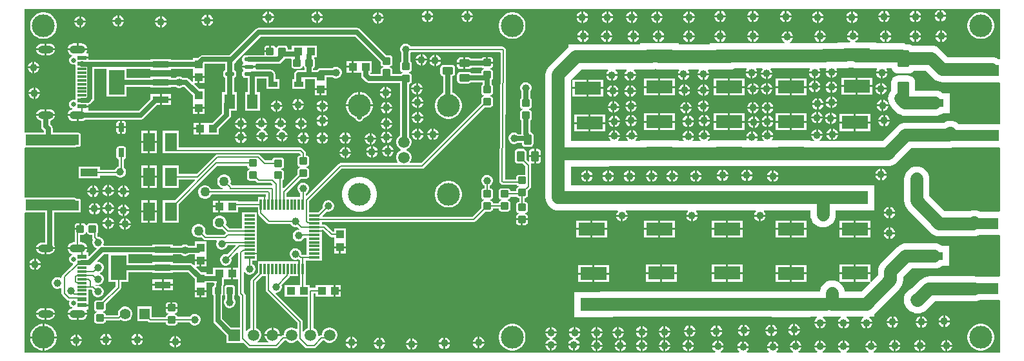
<source format=gbr>
%TF.GenerationSoftware,Altium Limited,Altium Designer,23.4.1 (23)*%
G04 Layer_Physical_Order=1*
G04 Layer_Color=255*
%FSLAX45Y45*%
%MOMM*%
%TF.SameCoordinates,576A2805-CD40-4E5C-B7A3-750DB6231075*%
%TF.FilePolarity,Positive*%
%TF.FileFunction,Copper,L1,Top,Signal*%
%TF.Part,Single*%
G01*
G75*
%TA.AperFunction,SMDPad,CuDef*%
%ADD10R,1.00000X1.10000*%
%ADD11R,3.51000X1.71000*%
%ADD12R,1.10000X1.00000*%
%ADD13R,1.00000X1.00000*%
%TA.AperFunction,ConnectorPad*%
%ADD14R,2.30000X1.00000*%
%TA.AperFunction,SMDPad,CuDef*%
G04:AMPARAMS|DCode=15|XSize=0.94mm|YSize=1.02mm|CornerRadius=0.094mm|HoleSize=0mm|Usage=FLASHONLY|Rotation=270.000|XOffset=0mm|YOffset=0mm|HoleType=Round|Shape=RoundedRectangle|*
%AMROUNDEDRECTD15*
21,1,0.94000,0.83200,0,0,270.0*
21,1,0.75200,1.02000,0,0,270.0*
1,1,0.18800,-0.41600,-0.37600*
1,1,0.18800,-0.41600,0.37600*
1,1,0.18800,0.41600,0.37600*
1,1,0.18800,0.41600,-0.37600*
%
%ADD15ROUNDEDRECTD15*%
G04:AMPARAMS|DCode=16|XSize=0.94mm|YSize=1.02mm|CornerRadius=0.094mm|HoleSize=0mm|Usage=FLASHONLY|Rotation=180.000|XOffset=0mm|YOffset=0mm|HoleType=Round|Shape=RoundedRectangle|*
%AMROUNDEDRECTD16*
21,1,0.94000,0.83200,0,0,180.0*
21,1,0.75200,1.02000,0,0,180.0*
1,1,0.18800,-0.37600,0.41600*
1,1,0.18800,0.37600,0.41600*
1,1,0.18800,0.37600,-0.41600*
1,1,0.18800,-0.37600,-0.41600*
%
%ADD16ROUNDEDRECTD16*%
G04:AMPARAMS|DCode=17|XSize=1mm|YSize=1.4mm|CornerRadius=0.15mm|HoleSize=0mm|Usage=FLASHONLY|Rotation=90.000|XOffset=0mm|YOffset=0mm|HoleType=Round|Shape=RoundedRectangle|*
%AMROUNDEDRECTD17*
21,1,1.00000,1.10000,0,0,90.0*
21,1,0.70000,1.40000,0,0,90.0*
1,1,0.30000,0.55000,0.35000*
1,1,0.30000,0.55000,-0.35000*
1,1,0.30000,-0.55000,-0.35000*
1,1,0.30000,-0.55000,0.35000*
%
%ADD17ROUNDEDRECTD17*%
%ADD18R,1.60000X2.40000*%
%ADD19C,1.27000*%
%ADD20R,1.15000X0.30000*%
%ADD21R,1.15000X0.60000*%
%ADD22R,2.15000X0.95000*%
%ADD23R,2.15000X3.25000*%
G04:AMPARAMS|DCode=24|XSize=1mm|YSize=1.4mm|CornerRadius=0.15mm|HoleSize=0mm|Usage=FLASHONLY|Rotation=0.000|XOffset=0mm|YOffset=0mm|HoleType=Round|Shape=RoundedRectangle|*
%AMROUNDEDRECTD24*
21,1,1.00000,1.10000,0,0,0.0*
21,1,0.70000,1.40000,0,0,0.0*
1,1,0.30000,0.35000,-0.55000*
1,1,0.30000,-0.35000,-0.55000*
1,1,0.30000,-0.35000,0.55000*
1,1,0.30000,0.35000,0.55000*
%
%ADD24ROUNDEDRECTD24*%
G04:AMPARAMS|DCode=25|XSize=1.21mm|YSize=0.73mm|CornerRadius=0.09125mm|HoleSize=0mm|Usage=FLASHONLY|Rotation=90.000|XOffset=0mm|YOffset=0mm|HoleType=Round|Shape=RoundedRectangle|*
%AMROUNDEDRECTD25*
21,1,1.21000,0.54750,0,0,90.0*
21,1,1.02750,0.73000,0,0,90.0*
1,1,0.18250,0.27375,0.51375*
1,1,0.18250,0.27375,-0.51375*
1,1,0.18250,-0.27375,-0.51375*
1,1,0.18250,-0.27375,0.51375*
%
%ADD25ROUNDEDRECTD25*%
G04:AMPARAMS|DCode=26|XSize=0.9mm|YSize=0.97mm|CornerRadius=0.135mm|HoleSize=0mm|Usage=FLASHONLY|Rotation=0.000|XOffset=0mm|YOffset=0mm|HoleType=Round|Shape=RoundedRectangle|*
%AMROUNDEDRECTD26*
21,1,0.90000,0.70000,0,0,0.0*
21,1,0.63000,0.97000,0,0,0.0*
1,1,0.27000,0.31500,-0.35000*
1,1,0.27000,-0.31500,-0.35000*
1,1,0.27000,-0.31500,0.35000*
1,1,0.27000,0.31500,0.35000*
%
%ADD26ROUNDEDRECTD26*%
%ADD27R,1.47500X0.30000*%
%ADD28R,0.30000X1.47500*%
%ADD29R,1.21000X0.72000*%
%ADD30R,1.41000X1.91000*%
G04:AMPARAMS|DCode=31|XSize=1.21mm|YSize=0.59mm|CornerRadius=0.1475mm|HoleSize=0mm|Usage=FLASHONLY|Rotation=180.000|XOffset=0mm|YOffset=0mm|HoleType=Round|Shape=RoundedRectangle|*
%AMROUNDEDRECTD31*
21,1,1.21000,0.29500,0,0,180.0*
21,1,0.91500,0.59000,0,0,180.0*
1,1,0.29500,-0.45750,0.14750*
1,1,0.29500,0.45750,0.14750*
1,1,0.29500,0.45750,-0.14750*
1,1,0.29500,-0.45750,-0.14750*
%
%ADD31ROUNDEDRECTD31*%
G04:AMPARAMS|DCode=32|XSize=2.21mm|YSize=1.53mm|CornerRadius=0.11475mm|HoleSize=0mm|Usage=FLASHONLY|Rotation=270.000|XOffset=0mm|YOffset=0mm|HoleType=Round|Shape=RoundedRectangle|*
%AMROUNDEDRECTD32*
21,1,2.21000,1.30050,0,0,270.0*
21,1,1.98050,1.53000,0,0,270.0*
1,1,0.22950,-0.65025,-0.99025*
1,1,0.22950,-0.65025,0.99025*
1,1,0.22950,0.65025,0.99025*
1,1,0.22950,0.65025,-0.99025*
%
%ADD32ROUNDEDRECTD32*%
%TA.AperFunction,Conductor*%
%ADD33C,0.20000*%
%ADD34C,1.70000*%
%ADD35C,0.63500*%
%TA.AperFunction,ComponentPad*%
%ADD36C,3.00000*%
%ADD37C,1.50000*%
%TA.AperFunction,ViaPad*%
%ADD38C,3.00000*%
%TA.AperFunction,ComponentPad*%
%ADD39C,0.65000*%
%ADD40O,2.10000X1.05000*%
%ADD41O,2.00000X1.00000*%
%ADD42C,1.50800*%
%ADD43R,1.50800X1.50800*%
%ADD44C,1.39700*%
%ADD45R,1.39700X1.39700*%
%TA.AperFunction,TestPad*%
%ADD46C,1.00000*%
G36*
X12801601Y3867120D02*
X12792051Y3858746D01*
X12786400Y3859490D01*
X12779055D01*
X12753448Y3873177D01*
X12722346Y3882613D01*
X12690000Y3885798D01*
X12118676D01*
X12017237Y3987237D01*
X11992113Y4007856D01*
X11963448Y4023177D01*
X11932346Y4032612D01*
X11900000Y4035798D01*
X11650225D01*
X11642757Y4041528D01*
X11620505Y4050746D01*
X11596625Y4053890D01*
X11576277D01*
X11571248Y4056578D01*
X11540146Y4066013D01*
X11507800Y4069198D01*
X11177500D01*
Y4078900D01*
X10905731D01*
X10902328Y4091600D01*
X10916297Y4099665D01*
X10930335Y4113703D01*
X10940262Y4130897D01*
X10944657Y4147300D01*
X10795343D01*
X10799738Y4130897D01*
X10809665Y4113703D01*
X10823704Y4099665D01*
X10837672Y4091600D01*
X10834269Y4078900D01*
X10666500D01*
Y4070798D01*
X10500944D01*
X10484699Y4069198D01*
X10046248D01*
X10042845Y4081898D01*
X10056297Y4089665D01*
X10070335Y4103704D01*
X10080262Y4120897D01*
X10084657Y4137300D01*
X9935343D01*
X9939738Y4120897D01*
X9949665Y4103704D01*
X9963703Y4089665D01*
X9977155Y4081898D01*
X9973752Y4069198D01*
X9245600D01*
X9242572Y4068900D01*
X8990100D01*
Y4053798D01*
X8586700D01*
Y4068900D01*
X8334228D01*
X8331200Y4069198D01*
X8241200D01*
X8238172Y4068900D01*
X8075700D01*
Y4053798D01*
X7391400D01*
X7388372Y4053500D01*
X7135900D01*
Y4015447D01*
X7122850Y4004737D01*
X6886663Y3768550D01*
X6866044Y3743426D01*
X6850722Y3714761D01*
X6841287Y3683659D01*
X6838102Y3651313D01*
Y2600000D01*
Y2040000D01*
X6841287Y2007654D01*
X6850722Y1976552D01*
X6866044Y1947887D01*
X6886663Y1922763D01*
X6892863Y1916563D01*
X6917987Y1895944D01*
X6946652Y1880623D01*
X6977754Y1871188D01*
X7010100Y1868002D01*
X7783410D01*
X7788670Y1855302D01*
X7779665Y1846297D01*
X7769738Y1829103D01*
X7765343Y1812700D01*
X7914657D01*
X7910262Y1829103D01*
X7900335Y1846297D01*
X7891330Y1855302D01*
X7896591Y1868002D01*
X8703410D01*
X8708670Y1855302D01*
X8699665Y1846297D01*
X8689738Y1829103D01*
X8685343Y1812700D01*
X8834657D01*
X8830262Y1829103D01*
X8820335Y1846297D01*
X8811330Y1855302D01*
X8816590Y1868002D01*
X9593410D01*
X9598670Y1855302D01*
X9589665Y1846297D01*
X9579738Y1829103D01*
X9575343Y1812700D01*
X9724657D01*
X9720262Y1829103D01*
X9710335Y1846297D01*
X9701330Y1855302D01*
X9706590Y1868002D01*
X10314202D01*
Y1810000D01*
X10317388Y1777654D01*
X10326823Y1746552D01*
X10342144Y1717887D01*
X10362763Y1692763D01*
X10387888Y1672144D01*
X10416552Y1656822D01*
X10447654Y1647387D01*
X10480000Y1644202D01*
X10512346Y1647387D01*
X10543448Y1656822D01*
X10572113Y1672144D01*
X10597237Y1692763D01*
X10617856Y1717887D01*
X10633178Y1746552D01*
X10642613Y1777654D01*
X10645798Y1810000D01*
Y1868002D01*
X10896600D01*
X10899628Y1868300D01*
X11152100D01*
Y2199300D01*
X10899628D01*
X10896600Y2199598D01*
X7169698D01*
Y2443500D01*
X7672300D01*
Y2448602D01*
X11327100D01*
X11359445Y2451787D01*
X11390548Y2461222D01*
X11419212Y2476544D01*
X11444337Y2497163D01*
X11636176Y2689002D01*
X12124800D01*
X12157146Y2692187D01*
X12176667Y2698109D01*
X12786400D01*
X12792051Y2698853D01*
X12801601Y2690480D01*
Y1858882D01*
X12788900Y1849018D01*
X12776200Y1850690D01*
X12536785D01*
X12524648Y1857177D01*
X12493546Y1866612D01*
X12461200Y1869798D01*
X12428854Y1866612D01*
X12406391Y1859798D01*
X12078676D01*
X11875798Y2062676D01*
Y2280000D01*
X11872613Y2312346D01*
X11863177Y2343448D01*
X11847856Y2372113D01*
X11827237Y2397237D01*
X11802113Y2417856D01*
X11773448Y2433178D01*
X11742346Y2442613D01*
X11710000Y2445798D01*
X11677654Y2442613D01*
X11646552Y2433178D01*
X11617887Y2417856D01*
X11592763Y2397237D01*
X11572144Y2372113D01*
X11556822Y2343448D01*
X11547387Y2312346D01*
X11544202Y2280000D01*
Y1994000D01*
X11547387Y1961654D01*
X11556822Y1930552D01*
X11572144Y1901887D01*
X11592763Y1876763D01*
X11892763Y1576763D01*
X11917888Y1556144D01*
X11946552Y1540822D01*
X11977654Y1531387D01*
X12010000Y1528202D01*
X12451200D01*
X12483546Y1531387D01*
X12514648Y1540822D01*
X12523043Y1545310D01*
X12776200D01*
X12788900Y1546982D01*
X12801601Y1537118D01*
Y1002882D01*
X12788900Y993018D01*
X12776200Y994690D01*
X12506475D01*
X12493546Y998613D01*
X12461200Y1001798D01*
X11876000D01*
X11843655Y998613D01*
X11812552Y989178D01*
X11783888Y973856D01*
X11758763Y953237D01*
X11655404Y849878D01*
X11643472Y846258D01*
X11614807Y830937D01*
X11589683Y810317D01*
X11569063Y785193D01*
X11553742Y756529D01*
X11544307Y725426D01*
X11541121Y693080D01*
X11544307Y660735D01*
X11553742Y629632D01*
X11569063Y600968D01*
X11589683Y575843D01*
X11602763Y562763D01*
X11627888Y542144D01*
X11656552Y526822D01*
X11687655Y517387D01*
X11720000Y514202D01*
X11752346Y517387D01*
X11783448Y526822D01*
X11812113Y542144D01*
X11837237Y562763D01*
X11944676Y670202D01*
X12461200D01*
X12493546Y673388D01*
X12524648Y682823D01*
X12536785Y689310D01*
X12776200D01*
X12788900Y690982D01*
X12801601Y681118D01*
Y0D01*
X11147636D01*
X11144233Y12700D01*
X11156296Y19665D01*
X11170335Y33704D01*
X11180262Y50897D01*
X11184657Y67300D01*
X11035343D01*
X11039738Y50897D01*
X11049665Y33704D01*
X11063703Y19665D01*
X11075767Y12700D01*
X11072364Y0D01*
X10787636D01*
X10784233Y12700D01*
X10796297Y19665D01*
X10810335Y33704D01*
X10820262Y50897D01*
X10824657Y67300D01*
X10675343D01*
X10679738Y50897D01*
X10689665Y33704D01*
X10703704Y19665D01*
X10715767Y12700D01*
X10712364Y0D01*
X10477636D01*
X10474233Y12700D01*
X10486297Y19665D01*
X10500335Y33704D01*
X10510262Y50897D01*
X10514657Y67300D01*
X10365343D01*
X10369738Y50897D01*
X10379665Y33704D01*
X10393703Y19665D01*
X10405767Y12700D01*
X10402364Y0D01*
X10157636D01*
X10154233Y12700D01*
X10166297Y19665D01*
X10180335Y33704D01*
X10190262Y50897D01*
X10194657Y67300D01*
X10045343D01*
X10049738Y50897D01*
X10059665Y33704D01*
X10073703Y19665D01*
X10085767Y12700D01*
X10082364Y0D01*
X9873624D01*
X9869332Y12700D01*
X9880335Y23704D01*
X9890262Y40897D01*
X9894657Y57300D01*
X9745343D01*
X9749738Y40897D01*
X9759665Y23704D01*
X9770668Y12700D01*
X9766376Y0D01*
X9483624D01*
X9479332Y12700D01*
X9490335Y23704D01*
X9500262Y40897D01*
X9504657Y57300D01*
X9355343D01*
X9359738Y40897D01*
X9369665Y23704D01*
X9380668Y12700D01*
X9376376Y0D01*
X9137636D01*
X9134233Y12700D01*
X9146297Y19665D01*
X9160335Y33704D01*
X9170262Y50897D01*
X9174657Y67300D01*
X9025343D01*
X9029738Y50897D01*
X9039665Y33704D01*
X9053704Y19665D01*
X9065767Y12700D01*
X9062364Y0D01*
X0D01*
Y1829896D01*
X12700Y1839000D01*
X15200Y1838502D01*
X271930D01*
Y1447851D01*
X229400D01*
X209716Y1445259D01*
X191375Y1437662D01*
X175624Y1425576D01*
X163538Y1409825D01*
X155941Y1391483D01*
X155021Y1384500D01*
X403779D01*
X402859Y1391483D01*
X395262Y1409825D01*
X388470Y1418677D01*
Y1838502D01*
X715200D01*
X725111Y1840474D01*
X733513Y1846087D01*
X739127Y1854489D01*
X741098Y1864400D01*
Y1998900D01*
X740722Y2000790D01*
X740815Y2002716D01*
X739745Y2005702D01*
X739127Y2008811D01*
X738056Y2010413D01*
X737405Y2012228D01*
X735274Y2014577D01*
X733513Y2017212D01*
X731910Y2018283D01*
X730615Y2019710D01*
X727747Y2021065D01*
X725111Y2022826D01*
X723221Y2023202D01*
X721478Y2024025D01*
X718309Y2024179D01*
X715200Y2024798D01*
X713310Y2024422D01*
X711385Y2024515D01*
X708399Y2023445D01*
X705290Y2022826D01*
X703687Y2021755D01*
X701873Y2021105D01*
X701231Y2020720D01*
X700318Y2020263D01*
X699902Y2019941D01*
X699615Y2019862D01*
X699110Y2019609D01*
X698979Y2019580D01*
X698967Y2019575D01*
X698806Y2019548D01*
X698500Y2019433D01*
X698321Y2019425D01*
X697846Y2019306D01*
X697286Y2019182D01*
X697071Y2019087D01*
X696266Y2018997D01*
X694131D01*
X693408Y2019109D01*
X692983Y2019194D01*
X692980D01*
X692977Y2019195D01*
X692311Y2019328D01*
X692190Y2019369D01*
X692000Y2019392D01*
X691619Y2019545D01*
X691521Y2019563D01*
X691441Y2019606D01*
X690709Y2019825D01*
X690620Y2019865D01*
X690448Y2019904D01*
X690441Y2019906D01*
X690437Y2019906D01*
X690199Y2019960D01*
X689916Y2020117D01*
X689719Y2020245D01*
X689168Y2020465D01*
X688874Y2020596D01*
X688094Y2021029D01*
X688066Y2021048D01*
X688042Y2021058D01*
X687180Y2021537D01*
X686900Y2021627D01*
X686639Y2021917D01*
X686464Y2022049D01*
X686363Y2022150D01*
X686063Y2022350D01*
X685840Y2022517D01*
X685838Y2022518D01*
X685837Y2022520D01*
X685818Y2022534D01*
X685756Y2022588D01*
X685712Y2022613D01*
X685036Y2023119D01*
X684991Y2023141D01*
X684953Y2023191D01*
X684804Y2023321D01*
X684716Y2023409D01*
X684662Y2023445D01*
X684247Y2023808D01*
X684237Y2023820D01*
X684217Y2023834D01*
X684153Y2023891D01*
X684107Y2023917D01*
X683992Y2024003D01*
X683600Y2024473D01*
X683425Y2024615D01*
X683398Y2024639D01*
X682013Y2026712D01*
X673611Y2032326D01*
X663700Y2034297D01*
X15200D01*
X12700Y2033800D01*
X0Y2042903D01*
Y2685896D01*
X12700Y2695000D01*
X15200Y2694502D01*
X663700D01*
X673611Y2696474D01*
X682013Y2702088D01*
X683398Y2704161D01*
X683425Y2704185D01*
X683600Y2704326D01*
X683992Y2704797D01*
X684105Y2704882D01*
X684153Y2704909D01*
X684219Y2704967D01*
X684237Y2704980D01*
X684246Y2704991D01*
X684662Y2705355D01*
X684716Y2705391D01*
X684804Y2705479D01*
X684953Y2705609D01*
X684991Y2705659D01*
X685036Y2705680D01*
X685709Y2706185D01*
X685756Y2706212D01*
X685821Y2706269D01*
X685837Y2706280D01*
X685838Y2706282D01*
X685840Y2706283D01*
X686064Y2706451D01*
X686363Y2706650D01*
X686464Y2706751D01*
X686640Y2706883D01*
X686900Y2707173D01*
X687180Y2707263D01*
X688042Y2707742D01*
X688066Y2707752D01*
X688095Y2707772D01*
X688874Y2708204D01*
X689167Y2708334D01*
X689719Y2708555D01*
X689917Y2708683D01*
X690199Y2708840D01*
X690437Y2708894D01*
X690441Y2708894D01*
X690448Y2708897D01*
X690620Y2708935D01*
X690709Y2708975D01*
X691441Y2709194D01*
X691521Y2709237D01*
X691619Y2709255D01*
X692000Y2709407D01*
X692190Y2709431D01*
X692311Y2709472D01*
X692977Y2709605D01*
X692980Y2709606D01*
X692983D01*
X693409Y2709691D01*
X694131Y2709802D01*
X696267D01*
X696637Y2709761D01*
X696638Y2709761D01*
X697071Y2709713D01*
X697286Y2709618D01*
X697846Y2709494D01*
X698321Y2709375D01*
X698500Y2709366D01*
X698806Y2709252D01*
X698967Y2709225D01*
X698979Y2709220D01*
X699110Y2709191D01*
X699615Y2708938D01*
X699902Y2708859D01*
X700318Y2708536D01*
X701231Y2708080D01*
X701873Y2707695D01*
X703687Y2707044D01*
X705290Y2705974D01*
X708400Y2705355D01*
X711385Y2704285D01*
X713310Y2704378D01*
X715200Y2704002D01*
X718310Y2704621D01*
X721478Y2704774D01*
X723221Y2705598D01*
X725111Y2705974D01*
X727748Y2707735D01*
X730615Y2709089D01*
X731910Y2710517D01*
X733513Y2711587D01*
X735274Y2714224D01*
X737405Y2716572D01*
X738056Y2718386D01*
X739127Y2719989D01*
X739745Y2723100D01*
X740815Y2726084D01*
X740722Y2728009D01*
X741098Y2729900D01*
Y2864400D01*
X739127Y2874310D01*
X733513Y2882712D01*
X725111Y2888326D01*
X715200Y2890297D01*
X372190D01*
Y2943650D01*
X367754Y2965949D01*
X355123Y2984853D01*
X337670Y3002306D01*
Y3049038D01*
X349084Y3050541D01*
X367425Y3058138D01*
X383176Y3070224D01*
X395262Y3085975D01*
X402859Y3104317D01*
X403779Y3111300D01*
X155021D01*
X155941Y3104317D01*
X163538Y3085975D01*
X175624Y3070224D01*
X191375Y3058138D01*
X209716Y3050541D01*
X221130Y3049038D01*
Y2978170D01*
X225566Y2955871D01*
X238197Y2936967D01*
X255650Y2919514D01*
Y2890297D01*
X15200D01*
X12700Y2889800D01*
X0Y2898904D01*
Y4521200D01*
X12801601D01*
Y3867120D01*
D02*
G37*
G36*
X10889654Y3740788D02*
X10922000Y3737602D01*
X11184982D01*
X11185472Y3736418D01*
X11188860Y3724902D01*
X11179738Y3709103D01*
X11175343Y3692700D01*
X11324657D01*
X11320262Y3709103D01*
X11311141Y3724902D01*
X11314528Y3736418D01*
X11315018Y3737602D01*
X11378321D01*
X11386672Y3717443D01*
X11401334Y3698334D01*
X11420443Y3683672D01*
X11442695Y3674454D01*
X11466575Y3671311D01*
X11596625D01*
X11620505Y3674454D01*
X11642757Y3683672D01*
X11661866Y3698334D01*
X11666368Y3704202D01*
X11831324D01*
X11932763Y3602763D01*
X11957887Y3582144D01*
X11986552Y3566822D01*
X12017654Y3557387D01*
X12050000Y3554202D01*
X12137199D01*
X12137900Y3554109D01*
X12786400D01*
X12792051Y3554853D01*
X12801601Y3546480D01*
Y3011120D01*
X12792051Y3002746D01*
X12786400Y3003490D01*
X12259618D01*
X12242113Y3017856D01*
X12213448Y3033178D01*
X12182346Y3042612D01*
X12150000Y3045798D01*
X12117654Y3042612D01*
X12086552Y3033178D01*
X12063017Y3020598D01*
X11567500D01*
X11535154Y3017413D01*
X11504052Y3007977D01*
X11475387Y2992656D01*
X11450263Y2972037D01*
X11258424Y2780198D01*
X10437980D01*
X10434577Y2792898D01*
X10446297Y2799665D01*
X10460335Y2813703D01*
X10470262Y2830897D01*
X10474657Y2847300D01*
X10325343D01*
X10329738Y2830897D01*
X10339665Y2813703D01*
X10353703Y2799665D01*
X10365423Y2792898D01*
X10362020Y2780198D01*
X10313900D01*
Y2789900D01*
X9814492D01*
X9809232Y2802600D01*
X9810335Y2803703D01*
X9820262Y2820897D01*
X9824657Y2837300D01*
X9675343D01*
X9679738Y2820897D01*
X9689665Y2803703D01*
X9700470Y2792898D01*
X9695897Y2780198D01*
X9618717D01*
X9611385Y2792898D01*
X9617562Y2803597D01*
X9621957Y2820000D01*
X9472643D01*
X9477038Y2803597D01*
X9478596Y2800899D01*
X9472246Y2789900D01*
X8990100D01*
Y2780198D01*
X8974103D01*
X8969530Y2792898D01*
X8980335Y2803703D01*
X8990262Y2820897D01*
X8994657Y2837300D01*
X8845343D01*
X8849738Y2820897D01*
X8859665Y2803703D01*
X8870470Y2792898D01*
X8865897Y2780198D01*
X8773424D01*
X8768563Y2791931D01*
X8770335Y2793703D01*
X8780262Y2810897D01*
X8784657Y2827300D01*
X8635343D01*
X8639738Y2810897D01*
X8649665Y2793703D01*
X8651437Y2791931D01*
X8646577Y2780198D01*
X8586700D01*
Y2789900D01*
X8075700D01*
Y2780198D01*
X8024103D01*
X8019530Y2792898D01*
X8030335Y2803703D01*
X8040262Y2820897D01*
X8044657Y2837300D01*
X7895343D01*
X7899738Y2820897D01*
X7909665Y2803703D01*
X7920470Y2792898D01*
X7915897Y2780198D01*
X7794103D01*
X7789530Y2792898D01*
X7800335Y2803703D01*
X7810262Y2820897D01*
X7814657Y2837300D01*
X7665343D01*
X7669738Y2820897D01*
X7679665Y2803703D01*
X7690470Y2792898D01*
X7685897Y2780198D01*
X7169698D01*
Y3582637D01*
X7179100Y3592039D01*
X7190499Y3585478D01*
X7190500Y3577617D01*
Y3490700D01*
X7378700D01*
Y3588900D01*
X7202672D01*
X7193922Y3588900D01*
X7187361Y3600300D01*
X7308763Y3721702D01*
X7390900D01*
X7395976Y3722202D01*
X7658857D01*
X7662525Y3713221D01*
X7662870Y3709502D01*
X7649665Y3696297D01*
X7639738Y3679103D01*
X7635343Y3662700D01*
X7784657D01*
X7780262Y3679103D01*
X7770335Y3696297D01*
X7757130Y3709502D01*
X7757475Y3713221D01*
X7761143Y3722202D01*
X7898857D01*
X7902525Y3713221D01*
X7902870Y3709502D01*
X7889665Y3696297D01*
X7879738Y3679103D01*
X7875343Y3662700D01*
X8024657D01*
X8020262Y3679103D01*
X8010335Y3696297D01*
X7997130Y3709502D01*
X7997475Y3713221D01*
X8001143Y3722202D01*
X8225800D01*
X8258146Y3725388D01*
X8278500Y3731562D01*
X8298854Y3725388D01*
X8331200Y3722202D01*
X8587609D01*
X8592870Y3709502D01*
X8589665Y3706297D01*
X8579738Y3689103D01*
X8575343Y3672700D01*
X8724657D01*
X8720262Y3689103D01*
X8710335Y3706297D01*
X8707130Y3709502D01*
X8712390Y3722202D01*
X8847609D01*
X8852870Y3709502D01*
X8849665Y3706297D01*
X8839738Y3689103D01*
X8835343Y3672700D01*
X8984657D01*
X8980262Y3689103D01*
X8970335Y3706297D01*
X8967130Y3709502D01*
X8972390Y3722202D01*
X9245600D01*
X9277946Y3725388D01*
X9309048Y3734823D01*
X9314248Y3737602D01*
X9474982D01*
X9475472Y3736418D01*
X9478859Y3724902D01*
X9469738Y3709103D01*
X9465343Y3692700D01*
X9614657D01*
X9610262Y3709103D01*
X9601141Y3724902D01*
X9604528Y3736418D01*
X9605018Y3737602D01*
X9683010D01*
X9688270Y3724902D01*
X9679665Y3716297D01*
X9669738Y3699103D01*
X9665343Y3682700D01*
X9814657D01*
X9810262Y3699103D01*
X9800335Y3716297D01*
X9791730Y3724902D01*
X9796991Y3737602D01*
X10304982D01*
X10305472Y3736418D01*
X10308859Y3724902D01*
X10299738Y3709103D01*
X10295343Y3692700D01*
X10444657D01*
X10440262Y3709103D01*
X10431141Y3724902D01*
X10434528Y3736418D01*
X10435018Y3737602D01*
X10499344D01*
X10515589Y3739202D01*
X10516677D01*
X10524010Y3726502D01*
X10519738Y3719103D01*
X10515343Y3702700D01*
X10664657D01*
X10660262Y3719103D01*
X10655990Y3726502D01*
X10663323Y3739202D01*
X10772808D01*
X10805154Y3742387D01*
X10820695Y3747102D01*
X10868839D01*
X10889654Y3740788D01*
D02*
G37*
G36*
X12786400Y3634800D02*
X12137900D01*
Y3635300D01*
X12137400Y3635900D01*
X12136700Y3636600D01*
X12136000Y3637400D01*
X12135200Y3638100D01*
X12134500Y3638800D01*
X12133700Y3639500D01*
X12132900Y3640100D01*
X12132100Y3640800D01*
X12131300Y3641400D01*
X12130500Y3642000D01*
X12129600Y3642600D01*
X12128800Y3643200D01*
X12127900Y3643700D01*
X12127000Y3644300D01*
X12126100Y3644800D01*
X12125200Y3645300D01*
X12124300Y3645700D01*
X12123400Y3646200D01*
X12122500Y3646600D01*
X12121500Y3647000D01*
X12120600Y3647400D01*
X12119600Y3647700D01*
X12118600Y3648100D01*
X12117600Y3648400D01*
X12116700Y3648700D01*
X12115700Y3648900D01*
X12114700Y3649200D01*
X12113700Y3649400D01*
X12112700Y3649600D01*
X12111400Y3649800D01*
X12110800Y3649900D01*
X12109900Y3650000D01*
X12109100D01*
X12108200Y3650100D01*
X12104700D01*
X12103800Y3650000D01*
X12103000D01*
X12102100Y3649900D01*
X12101200Y3649800D01*
X12100400Y3649600D01*
X12099500Y3649500D01*
X12098700Y3649300D01*
X12097800Y3649100D01*
X12097000Y3648900D01*
X12096100Y3648700D01*
X12095300Y3648400D01*
X12094500Y3648200D01*
X12093700Y3647900D01*
X12092800Y3647600D01*
X12092000Y3647200D01*
X12091200Y3646900D01*
X12090400Y3646500D01*
X12089700Y3646100D01*
X12088900Y3645700D01*
X12088100Y3645300D01*
X12087400Y3644900D01*
X12086400Y3644300D01*
Y3778800D01*
X12786400D01*
Y3634800D01*
D02*
G37*
G36*
Y2778800D02*
X12086400D01*
Y2913300D01*
X12087400Y2912700D01*
X12088100Y2912300D01*
X12088900Y2911900D01*
X12089700Y2911500D01*
X12090400Y2911100D01*
X12091200Y2910700D01*
X12092000Y2910400D01*
X12092800Y2910000D01*
X12093700Y2909700D01*
X12094500Y2909400D01*
X12095300Y2909200D01*
X12096100Y2908900D01*
X12097000Y2908700D01*
X12097800Y2908500D01*
X12098700Y2908300D01*
X12099500Y2908100D01*
X12100400Y2908000D01*
X12101200Y2907800D01*
X12102100Y2907700D01*
X12103000Y2907600D01*
X12103800D01*
X12104700Y2907500D01*
X12108200D01*
X12109100Y2907600D01*
X12109900D01*
X12110800Y2907700D01*
X12111400Y2907800D01*
X12112700Y2908000D01*
X12113700Y2908200D01*
X12114700Y2908400D01*
X12115700Y2908700D01*
X12116700Y2908900D01*
X12117600Y2909200D01*
X12118600Y2909500D01*
X12119600Y2909900D01*
X12120600Y2910200D01*
X12121500Y2910600D01*
X12122500Y2911000D01*
X12123400Y2911400D01*
X12124300Y2911900D01*
X12125200Y2912300D01*
X12126100Y2912800D01*
X12127000Y2913300D01*
X12127900Y2913900D01*
X12128800Y2914400D01*
X12129600Y2915000D01*
X12130500Y2915600D01*
X12131300Y2916200D01*
X12132100Y2916800D01*
X12132900Y2917500D01*
X12133700Y2918100D01*
X12134500Y2918800D01*
X12135200Y2919500D01*
X12136000Y2920200D01*
X12136700Y2921000D01*
X12137400Y2921700D01*
X12137900Y2922300D01*
Y2922800D01*
X12786400D01*
Y2778800D01*
D02*
G37*
G36*
X715200Y2729900D02*
X714200Y2730500D01*
X713500Y2730900D01*
X712700Y2731300D01*
X711900Y2731700D01*
X711200Y2732100D01*
X710400Y2732500D01*
X709600Y2732800D01*
X708800Y2733200D01*
X707900Y2733500D01*
X707100Y2733800D01*
X706300Y2734000D01*
X705500Y2734300D01*
X704600Y2734500D01*
X703800Y2734700D01*
X702900Y2734900D01*
X702100Y2735100D01*
X701200Y2735200D01*
X700400Y2735400D01*
X699500Y2735500D01*
X698600Y2735600D01*
X697800D01*
X696900Y2735700D01*
X693400D01*
X692500Y2735600D01*
X691700D01*
X690800Y2735500D01*
X690200Y2735400D01*
X688900Y2735200D01*
X687900Y2735000D01*
X686900Y2734800D01*
X685900Y2734500D01*
X684900Y2734300D01*
X684000Y2734000D01*
X683000Y2733700D01*
X682000Y2733300D01*
X681000Y2733000D01*
X680100Y2732600D01*
X679100Y2732200D01*
X678200Y2731800D01*
X677300Y2731300D01*
X676400Y2730900D01*
X675500Y2730400D01*
X674600Y2729900D01*
X673700Y2729300D01*
X672800Y2728800D01*
X672000Y2728200D01*
X671100Y2727600D01*
X670300Y2727000D01*
X669500Y2726400D01*
X668700Y2725700D01*
X667900Y2725100D01*
X667100Y2724400D01*
X666400Y2723700D01*
X665600Y2723000D01*
X664900Y2722200D01*
X664200Y2721500D01*
X663700Y2720900D01*
Y2720400D01*
X15200D01*
Y2864400D01*
X715200D01*
Y2729900D01*
D02*
G37*
G36*
X663700Y2007900D02*
X664200Y2007300D01*
X664900Y2006600D01*
X665600Y2005800D01*
X666400Y2005100D01*
X667100Y2004400D01*
X667900Y2003700D01*
X668700Y2003100D01*
X669500Y2002400D01*
X670300Y2001800D01*
X671100Y2001200D01*
X672000Y2000600D01*
X672800Y2000000D01*
X673700Y1999500D01*
X674600Y1998900D01*
X675500Y1998400D01*
X676400Y1997900D01*
X677300Y1997500D01*
X678200Y1997000D01*
X679100Y1996600D01*
X680100Y1996200D01*
X681000Y1995800D01*
X682000Y1995500D01*
X683000Y1995100D01*
X684000Y1994800D01*
X684900Y1994500D01*
X685900Y1994300D01*
X686900Y1994000D01*
X687900Y1993800D01*
X688900Y1993600D01*
X690200Y1993400D01*
X690800Y1993300D01*
X691700Y1993200D01*
X692500D01*
X693400Y1993100D01*
X696900D01*
X697800Y1993200D01*
X698600D01*
X699500Y1993300D01*
X700400Y1993400D01*
X701200Y1993600D01*
X702100Y1993700D01*
X702900Y1993900D01*
X703800Y1994100D01*
X704600Y1994300D01*
X705500Y1994500D01*
X706300Y1994800D01*
X707100Y1995000D01*
X707900Y1995300D01*
X708800Y1995600D01*
X709600Y1996000D01*
X710400Y1996300D01*
X711200Y1996700D01*
X711900Y1997100D01*
X712700Y1997500D01*
X713500Y1997900D01*
X714200Y1998300D01*
X715200Y1998900D01*
Y1864400D01*
X15200D01*
Y2008400D01*
X663700D01*
Y2007900D01*
D02*
G37*
G36*
X12776200Y1626000D02*
X12127700D01*
Y1626500D01*
X12127200Y1627100D01*
X12126500Y1627800D01*
X12125800Y1628600D01*
X12125000Y1629300D01*
X12124300Y1630000D01*
X12123500Y1630700D01*
X12122700Y1631300D01*
X12121900Y1632000D01*
X12121100Y1632600D01*
X12120300Y1633200D01*
X12119400Y1633800D01*
X12118600Y1634400D01*
X12117700Y1634900D01*
X12116800Y1635500D01*
X12115900Y1636000D01*
X12115000Y1636500D01*
X12114100Y1636900D01*
X12113200Y1637400D01*
X12112300Y1637800D01*
X12111300Y1638200D01*
X12110400Y1638600D01*
X12109400Y1638900D01*
X12108400Y1639300D01*
X12107400Y1639600D01*
X12106500Y1639900D01*
X12105500Y1640100D01*
X12104500Y1640400D01*
X12103500Y1640600D01*
X12102500Y1640800D01*
X12101200Y1641000D01*
X12100600Y1641100D01*
X12099700Y1641200D01*
X12098900D01*
X12098000Y1641300D01*
X12094500D01*
X12093600Y1641200D01*
X12092800D01*
X12091900Y1641100D01*
X12091000Y1641000D01*
X12090200Y1640800D01*
X12089300Y1640700D01*
X12088500Y1640500D01*
X12087600Y1640300D01*
X12086800Y1640100D01*
X12085900Y1639900D01*
X12085100Y1639600D01*
X12084300Y1639400D01*
X12083500Y1639100D01*
X12082600Y1638800D01*
X12081800Y1638400D01*
X12081000Y1638100D01*
X12080200Y1637700D01*
X12079500Y1637300D01*
X12078700Y1636900D01*
X12077900Y1636500D01*
X12077200Y1636100D01*
X12076200Y1635500D01*
Y1770000D01*
X12776200D01*
Y1626000D01*
D02*
G37*
G36*
Y770000D02*
X12076200D01*
Y904500D01*
X12077200Y903900D01*
X12077900Y903500D01*
X12078700Y903100D01*
X12079500Y902700D01*
X12080200Y902300D01*
X12081000Y901900D01*
X12081800Y901600D01*
X12082600Y901200D01*
X12083500Y900900D01*
X12084300Y900600D01*
X12085100Y900400D01*
X12085900Y900100D01*
X12086800Y899900D01*
X12087600Y899700D01*
X12088500Y899500D01*
X12089300Y899300D01*
X12090200Y899200D01*
X12091000Y899000D01*
X12091900Y898900D01*
X12092800Y898800D01*
X12093600D01*
X12094500Y898700D01*
X12098000D01*
X12098900Y898800D01*
X12099700D01*
X12100600Y898900D01*
X12101200Y899000D01*
X12102500Y899200D01*
X12103500Y899400D01*
X12104500Y899600D01*
X12105500Y899900D01*
X12106500Y900100D01*
X12107400Y900400D01*
X12108400Y900700D01*
X12109400Y901100D01*
X12110400Y901400D01*
X12111300Y901800D01*
X12112300Y902200D01*
X12113200Y902600D01*
X12114100Y903100D01*
X12115000Y903500D01*
X12115900Y904000D01*
X12116800Y904500D01*
X12117700Y905100D01*
X12118600Y905600D01*
X12119400Y906200D01*
X12120300Y906800D01*
X12121100Y907400D01*
X12121900Y908000D01*
X12122700Y908700D01*
X12123500Y909300D01*
X12124300Y910000D01*
X12125000Y910700D01*
X12125800Y911400D01*
X12126500Y912200D01*
X12127200Y912900D01*
X12127700Y913500D01*
Y914000D01*
X12776200D01*
Y770000D01*
D02*
G37*
%LPC*%
G36*
X12032700Y4504657D02*
Y4442700D01*
X12094657D01*
X12090262Y4459103D01*
X12080335Y4476297D01*
X12066297Y4490335D01*
X12049103Y4500262D01*
X12032700Y4504657D01*
D02*
G37*
G36*
X12007300D02*
X11990897Y4500262D01*
X11973704Y4490335D01*
X11959665Y4476297D01*
X11949738Y4459103D01*
X11945343Y4442700D01*
X12007300D01*
Y4504657D01*
D02*
G37*
G36*
X11702700Y4494657D02*
Y4432700D01*
X11764657D01*
X11760262Y4449103D01*
X11750335Y4466297D01*
X11736297Y4480335D01*
X11719103Y4490262D01*
X11702700Y4494657D01*
D02*
G37*
G36*
X11677300D02*
X11660897Y4490262D01*
X11643703Y4480335D01*
X11629665Y4466297D01*
X11619738Y4449103D01*
X11615343Y4432700D01*
X11677300D01*
Y4494657D01*
D02*
G37*
G36*
X11292700D02*
Y4432700D01*
X11354657D01*
X11350262Y4449103D01*
X11340335Y4466297D01*
X11326297Y4480335D01*
X11309103Y4490262D01*
X11292700Y4494657D01*
D02*
G37*
G36*
X11267300D02*
X11250897Y4490262D01*
X11233703Y4480335D01*
X11219665Y4466297D01*
X11209738Y4449103D01*
X11205343Y4432700D01*
X11267300D01*
Y4494657D01*
D02*
G37*
G36*
X10002700D02*
Y4432700D01*
X10064657D01*
X10060262Y4449103D01*
X10050335Y4466297D01*
X10036297Y4480335D01*
X10019103Y4490262D01*
X10002700Y4494657D01*
D02*
G37*
G36*
X9977300D02*
X9960897Y4490262D01*
X9943704Y4480335D01*
X9929665Y4466297D01*
X9919738Y4449103D01*
X9915343Y4432700D01*
X9977300D01*
Y4494657D01*
D02*
G37*
G36*
X9572700D02*
Y4432700D01*
X9634657D01*
X9630262Y4449103D01*
X9620335Y4466297D01*
X9606297Y4480335D01*
X9589103Y4490262D01*
X9572700Y4494657D01*
D02*
G37*
G36*
X9547300D02*
X9530897Y4490262D01*
X9513703Y4480335D01*
X9499665Y4466297D01*
X9489738Y4449103D01*
X9485343Y4432700D01*
X9547300D01*
Y4494657D01*
D02*
G37*
G36*
X9142700D02*
Y4432700D01*
X9204657D01*
X9200262Y4449103D01*
X9190335Y4466297D01*
X9176297Y4480335D01*
X9159103Y4490262D01*
X9142700Y4494657D01*
D02*
G37*
G36*
X9117300D02*
X9100897Y4490262D01*
X9083703Y4480335D01*
X9069665Y4466297D01*
X9059738Y4449103D01*
X9055343Y4432700D01*
X9117300D01*
Y4494657D01*
D02*
G37*
G36*
X5822700D02*
Y4432700D01*
X5884657D01*
X5880262Y4449103D01*
X5870335Y4466297D01*
X5856297Y4480335D01*
X5839103Y4490262D01*
X5822700Y4494657D01*
D02*
G37*
G36*
X5797300D02*
X5780897Y4490262D01*
X5763703Y4480335D01*
X5749665Y4466297D01*
X5739738Y4449103D01*
X5735343Y4432700D01*
X5797300D01*
Y4494657D01*
D02*
G37*
G36*
X5302700D02*
Y4432700D01*
X5364657D01*
X5360262Y4449103D01*
X5350335Y4466297D01*
X5336297Y4480335D01*
X5319103Y4490262D01*
X5302700Y4494657D01*
D02*
G37*
G36*
X5277300D02*
X5260897Y4490262D01*
X5243704Y4480335D01*
X5229665Y4466297D01*
X5219738Y4449103D01*
X5215343Y4432700D01*
X5277300D01*
Y4494657D01*
D02*
G37*
G36*
X10872700Y4484657D02*
Y4422700D01*
X10934657D01*
X10930262Y4439103D01*
X10920335Y4456297D01*
X10906297Y4470335D01*
X10889103Y4480262D01*
X10872700Y4484657D01*
D02*
G37*
G36*
X10847300D02*
X10830897Y4480262D01*
X10813704Y4470335D01*
X10799665Y4456297D01*
X10789738Y4439103D01*
X10785343Y4422700D01*
X10847300D01*
Y4484657D01*
D02*
G37*
G36*
X10422700D02*
Y4422700D01*
X10484657D01*
X10480262Y4439103D01*
X10470335Y4456297D01*
X10456297Y4470335D01*
X10439103Y4480262D01*
X10422700Y4484657D01*
D02*
G37*
G36*
X10397300D02*
X10380897Y4480262D01*
X10363703Y4470335D01*
X10349665Y4456297D01*
X10339738Y4439103D01*
X10335343Y4422700D01*
X10397300D01*
Y4484657D01*
D02*
G37*
G36*
X8732700D02*
Y4422700D01*
X8794657D01*
X8790262Y4439103D01*
X8780335Y4456297D01*
X8766297Y4470335D01*
X8749103Y4480262D01*
X8732700Y4484657D01*
D02*
G37*
G36*
X8707300D02*
X8690897Y4480262D01*
X8673704Y4470335D01*
X8659665Y4456297D01*
X8649738Y4439103D01*
X8645343Y4422700D01*
X8707300D01*
Y4484657D01*
D02*
G37*
G36*
X8312700D02*
Y4422700D01*
X8374657D01*
X8370262Y4439103D01*
X8360335Y4456297D01*
X8346296Y4470335D01*
X8329103Y4480262D01*
X8312700Y4484657D01*
D02*
G37*
G36*
X8287300D02*
X8270897Y4480262D01*
X8253703Y4470335D01*
X8239665Y4456297D01*
X8229738Y4439103D01*
X8225343Y4422700D01*
X8287300D01*
Y4484657D01*
D02*
G37*
G36*
X7982700D02*
Y4422700D01*
X8044657D01*
X8040262Y4439103D01*
X8030335Y4456297D01*
X8016297Y4470335D01*
X7999103Y4480262D01*
X7982700Y4484657D01*
D02*
G37*
G36*
X7957300D02*
X7940897Y4480262D01*
X7923703Y4470335D01*
X7909665Y4456297D01*
X7899738Y4439103D01*
X7895343Y4422700D01*
X7957300D01*
Y4484657D01*
D02*
G37*
G36*
X7662700D02*
Y4422700D01*
X7724657D01*
X7720262Y4439103D01*
X7710335Y4456297D01*
X7696297Y4470335D01*
X7679103Y4480262D01*
X7662700Y4484657D01*
D02*
G37*
G36*
X7637300D02*
X7620897Y4480262D01*
X7603703Y4470335D01*
X7589665Y4456297D01*
X7579738Y4439103D01*
X7575343Y4422700D01*
X7637300D01*
Y4484657D01*
D02*
G37*
G36*
X7332700D02*
Y4422700D01*
X7394657D01*
X7390262Y4439103D01*
X7380335Y4456297D01*
X7366297Y4470335D01*
X7349103Y4480262D01*
X7332700Y4484657D01*
D02*
G37*
G36*
X7307300D02*
X7290897Y4480262D01*
X7273704Y4470335D01*
X7259665Y4456297D01*
X7249738Y4439103D01*
X7245343Y4422700D01*
X7307300D01*
Y4484657D01*
D02*
G37*
G36*
X3852700D02*
Y4422700D01*
X3914657D01*
X3910262Y4439103D01*
X3900335Y4456297D01*
X3886297Y4470335D01*
X3869103Y4480262D01*
X3852700Y4484657D01*
D02*
G37*
G36*
X3827300D02*
X3810897Y4480262D01*
X3793703Y4470335D01*
X3779665Y4456297D01*
X3769738Y4439103D01*
X3765343Y4422700D01*
X3827300D01*
Y4484657D01*
D02*
G37*
G36*
X3212700D02*
Y4422700D01*
X3274657D01*
X3270262Y4439103D01*
X3260335Y4456297D01*
X3246297Y4470335D01*
X3229103Y4480262D01*
X3212700Y4484657D01*
D02*
G37*
G36*
X3187300D02*
X3170897Y4480262D01*
X3153703Y4470335D01*
X3139665Y4456297D01*
X3129738Y4439103D01*
X3125343Y4422700D01*
X3187300D01*
Y4484657D01*
D02*
G37*
G36*
X4652700Y4474657D02*
Y4412700D01*
X4714657D01*
X4710262Y4429103D01*
X4700335Y4446297D01*
X4686297Y4460335D01*
X4669103Y4470262D01*
X4652700Y4474657D01*
D02*
G37*
G36*
X4627300D02*
X4610897Y4470262D01*
X4593704Y4460335D01*
X4579665Y4446297D01*
X4569738Y4429103D01*
X4565343Y4412700D01*
X4627300D01*
Y4474657D01*
D02*
G37*
G36*
X2412700Y4444657D02*
Y4382700D01*
X2474657D01*
X2470262Y4399103D01*
X2460335Y4416296D01*
X2446297Y4430335D01*
X2429103Y4440262D01*
X2412700Y4444657D01*
D02*
G37*
G36*
X2387300D02*
X2370897Y4440262D01*
X2353703Y4430335D01*
X2339665Y4416296D01*
X2329738Y4399103D01*
X2325343Y4382700D01*
X2387300D01*
Y4444657D01*
D02*
G37*
G36*
X1242700Y4434657D02*
Y4372700D01*
X1304657D01*
X1300262Y4389103D01*
X1290335Y4406296D01*
X1276297Y4420335D01*
X1259103Y4430262D01*
X1242700Y4434657D01*
D02*
G37*
G36*
X1217300D02*
X1200897Y4430262D01*
X1183703Y4420335D01*
X1169665Y4406296D01*
X1159738Y4389103D01*
X1155343Y4372700D01*
X1217300D01*
Y4434657D01*
D02*
G37*
G36*
X1802700Y4424657D02*
Y4362700D01*
X1864657D01*
X1860262Y4379103D01*
X1850335Y4396297D01*
X1836297Y4410335D01*
X1819103Y4420262D01*
X1802700Y4424657D01*
D02*
G37*
G36*
X1777300D02*
X1760897Y4420262D01*
X1743703Y4410335D01*
X1729665Y4396297D01*
X1719738Y4379103D01*
X1715343Y4362700D01*
X1777300D01*
Y4424657D01*
D02*
G37*
G36*
X742700D02*
Y4362700D01*
X804657D01*
X800262Y4379103D01*
X790335Y4396297D01*
X776297Y4410335D01*
X759103Y4420262D01*
X742700Y4424657D01*
D02*
G37*
G36*
X717300D02*
X700897Y4420262D01*
X683703Y4410335D01*
X669665Y4396297D01*
X659738Y4379103D01*
X655343Y4362700D01*
X717300D01*
Y4424657D01*
D02*
G37*
G36*
X12094657Y4417300D02*
X12032700D01*
Y4355343D01*
X12049103Y4359738D01*
X12066297Y4369665D01*
X12080335Y4383703D01*
X12090262Y4400897D01*
X12094657Y4417300D01*
D02*
G37*
G36*
X12007300D02*
X11945343D01*
X11949738Y4400897D01*
X11959665Y4383703D01*
X11973704Y4369665D01*
X11990897Y4359738D01*
X12007300Y4355343D01*
Y4417300D01*
D02*
G37*
G36*
X11764657Y4407300D02*
X11702700D01*
Y4345343D01*
X11719103Y4349738D01*
X11736297Y4359665D01*
X11750335Y4373703D01*
X11760262Y4390897D01*
X11764657Y4407300D01*
D02*
G37*
G36*
X11677300D02*
X11615343D01*
X11619738Y4390897D01*
X11629665Y4373703D01*
X11643703Y4359665D01*
X11660897Y4349738D01*
X11677300Y4345343D01*
Y4407300D01*
D02*
G37*
G36*
X11354657D02*
X11292700D01*
Y4345343D01*
X11309103Y4349738D01*
X11326297Y4359665D01*
X11340335Y4373703D01*
X11350262Y4390897D01*
X11354657Y4407300D01*
D02*
G37*
G36*
X11267300D02*
X11205343D01*
X11209738Y4390897D01*
X11219665Y4373703D01*
X11233703Y4359665D01*
X11250897Y4349738D01*
X11267300Y4345343D01*
Y4407300D01*
D02*
G37*
G36*
X10064657D02*
X10002700D01*
Y4345343D01*
X10019103Y4349738D01*
X10036297Y4359665D01*
X10050335Y4373703D01*
X10060262Y4390897D01*
X10064657Y4407300D01*
D02*
G37*
G36*
X9977300D02*
X9915343D01*
X9919738Y4390897D01*
X9929665Y4373703D01*
X9943704Y4359665D01*
X9960897Y4349738D01*
X9977300Y4345343D01*
Y4407300D01*
D02*
G37*
G36*
X9634657D02*
X9572700D01*
Y4345343D01*
X9589103Y4349738D01*
X9606297Y4359665D01*
X9620335Y4373703D01*
X9630262Y4390897D01*
X9634657Y4407300D01*
D02*
G37*
G36*
X9547300D02*
X9485343D01*
X9489738Y4390897D01*
X9499665Y4373703D01*
X9513703Y4359665D01*
X9530897Y4349738D01*
X9547300Y4345343D01*
Y4407300D01*
D02*
G37*
G36*
X9204657D02*
X9142700D01*
Y4345343D01*
X9159103Y4349738D01*
X9176297Y4359665D01*
X9190335Y4373703D01*
X9200262Y4390897D01*
X9204657Y4407300D01*
D02*
G37*
G36*
X9117300D02*
X9055343D01*
X9059738Y4390897D01*
X9069665Y4373703D01*
X9083703Y4359665D01*
X9100897Y4349738D01*
X9117300Y4345343D01*
Y4407300D01*
D02*
G37*
G36*
X5884657D02*
X5822700D01*
Y4345343D01*
X5839103Y4349738D01*
X5856297Y4359665D01*
X5870335Y4373703D01*
X5880262Y4390897D01*
X5884657Y4407300D01*
D02*
G37*
G36*
X5797300D02*
X5735343D01*
X5739738Y4390897D01*
X5749665Y4373703D01*
X5763703Y4359665D01*
X5780897Y4349738D01*
X5797300Y4345343D01*
Y4407300D01*
D02*
G37*
G36*
X5364657D02*
X5302700D01*
Y4345343D01*
X5319103Y4349738D01*
X5336297Y4359665D01*
X5350335Y4373703D01*
X5360262Y4390897D01*
X5364657Y4407300D01*
D02*
G37*
G36*
X5277300D02*
X5215343D01*
X5219738Y4390897D01*
X5229665Y4373703D01*
X5243704Y4359665D01*
X5260897Y4349738D01*
X5277300Y4345343D01*
Y4407300D01*
D02*
G37*
G36*
X10934657Y4397300D02*
X10872700D01*
Y4335343D01*
X10889103Y4339738D01*
X10906297Y4349665D01*
X10920335Y4363703D01*
X10930262Y4380897D01*
X10934657Y4397300D01*
D02*
G37*
G36*
X10847300D02*
X10785343D01*
X10789738Y4380897D01*
X10799665Y4363703D01*
X10813704Y4349665D01*
X10830897Y4339738D01*
X10847300Y4335343D01*
Y4397300D01*
D02*
G37*
G36*
X10484657D02*
X10422700D01*
Y4335343D01*
X10439103Y4339738D01*
X10456297Y4349665D01*
X10470335Y4363703D01*
X10480262Y4380897D01*
X10484657Y4397300D01*
D02*
G37*
G36*
X10397300D02*
X10335343D01*
X10339738Y4380897D01*
X10349665Y4363703D01*
X10363703Y4349665D01*
X10380897Y4339738D01*
X10397300Y4335343D01*
Y4397300D01*
D02*
G37*
G36*
X8794657D02*
X8732700D01*
Y4335343D01*
X8749103Y4339738D01*
X8766297Y4349665D01*
X8780335Y4363703D01*
X8790262Y4380897D01*
X8794657Y4397300D01*
D02*
G37*
G36*
X8707300D02*
X8645343D01*
X8649738Y4380897D01*
X8659665Y4363703D01*
X8673704Y4349665D01*
X8690897Y4339738D01*
X8707300Y4335343D01*
Y4397300D01*
D02*
G37*
G36*
X8374657D02*
X8312700D01*
Y4335343D01*
X8329103Y4339738D01*
X8346296Y4349665D01*
X8360335Y4363703D01*
X8370262Y4380897D01*
X8374657Y4397300D01*
D02*
G37*
G36*
X8287300D02*
X8225343D01*
X8229738Y4380897D01*
X8239665Y4363703D01*
X8253703Y4349665D01*
X8270897Y4339738D01*
X8287300Y4335343D01*
Y4397300D01*
D02*
G37*
G36*
X8044657D02*
X7982700D01*
Y4335343D01*
X7999103Y4339738D01*
X8016297Y4349665D01*
X8030335Y4363703D01*
X8040262Y4380897D01*
X8044657Y4397300D01*
D02*
G37*
G36*
X7957300D02*
X7895343D01*
X7899738Y4380897D01*
X7909665Y4363703D01*
X7923703Y4349665D01*
X7940897Y4339738D01*
X7957300Y4335343D01*
Y4397300D01*
D02*
G37*
G36*
X7724657D02*
X7662700D01*
Y4335343D01*
X7679103Y4339738D01*
X7696297Y4349665D01*
X7710335Y4363703D01*
X7720262Y4380897D01*
X7724657Y4397300D01*
D02*
G37*
G36*
X7637300D02*
X7575343D01*
X7579738Y4380897D01*
X7589665Y4363703D01*
X7603703Y4349665D01*
X7620897Y4339738D01*
X7637300Y4335343D01*
Y4397300D01*
D02*
G37*
G36*
X7394657D02*
X7332700D01*
Y4335343D01*
X7349103Y4339738D01*
X7366297Y4349665D01*
X7380335Y4363703D01*
X7390262Y4380897D01*
X7394657Y4397300D01*
D02*
G37*
G36*
X7307300D02*
X7245343D01*
X7249738Y4380897D01*
X7259665Y4363703D01*
X7273704Y4349665D01*
X7290897Y4339738D01*
X7307300Y4335343D01*
Y4397300D01*
D02*
G37*
G36*
X3914657D02*
X3852700D01*
Y4335343D01*
X3869103Y4339738D01*
X3886297Y4349665D01*
X3900335Y4363703D01*
X3910262Y4380897D01*
X3914657Y4397300D01*
D02*
G37*
G36*
X3827300D02*
X3765343D01*
X3769738Y4380897D01*
X3779665Y4363703D01*
X3793703Y4349665D01*
X3810897Y4339738D01*
X3827300Y4335343D01*
Y4397300D01*
D02*
G37*
G36*
X3274657D02*
X3212700D01*
Y4335343D01*
X3229103Y4339738D01*
X3246297Y4349665D01*
X3260335Y4363703D01*
X3270262Y4380897D01*
X3274657Y4397300D01*
D02*
G37*
G36*
X3187300D02*
X3125343D01*
X3129738Y4380897D01*
X3139665Y4363703D01*
X3153703Y4349665D01*
X3170897Y4339738D01*
X3187300Y4335343D01*
Y4397300D01*
D02*
G37*
G36*
X4714657Y4387300D02*
X4652700D01*
Y4325343D01*
X4669103Y4329738D01*
X4686297Y4339665D01*
X4700335Y4353704D01*
X4710262Y4370897D01*
X4714657Y4387300D01*
D02*
G37*
G36*
X4627300D02*
X4565343D01*
X4569738Y4370897D01*
X4579665Y4353704D01*
X4593704Y4339665D01*
X4610897Y4329738D01*
X4627300Y4325343D01*
Y4387300D01*
D02*
G37*
G36*
X2474657Y4357300D02*
X2412700D01*
Y4295343D01*
X2429103Y4299738D01*
X2446297Y4309665D01*
X2460335Y4323703D01*
X2470262Y4340897D01*
X2474657Y4357300D01*
D02*
G37*
G36*
X2387300D02*
X2325343D01*
X2329738Y4340897D01*
X2339665Y4323703D01*
X2353703Y4309665D01*
X2370897Y4299738D01*
X2387300Y4295343D01*
Y4357300D01*
D02*
G37*
G36*
X1304657Y4347300D02*
X1242700D01*
Y4285343D01*
X1259103Y4289738D01*
X1276297Y4299665D01*
X1290335Y4313703D01*
X1300262Y4330897D01*
X1304657Y4347300D01*
D02*
G37*
G36*
X1217300D02*
X1155343D01*
X1159738Y4330897D01*
X1169665Y4313703D01*
X1183703Y4299665D01*
X1200897Y4289738D01*
X1217300Y4285343D01*
Y4347300D01*
D02*
G37*
G36*
X1864657Y4337300D02*
X1802700D01*
Y4275343D01*
X1819103Y4279738D01*
X1836297Y4289665D01*
X1850335Y4303703D01*
X1860262Y4320897D01*
X1864657Y4337300D01*
D02*
G37*
G36*
X1777300D02*
X1715343D01*
X1719738Y4320897D01*
X1729665Y4303703D01*
X1743703Y4289665D01*
X1760897Y4279738D01*
X1777300Y4275343D01*
Y4337300D01*
D02*
G37*
G36*
X804657D02*
X742700D01*
Y4275343D01*
X759103Y4279738D01*
X776297Y4289665D01*
X790335Y4303703D01*
X800262Y4320897D01*
X804657Y4337300D01*
D02*
G37*
G36*
X717300D02*
X655343D01*
X659738Y4320897D01*
X669665Y4303703D01*
X683703Y4289665D01*
X700897Y4279738D01*
X717300Y4275343D01*
Y4337300D01*
D02*
G37*
G36*
X12042700Y4234657D02*
Y4172700D01*
X12104657D01*
X12100262Y4189103D01*
X12090335Y4206297D01*
X12076297Y4220335D01*
X12059103Y4230262D01*
X12042700Y4234657D01*
D02*
G37*
G36*
X12017300D02*
X12000897Y4230262D01*
X11983703Y4220335D01*
X11969665Y4206297D01*
X11959738Y4189103D01*
X11955343Y4172700D01*
X12017300D01*
Y4234657D01*
D02*
G37*
G36*
X11702700D02*
Y4172700D01*
X11764657D01*
X11760262Y4189103D01*
X11750335Y4206297D01*
X11736297Y4220335D01*
X11719103Y4230262D01*
X11702700Y4234657D01*
D02*
G37*
G36*
X11677300D02*
X11660897Y4230262D01*
X11643703Y4220335D01*
X11629665Y4206297D01*
X11619738Y4189103D01*
X11615343Y4172700D01*
X11677300D01*
Y4234657D01*
D02*
G37*
G36*
X11312700D02*
Y4172700D01*
X11374657D01*
X11370262Y4189103D01*
X11360335Y4206297D01*
X11346297Y4220335D01*
X11329103Y4230262D01*
X11312700Y4234657D01*
D02*
G37*
G36*
X11287300D02*
X11270897Y4230262D01*
X11253703Y4220335D01*
X11239665Y4206297D01*
X11229738Y4189103D01*
X11225343Y4172700D01*
X11287300D01*
Y4234657D01*
D02*
G37*
G36*
X10882700D02*
Y4172700D01*
X10944657D01*
X10940262Y4189103D01*
X10930335Y4206297D01*
X10916297Y4220335D01*
X10899103Y4230262D01*
X10882700Y4234657D01*
D02*
G37*
G36*
X10857300D02*
X10840897Y4230262D01*
X10823704Y4220335D01*
X10809665Y4206297D01*
X10799738Y4189103D01*
X10795343Y4172700D01*
X10857300D01*
Y4234657D01*
D02*
G37*
G36*
X10452700D02*
Y4172700D01*
X10514657D01*
X10510262Y4189103D01*
X10500335Y4206297D01*
X10486297Y4220335D01*
X10469103Y4230262D01*
X10452700Y4234657D01*
D02*
G37*
G36*
X10427300D02*
X10410897Y4230262D01*
X10393703Y4220335D01*
X10379665Y4206297D01*
X10369738Y4189103D01*
X10365343Y4172700D01*
X10427300D01*
Y4234657D01*
D02*
G37*
G36*
X9572700D02*
Y4172700D01*
X9634657D01*
X9630262Y4189103D01*
X9620335Y4206297D01*
X9606297Y4220335D01*
X9589103Y4230262D01*
X9572700Y4234657D01*
D02*
G37*
G36*
X9547300D02*
X9530897Y4230262D01*
X9513703Y4220335D01*
X9499665Y4206297D01*
X9489738Y4189103D01*
X9485343Y4172700D01*
X9547300D01*
Y4234657D01*
D02*
G37*
G36*
X9142700D02*
Y4172700D01*
X9204657D01*
X9200262Y4189103D01*
X9190335Y4206297D01*
X9176297Y4220335D01*
X9159103Y4230262D01*
X9142700Y4234657D01*
D02*
G37*
G36*
X9117300D02*
X9100897Y4230262D01*
X9083703Y4220335D01*
X9069665Y4206297D01*
X9059738Y4189103D01*
X9055343Y4172700D01*
X9117300D01*
Y4234657D01*
D02*
G37*
G36*
X8732700D02*
Y4172700D01*
X8794657D01*
X8790262Y4189103D01*
X8780335Y4206297D01*
X8766297Y4220335D01*
X8749103Y4230262D01*
X8732700Y4234657D01*
D02*
G37*
G36*
X8707300D02*
X8690897Y4230262D01*
X8673704Y4220335D01*
X8659665Y4206297D01*
X8649738Y4189103D01*
X8645343Y4172700D01*
X8707300D01*
Y4234657D01*
D02*
G37*
G36*
X8332700D02*
Y4172700D01*
X8394657D01*
X8390262Y4189103D01*
X8380335Y4206297D01*
X8366297Y4220335D01*
X8349103Y4230262D01*
X8332700Y4234657D01*
D02*
G37*
G36*
X8307300D02*
X8290897Y4230262D01*
X8273704Y4220335D01*
X8259665Y4206297D01*
X8249738Y4189103D01*
X8245343Y4172700D01*
X8307300D01*
Y4234657D01*
D02*
G37*
G36*
X8002700D02*
Y4172700D01*
X8064657D01*
X8060262Y4189103D01*
X8050335Y4206297D01*
X8036297Y4220335D01*
X8019103Y4230262D01*
X8002700Y4234657D01*
D02*
G37*
G36*
X7977300D02*
X7960897Y4230262D01*
X7943703Y4220335D01*
X7929665Y4206297D01*
X7919738Y4189103D01*
X7915343Y4172700D01*
X7977300D01*
Y4234657D01*
D02*
G37*
G36*
X7652700D02*
Y4172700D01*
X7714657D01*
X7710262Y4189103D01*
X7700335Y4206297D01*
X7686297Y4220335D01*
X7669103Y4230262D01*
X7652700Y4234657D01*
D02*
G37*
G36*
X7627300D02*
X7610897Y4230262D01*
X7593703Y4220335D01*
X7579665Y4206297D01*
X7569738Y4189103D01*
X7565343Y4172700D01*
X7627300D01*
Y4234657D01*
D02*
G37*
G36*
X7342700D02*
Y4172700D01*
X7404657D01*
X7400262Y4189103D01*
X7390335Y4206297D01*
X7376297Y4220335D01*
X7359103Y4230262D01*
X7342700Y4234657D01*
D02*
G37*
G36*
X7317300D02*
X7300897Y4230262D01*
X7283703Y4220335D01*
X7269665Y4206297D01*
X7259738Y4189103D01*
X7255343Y4172700D01*
X7317300D01*
Y4234657D01*
D02*
G37*
G36*
X10022700Y4224657D02*
Y4162700D01*
X10084657D01*
X10080262Y4179103D01*
X10070335Y4196297D01*
X10056297Y4210335D01*
X10039103Y4220262D01*
X10022700Y4224657D01*
D02*
G37*
G36*
X9997300D02*
X9980897Y4220262D01*
X9963703Y4210335D01*
X9949665Y4196297D01*
X9939738Y4179103D01*
X9935343Y4162700D01*
X9997300D01*
Y4224657D01*
D02*
G37*
G36*
X12567275Y4475400D02*
X12532725D01*
X12498838Y4468659D01*
X12466917Y4455437D01*
X12438189Y4436242D01*
X12413758Y4411811D01*
X12394563Y4383083D01*
X12381341Y4351162D01*
X12374600Y4317275D01*
Y4282725D01*
X12381341Y4248838D01*
X12394563Y4216917D01*
X12413758Y4188189D01*
X12438189Y4163758D01*
X12466917Y4144563D01*
X12498838Y4131341D01*
X12532725Y4124600D01*
X12567275D01*
X12601162Y4131341D01*
X12633083Y4144563D01*
X12661811Y4163758D01*
X12686242Y4188189D01*
X12705437Y4216917D01*
X12718659Y4248838D01*
X12725400Y4282725D01*
Y4317275D01*
X12718659Y4351162D01*
X12705437Y4383083D01*
X12686242Y4411811D01*
X12661811Y4436242D01*
X12633083Y4455437D01*
X12601162Y4468659D01*
X12567275Y4475400D01*
D02*
G37*
G36*
X6417275D02*
X6382725D01*
X6348838Y4468659D01*
X6316917Y4455437D01*
X6288189Y4436242D01*
X6263758Y4411811D01*
X6244563Y4383083D01*
X6231341Y4351162D01*
X6224600Y4317275D01*
Y4282725D01*
X6231341Y4248838D01*
X6244563Y4216917D01*
X6263758Y4188189D01*
X6288189Y4163758D01*
X6316917Y4144563D01*
X6348838Y4131341D01*
X6382725Y4124600D01*
X6417275D01*
X6451162Y4131341D01*
X6483083Y4144563D01*
X6511811Y4163758D01*
X6536242Y4188189D01*
X6555437Y4216917D01*
X6568659Y4248838D01*
X6575400Y4282725D01*
Y4317275D01*
X6568659Y4351162D01*
X6555437Y4383083D01*
X6536242Y4411811D01*
X6511811Y4436242D01*
X6483083Y4455437D01*
X6451162Y4468659D01*
X6417275Y4475400D01*
D02*
G37*
G36*
X267275D02*
X232725D01*
X198838Y4468659D01*
X166917Y4455437D01*
X138189Y4436242D01*
X113758Y4411811D01*
X94563Y4383083D01*
X81341Y4351162D01*
X74600Y4317275D01*
Y4282725D01*
X81341Y4248838D01*
X94563Y4216917D01*
X113758Y4188189D01*
X138189Y4163758D01*
X166917Y4144563D01*
X198838Y4131341D01*
X232725Y4124600D01*
X267275D01*
X301162Y4131341D01*
X333083Y4144563D01*
X361811Y4163758D01*
X386242Y4188189D01*
X405437Y4216917D01*
X418659Y4248838D01*
X425400Y4282725D01*
Y4317275D01*
X418659Y4351162D01*
X405437Y4383083D01*
X386242Y4411811D01*
X361811Y4436242D01*
X333083Y4455437D01*
X301162Y4468659D01*
X267275Y4475400D01*
D02*
G37*
G36*
X12104657Y4147300D02*
X12042700D01*
Y4085343D01*
X12059103Y4089738D01*
X12076297Y4099665D01*
X12090335Y4113703D01*
X12100262Y4130897D01*
X12104657Y4147300D01*
D02*
G37*
G36*
X12017300D02*
X11955343D01*
X11959738Y4130897D01*
X11969665Y4113703D01*
X11983703Y4099665D01*
X12000897Y4089738D01*
X12017300Y4085343D01*
Y4147300D01*
D02*
G37*
G36*
X11764657D02*
X11702700D01*
Y4085343D01*
X11719103Y4089738D01*
X11736297Y4099665D01*
X11750335Y4113703D01*
X11760262Y4130897D01*
X11764657Y4147300D01*
D02*
G37*
G36*
X11677300D02*
X11615343D01*
X11619738Y4130897D01*
X11629665Y4113703D01*
X11643703Y4099665D01*
X11660897Y4089738D01*
X11677300Y4085343D01*
Y4147300D01*
D02*
G37*
G36*
X11374657D02*
X11312700D01*
Y4085343D01*
X11329103Y4089738D01*
X11346297Y4099665D01*
X11360335Y4113703D01*
X11370262Y4130897D01*
X11374657Y4147300D01*
D02*
G37*
G36*
X11287300D02*
X11225343D01*
X11229738Y4130897D01*
X11239665Y4113703D01*
X11253703Y4099665D01*
X11270897Y4089738D01*
X11287300Y4085343D01*
Y4147300D01*
D02*
G37*
G36*
X10514657D02*
X10452700D01*
Y4085343D01*
X10469103Y4089738D01*
X10486297Y4099665D01*
X10500335Y4113703D01*
X10510262Y4130897D01*
X10514657Y4147300D01*
D02*
G37*
G36*
X10427300D02*
X10365343D01*
X10369738Y4130897D01*
X10379665Y4113703D01*
X10393703Y4099665D01*
X10410897Y4089738D01*
X10427300Y4085343D01*
Y4147300D01*
D02*
G37*
G36*
X9634657D02*
X9572700D01*
Y4085343D01*
X9589103Y4089738D01*
X9606297Y4099665D01*
X9620335Y4113703D01*
X9630262Y4130897D01*
X9634657Y4147300D01*
D02*
G37*
G36*
X9547300D02*
X9485343D01*
X9489738Y4130897D01*
X9499665Y4113703D01*
X9513703Y4099665D01*
X9530897Y4089738D01*
X9547300Y4085343D01*
Y4147300D01*
D02*
G37*
G36*
X9204657D02*
X9142700D01*
Y4085343D01*
X9159103Y4089738D01*
X9176297Y4099665D01*
X9190335Y4113703D01*
X9200262Y4130897D01*
X9204657Y4147300D01*
D02*
G37*
G36*
X9117300D02*
X9055343D01*
X9059738Y4130897D01*
X9069665Y4113703D01*
X9083703Y4099665D01*
X9100897Y4089738D01*
X9117300Y4085343D01*
Y4147300D01*
D02*
G37*
G36*
X8794657D02*
X8732700D01*
Y4085343D01*
X8749103Y4089738D01*
X8766297Y4099665D01*
X8780335Y4113703D01*
X8790262Y4130897D01*
X8794657Y4147300D01*
D02*
G37*
G36*
X8707300D02*
X8645343D01*
X8649738Y4130897D01*
X8659665Y4113703D01*
X8673704Y4099665D01*
X8690897Y4089738D01*
X8707300Y4085343D01*
Y4147300D01*
D02*
G37*
G36*
X8394657D02*
X8332700D01*
Y4085343D01*
X8349103Y4089738D01*
X8366297Y4099665D01*
X8380335Y4113703D01*
X8390262Y4130897D01*
X8394657Y4147300D01*
D02*
G37*
G36*
X8307300D02*
X8245343D01*
X8249738Y4130897D01*
X8259665Y4113703D01*
X8273704Y4099665D01*
X8290897Y4089738D01*
X8307300Y4085343D01*
Y4147300D01*
D02*
G37*
G36*
X8064657D02*
X8002700D01*
Y4085343D01*
X8019103Y4089738D01*
X8036297Y4099665D01*
X8050335Y4113703D01*
X8060262Y4130897D01*
X8064657Y4147300D01*
D02*
G37*
G36*
X7977300D02*
X7915343D01*
X7919738Y4130897D01*
X7929665Y4113703D01*
X7943703Y4099665D01*
X7960897Y4089738D01*
X7977300Y4085343D01*
Y4147300D01*
D02*
G37*
G36*
X7714657D02*
X7652700D01*
Y4085343D01*
X7669103Y4089738D01*
X7686297Y4099665D01*
X7700335Y4113703D01*
X7710262Y4130897D01*
X7714657Y4147300D01*
D02*
G37*
G36*
X7627300D02*
X7565343D01*
X7569738Y4130897D01*
X7579665Y4113703D01*
X7593703Y4099665D01*
X7610897Y4089738D01*
X7627300Y4085343D01*
Y4147300D01*
D02*
G37*
G36*
X7404657D02*
X7342700D01*
Y4085343D01*
X7359103Y4089738D01*
X7376297Y4099665D01*
X7390335Y4113703D01*
X7400262Y4130897D01*
X7404657Y4147300D01*
D02*
G37*
G36*
X7317300D02*
X7255343D01*
X7259738Y4130897D01*
X7269665Y4113703D01*
X7283703Y4099665D01*
X7300897Y4089738D01*
X7317300Y4085343D01*
Y4147300D01*
D02*
G37*
G36*
X3418600Y4039482D02*
X3343400D01*
X3329822Y4036781D01*
X3318311Y4029089D01*
X3310619Y4017578D01*
X3308474Y4006795D01*
X3295526D01*
X3293381Y4017578D01*
X3285689Y4029089D01*
X3274178Y4036781D01*
X3260600Y4039482D01*
X3235700D01*
Y3962400D01*
X3223000D01*
Y3949700D01*
X3149918D01*
Y3920800D01*
X3143081Y3912470D01*
X2944900D01*
X2931914Y3909887D01*
X2899150D01*
X2883484Y3906770D01*
X2870203Y3897896D01*
X2861329Y3884616D01*
X2858213Y3868950D01*
Y3839450D01*
X2861329Y3823784D01*
X2870203Y3810504D01*
Y3802896D01*
X2861329Y3789616D01*
X2858213Y3773950D01*
Y3771900D01*
X2944900D01*
X3031587D01*
Y3773950D01*
X3029741Y3783230D01*
X3038363Y3795930D01*
X3328552D01*
X3350851Y3800366D01*
X3369755Y3812997D01*
X3406953Y3850195D01*
X3418583Y3867600D01*
X3495752D01*
X3506175Y3854900D01*
X3505518Y3851600D01*
Y3768400D01*
X3508219Y3754822D01*
X3515911Y3743311D01*
X3527422Y3735619D01*
X3541000Y3732918D01*
X3616200D01*
X3629778Y3735619D01*
X3641289Y3743311D01*
X3648981Y3754822D01*
X3651126Y3765605D01*
X3664074D01*
X3666219Y3754822D01*
X3673130Y3744479D01*
Y3715870D01*
X3597000D01*
X3574701Y3711434D01*
X3555797Y3698803D01*
X3543166Y3679899D01*
X3538730Y3657600D01*
Y3592000D01*
X3511100D01*
Y3469200D01*
X3682900D01*
Y3592000D01*
X3692564Y3599330D01*
X3810800D01*
Y3555300D01*
X3810800Y3551800D01*
Y3542600D01*
X3810800Y3539100D01*
Y3474900D01*
X3886200D01*
X3961600D01*
Y3539100D01*
X3961600Y3542600D01*
Y3551800D01*
X3961600Y3555300D01*
Y3624730D01*
X4041038D01*
X4043103Y3622665D01*
X4060297Y3612738D01*
X4079473Y3607600D01*
X4099327D01*
X4118503Y3612738D01*
X4135697Y3622665D01*
X4149735Y3636703D01*
X4159662Y3653897D01*
X4164800Y3673073D01*
Y3692927D01*
X4159662Y3712103D01*
X4149735Y3729297D01*
X4135697Y3743335D01*
X4118503Y3753262D01*
X4099327Y3758400D01*
X4079473D01*
X4060297Y3753262D01*
X4043103Y3743335D01*
X4041038Y3741270D01*
X3886200D01*
X3863901Y3736834D01*
X3844997Y3724203D01*
X3839429Y3715870D01*
X3789670D01*
Y3736883D01*
X3799289Y3743311D01*
X3806981Y3754822D01*
X3809682Y3768400D01*
Y3851600D01*
X3806981Y3865178D01*
X3800886Y3874300D01*
X3803671Y3882944D01*
X3806512Y3887000D01*
X3839600D01*
Y4037800D01*
X3682300D01*
X3678800Y4037800D01*
X3669600D01*
X3666100Y4037800D01*
X3508800D01*
Y3984139D01*
X3454082D01*
Y4004000D01*
X3451381Y4017578D01*
X3443689Y4029089D01*
X3432178Y4036781D01*
X3418600Y4039482D01*
D02*
G37*
G36*
X749900Y4066572D02*
X710100D01*
Y4000700D01*
X826800D01*
X825795Y4008336D01*
X817945Y4027286D01*
X805459Y4043559D01*
X789186Y4056045D01*
X770236Y4063895D01*
X749900Y4066572D01*
D02*
G37*
G36*
X684700D02*
X644900D01*
X624564Y4063895D01*
X605614Y4056045D01*
X589341Y4043559D01*
X576855Y4027286D01*
X569005Y4008336D01*
X568000Y4000700D01*
X684700D01*
Y4066572D01*
D02*
G37*
G36*
X329400Y4064051D02*
X292100D01*
Y4000700D01*
X403779D01*
X402859Y4007683D01*
X395262Y4026025D01*
X383176Y4041776D01*
X367425Y4053862D01*
X349084Y4061459D01*
X329400Y4064051D01*
D02*
G37*
G36*
X266700D02*
X229400D01*
X209716Y4061459D01*
X191375Y4053862D01*
X175624Y4041776D01*
X163538Y4026025D01*
X155941Y4007683D01*
X155021Y4000700D01*
X266700D01*
Y4064051D01*
D02*
G37*
G36*
X3210300Y4039482D02*
X3185400D01*
X3171822Y4036781D01*
X3160311Y4029089D01*
X3152619Y4017578D01*
X3149918Y4004000D01*
Y3975100D01*
X3210300D01*
Y4039482D01*
D02*
G37*
G36*
X403779Y3975300D02*
X292100D01*
Y3911949D01*
X329400D01*
X349084Y3914541D01*
X367425Y3922138D01*
X383176Y3934224D01*
X395262Y3949975D01*
X402859Y3968316D01*
X403779Y3975300D01*
D02*
G37*
G36*
X266700D02*
X155021D01*
X155941Y3968316D01*
X163538Y3949975D01*
X175624Y3934224D01*
X191375Y3922138D01*
X209716Y3914541D01*
X229400Y3911949D01*
X266700D01*
Y3975300D01*
D02*
G37*
G36*
X4296500Y3834600D02*
X4228800D01*
Y3771900D01*
X4296500D01*
Y3834600D01*
D02*
G37*
G36*
X132700Y3824657D02*
Y3762700D01*
X194657D01*
X190262Y3779103D01*
X180335Y3796297D01*
X166297Y3810335D01*
X149103Y3820262D01*
X132700Y3824657D01*
D02*
G37*
G36*
X107300D02*
X90897Y3820262D01*
X73703Y3810335D01*
X59665Y3796297D01*
X49738Y3779103D01*
X45343Y3762700D01*
X107300D01*
Y3824657D01*
D02*
G37*
G36*
X4296500Y3746500D02*
X4228800D01*
Y3683800D01*
X4296500D01*
Y3746500D01*
D02*
G37*
G36*
X194657Y3737300D02*
X132700D01*
Y3675343D01*
X149103Y3679738D01*
X166297Y3689665D01*
X180335Y3703704D01*
X190262Y3720897D01*
X194657Y3737300D01*
D02*
G37*
G36*
X107300D02*
X45343D01*
X49738Y3720897D01*
X59665Y3703704D01*
X73703Y3689665D01*
X90897Y3679738D01*
X107300Y3675343D01*
Y3737300D01*
D02*
G37*
G36*
X4365371Y4269820D02*
X3077750D01*
X3055451Y4265384D01*
X3036547Y4252753D01*
X2696264Y3912470D01*
X2341800D01*
X2319501Y3908034D01*
X2300597Y3895403D01*
X2278994Y3873800D01*
X2210600D01*
Y3847970D01*
X1921500D01*
Y3858900D01*
X1655700D01*
Y3851246D01*
X837800D01*
Y3863300D01*
X754900D01*
Y3888700D01*
X837800D01*
Y3931400D01*
X820668D01*
X814405Y3944100D01*
X817945Y3948714D01*
X825795Y3967664D01*
X826800Y3975300D01*
X568000D01*
X569005Y3967664D01*
X576855Y3948714D01*
X589341Y3932441D01*
X605614Y3919955D01*
X624564Y3912105D01*
X624833Y3912069D01*
X626549Y3899034D01*
X614602Y3894085D01*
X598315Y3877798D01*
X589500Y3856517D01*
Y3833483D01*
X598315Y3812202D01*
X614602Y3795915D01*
X635883Y3787100D01*
X658917D01*
X661440Y3788145D01*
X672000Y3781089D01*
Y3740600D01*
Y3640600D01*
Y3540600D01*
Y3440600D01*
Y3330911D01*
X661440Y3323855D01*
X658917Y3324900D01*
X635883D01*
X614602Y3316085D01*
X598315Y3299798D01*
X589500Y3278517D01*
Y3255483D01*
X598315Y3234202D01*
X614602Y3217915D01*
X626549Y3212966D01*
X624833Y3199931D01*
X624564Y3199895D01*
X605614Y3192045D01*
X589341Y3179559D01*
X576855Y3163286D01*
X569005Y3144336D01*
X568000Y3136700D01*
X697400D01*
Y3124000D01*
X710100D01*
Y3045428D01*
X749900D01*
X770236Y3048105D01*
X789186Y3055955D01*
X801926Y3065730D01*
X1526600D01*
X1548899Y3070166D01*
X1567803Y3082797D01*
X1738105Y3253100D01*
X1775900D01*
Y3326000D01*
Y3398900D01*
X1655700D01*
Y3335506D01*
X1502464Y3182270D01*
X837800D01*
Y3223300D01*
X754900D01*
Y3248700D01*
X837800D01*
Y3260979D01*
X852563Y3263916D01*
X871467Y3276547D01*
X900353Y3305433D01*
X912984Y3324337D01*
X917420Y3346636D01*
Y3734707D01*
X1075700D01*
Y3368100D01*
X1341500D01*
Y3497730D01*
X1655700D01*
Y3483100D01*
X1921500D01*
Y3497730D01*
X1983638D01*
X1985703Y3495665D01*
X2002897Y3485738D01*
X2022073Y3480600D01*
X2041927D01*
X2061103Y3485738D01*
X2078297Y3495665D01*
X2080362Y3497730D01*
X2097864D01*
X2210600Y3384994D01*
Y3310100D01*
X2210600Y3306600D01*
Y3297400D01*
X2210600Y3293900D01*
Y3229700D01*
X2286000D01*
X2361400D01*
Y3293900D01*
X2361400Y3297400D01*
Y3306600D01*
X2361400Y3310100D01*
Y3467400D01*
X2293006D01*
X2229139Y3531267D01*
X2233999Y3543000D01*
X2273300D01*
Y3610700D01*
X2210600D01*
Y3566399D01*
X2198867Y3561539D01*
X2163203Y3597203D01*
X2144299Y3609834D01*
X2122000Y3614270D01*
X2080362D01*
X2078297Y3616335D01*
X2061103Y3626262D01*
X2041927Y3631400D01*
X2022073D01*
X2002897Y3626262D01*
X1985703Y3616335D01*
X1983638Y3614270D01*
X1921500D01*
Y3628900D01*
X1655700D01*
Y3614270D01*
X1341500D01*
Y3734707D01*
X1655700D01*
Y3713100D01*
X1921500D01*
Y3731430D01*
X2210600D01*
Y3713001D01*
X2210600D01*
Y3703799D01*
X2210600D01*
Y3636100D01*
X2286000D01*
X2361400D01*
Y3703799D01*
X2361400D01*
Y3713001D01*
X2361400D01*
Y3791394D01*
X2365936Y3795930D01*
X2635630D01*
Y3717396D01*
X2632484Y3716770D01*
X2619204Y3707896D01*
X2610330Y3694616D01*
X2607213Y3678950D01*
Y3649450D01*
X2610330Y3633784D01*
X2619204Y3620504D01*
X2632484Y3611630D01*
X2634880Y3611153D01*
Y3422900D01*
X2596500D01*
Y3268879D01*
X2595380Y3263250D01*
Y3146586D01*
X2470594Y3021800D01*
X2395700D01*
X2392200Y3021800D01*
X2383000D01*
X2379500Y3021800D01*
X2315300D01*
Y2946400D01*
Y2871000D01*
X2379500D01*
X2383000Y2871000D01*
X2392200D01*
X2395700Y2871000D01*
X2553000D01*
Y2939394D01*
X2694853Y3081247D01*
X2707484Y3100151D01*
X2711920Y3122450D01*
Y3181100D01*
X2788300D01*
Y3422900D01*
X2751420D01*
Y3610855D01*
X2755316Y3611630D01*
X2768597Y3620504D01*
X2777471Y3633784D01*
X2780587Y3649450D01*
Y3678950D01*
X2777471Y3694616D01*
X2768597Y3707896D01*
X2755316Y3716770D01*
X2752170Y3717396D01*
Y3801004D01*
X2755316Y3801630D01*
X2768597Y3810504D01*
X2777471Y3823784D01*
X2778732Y3830126D01*
X3101886Y4153280D01*
X4341235D01*
X4672718Y3821797D01*
Y3798800D01*
X4675419Y3785222D01*
X4683111Y3773711D01*
X4694622Y3766019D01*
X4705405Y3763874D01*
Y3750925D01*
X4694622Y3748781D01*
X4683111Y3741089D01*
X4675419Y3729578D01*
X4672718Y3716000D01*
Y3663270D01*
X4546947D01*
X4539137Y3671100D01*
X4541447Y3683800D01*
X4559600D01*
Y3834600D01*
X4402300D01*
X4398800Y3834600D01*
X4389600D01*
X4386100Y3834600D01*
X4321900D01*
Y3759200D01*
Y3683800D01*
X4386100D01*
X4389600Y3683800D01*
X4398800D01*
X4402300Y3683800D01*
X4420930D01*
Y3647000D01*
X4425366Y3624701D01*
X4437997Y3605797D01*
X4479997Y3563797D01*
X4498901Y3551166D01*
X4521200Y3546730D01*
X4740750D01*
X4749800Y3544930D01*
X4932830D01*
Y2856022D01*
X4916753Y2846740D01*
X4898060Y2828047D01*
X4884842Y2805153D01*
X4878000Y2779618D01*
Y2753182D01*
X4884842Y2727647D01*
X4898060Y2704753D01*
X4916753Y2686060D01*
X4939647Y2672842D01*
X4941021Y2672474D01*
Y2659326D01*
X4939647Y2658958D01*
X4916753Y2645740D01*
X4898060Y2627047D01*
X4884842Y2604153D01*
X4878000Y2578618D01*
Y2552182D01*
X4884842Y2526647D01*
X4898060Y2503753D01*
X4898986Y2502827D01*
X4894126Y2491093D01*
X4147111D01*
X4133298Y2488346D01*
X4121589Y2480522D01*
X3703227Y2062160D01*
X3691494Y2067020D01*
Y2091504D01*
X3703897Y2098665D01*
X3717935Y2112703D01*
X3727862Y2129897D01*
X3733000Y2149073D01*
Y2168927D01*
X3727862Y2188103D01*
X3717935Y2205297D01*
X3703897Y2219335D01*
X3686703Y2229262D01*
X3667527Y2234400D01*
X3647673D01*
X3628497Y2229262D01*
X3611303Y2219335D01*
X3597265Y2205297D01*
X3587338Y2188103D01*
X3582200Y2168927D01*
Y2149073D01*
X3587338Y2129897D01*
X3597265Y2112703D01*
X3611303Y2098665D01*
X3619307Y2094044D01*
Y2046950D01*
X3439293D01*
Y2096049D01*
X3629562Y2286318D01*
X3699200D01*
X3712778Y2289019D01*
X3724289Y2296711D01*
X3731981Y2308222D01*
X3734682Y2321800D01*
Y2397000D01*
X3731981Y2410578D01*
X3724289Y2422089D01*
X3712778Y2429781D01*
X3701995Y2431926D01*
Y2444874D01*
X3712778Y2447019D01*
X3724289Y2454711D01*
X3731981Y2466222D01*
X3734682Y2479800D01*
Y2555000D01*
X3731981Y2568578D01*
X3724289Y2580089D01*
X3712778Y2587781D01*
X3699200Y2590482D01*
X3693693D01*
Y2622400D01*
X3690946Y2636212D01*
X3683122Y2647922D01*
X3646922Y2684122D01*
X3635212Y2691946D01*
X3621400Y2694693D01*
X2025900D01*
Y2914000D01*
X1815100D01*
Y2623200D01*
X1987013D01*
X1990500Y2622506D01*
X1990501Y2622507D01*
X3606449D01*
X3621507Y2607449D01*
Y2590482D01*
X3616000D01*
X3602422Y2587781D01*
X3590911Y2580089D01*
X3583219Y2568578D01*
X3580518Y2555000D01*
Y2479800D01*
X3583219Y2466222D01*
X3590911Y2454711D01*
X3602422Y2447019D01*
X3613205Y2444874D01*
Y2431926D01*
X3602422Y2429781D01*
X3590911Y2422089D01*
X3583219Y2410578D01*
X3580518Y2397000D01*
Y2339362D01*
X3401027Y2159870D01*
X3389293Y2164731D01*
Y2266306D01*
X3394089Y2269511D01*
X3401781Y2281022D01*
X3404482Y2294600D01*
Y2369800D01*
X3401781Y2383378D01*
X3394089Y2394889D01*
X3382578Y2402581D01*
X3371795Y2404725D01*
Y2417674D01*
X3382578Y2419819D01*
X3394089Y2427511D01*
X3401781Y2439022D01*
X3404482Y2452600D01*
Y2527800D01*
X3401781Y2541378D01*
X3394089Y2552889D01*
X3382578Y2560581D01*
X3369000Y2563282D01*
X3285800D01*
X3272222Y2560581D01*
X3260711Y2552889D01*
X3253019Y2541378D01*
X3250318Y2527800D01*
Y2525293D01*
X3163723D01*
X3093494Y2595522D01*
X3081785Y2603346D01*
X3067973Y2606093D01*
X2532095D01*
X2518283Y2603346D01*
X2506573Y2595522D01*
X2258545Y2347493D01*
X2025900D01*
Y2456800D01*
X1815100D01*
Y2166000D01*
X2025900D01*
Y2275307D01*
X2233969D01*
X2238830Y2263573D01*
X1974856Y1999600D01*
X1815100D01*
Y1708800D01*
X2025900D01*
Y1948556D01*
X2532251Y2454907D01*
X2920118D01*
Y2454400D01*
X2922819Y2440822D01*
X2930511Y2429311D01*
X2942022Y2421619D01*
X2952805Y2419474D01*
Y2406526D01*
X2942022Y2404381D01*
X2930511Y2396689D01*
X2922819Y2385178D01*
X2920118Y2371600D01*
Y2296400D01*
X2922819Y2282822D01*
X2930511Y2271311D01*
X2942022Y2263619D01*
X2955600Y2260918D01*
X3025238D01*
X3047378Y2238778D01*
X3059088Y2230954D01*
X3072900Y2228206D01*
X3238550D01*
X3257475Y2209281D01*
X3256730Y2204502D01*
X3242711Y2194849D01*
X3241484Y2195093D01*
X2725808D01*
X2725522Y2195522D01*
X2703374Y2217670D01*
X2708900Y2238296D01*
Y2261704D01*
X2702842Y2284314D01*
X2691138Y2304586D01*
X2674586Y2321138D01*
X2654314Y2332842D01*
X2631704Y2338900D01*
X2608296D01*
X2585686Y2332842D01*
X2565414Y2321138D01*
X2548862Y2304586D01*
X2537159Y2284314D01*
X2531100Y2261704D01*
Y2238296D01*
X2537159Y2215686D01*
X2548862Y2195414D01*
X2565414Y2178862D01*
X2585686Y2167158D01*
X2603469Y2162393D01*
X2601797Y2149693D01*
X2449736D01*
X2441138Y2164586D01*
X2424586Y2181138D01*
X2404314Y2192842D01*
X2381704Y2198900D01*
X2358296D01*
X2335686Y2192842D01*
X2315414Y2181138D01*
X2298862Y2164586D01*
X2287158Y2144314D01*
X2281100Y2121704D01*
Y2098296D01*
X2287158Y2075686D01*
X2298862Y2055414D01*
X2315414Y2038862D01*
X2335686Y2027159D01*
X2358296Y2021100D01*
X2381704D01*
X2404314Y2027159D01*
X2424586Y2038862D01*
X2441138Y2055414D01*
X2452842Y2075686D01*
X2453330Y2077507D01*
X3171707D01*
Y2046950D01*
X3162795D01*
Y1947800D01*
X3143605D01*
Y2046950D01*
X3062800D01*
Y1983893D01*
X2805400D01*
Y1995400D01*
X2648100D01*
X2644600Y1995400D01*
X2635400D01*
X2631900Y1995400D01*
X2567700D01*
Y1920000D01*
Y1844600D01*
X2631900D01*
X2635400Y1844600D01*
X2644600D01*
X2648100Y1844600D01*
X2805400D01*
Y1911707D01*
X3062800D01*
Y1848650D01*
X3067107D01*
Y1836800D01*
X3069854Y1822988D01*
X3077678Y1811278D01*
X3187278Y1701678D01*
X3198988Y1693854D01*
X3212800Y1691107D01*
X3489774D01*
X3495665Y1680903D01*
X3509703Y1666865D01*
X3526897Y1656938D01*
X3546073Y1651800D01*
X3565927D01*
X3577307Y1654849D01*
X3608678Y1623478D01*
X3610634Y1622171D01*
X3605811Y1610316D01*
X3585958D01*
X3566781Y1605177D01*
X3549588Y1595251D01*
X3535549Y1581212D01*
X3525623Y1564019D01*
X3520484Y1544842D01*
Y1524989D01*
X3525623Y1505812D01*
X3535549Y1488619D01*
X3549588Y1474580D01*
X3566781Y1464654D01*
X3585958Y1459516D01*
X3605811D01*
X3624988Y1464654D01*
X3642181Y1474580D01*
X3656220Y1488619D01*
X3666146Y1505812D01*
X3666707Y1507907D01*
X3702850D01*
Y1408600D01*
Y1285093D01*
X3637687D01*
X3631400Y1291381D01*
Y1305327D01*
X3626262Y1324503D01*
X3616335Y1341697D01*
X3602297Y1355735D01*
X3585103Y1365662D01*
X3565927Y1370800D01*
X3546073D01*
X3526897Y1365662D01*
X3509703Y1355735D01*
X3495665Y1341697D01*
X3485738Y1324503D01*
X3480600Y1305327D01*
Y1285473D01*
X3485738Y1266297D01*
X3495665Y1249103D01*
X3509703Y1235065D01*
X3526897Y1225138D01*
X3546073Y1220000D01*
X3565927D01*
X3585103Y1225138D01*
X3591729Y1228964D01*
X3597215Y1223478D01*
X3608924Y1215654D01*
X3617107Y1214027D01*
Y1199350D01*
X3612795D01*
Y1100200D01*
Y1001050D01*
X3617107D01*
Y888200D01*
X3589500D01*
X3586000Y888200D01*
X3576800D01*
X3573300Y888200D01*
X3416000D01*
Y737400D01*
X3573300D01*
X3576800Y737400D01*
X3586000D01*
X3589500Y737400D01*
X3719107D01*
Y323284D01*
X3716293Y322530D01*
X3693308Y309260D01*
X3674540Y290492D01*
X3664794Y273611D01*
X3652094Y277014D01*
Y407177D01*
X3649346Y420990D01*
X3641522Y432699D01*
X3298721Y775500D01*
X3303982Y788200D01*
X3311927D01*
X3331103Y793338D01*
X3348297Y803265D01*
X3362335Y817303D01*
X3372262Y834497D01*
X3377400Y853673D01*
Y873527D01*
X3374351Y884907D01*
X3473722Y984278D01*
X3481546Y995988D01*
X3482553Y1001050D01*
X3593605D01*
Y1100200D01*
Y1199350D01*
X3062800D01*
Y1052094D01*
X2979678Y968972D01*
X2971854Y957262D01*
X2969107Y943450D01*
Y323284D01*
X2966293Y322530D01*
X2943308Y309260D01*
X2924540Y290492D01*
X2914794Y273611D01*
X2902094Y277014D01*
Y749855D01*
X2899346Y763667D01*
X2891522Y775377D01*
X2876093Y790806D01*
Y1059631D01*
X2888793Y1063034D01*
X2894065Y1053903D01*
X2908103Y1039865D01*
X2925297Y1029938D01*
X2944473Y1024800D01*
X2964327D01*
X2983503Y1029938D01*
X3000697Y1039865D01*
X3014735Y1053903D01*
X3024662Y1071097D01*
X3029800Y1090273D01*
Y1110127D01*
X3024662Y1129303D01*
X3014735Y1146497D01*
X3000697Y1160535D01*
X2990493Y1166426D01*
Y1208600D01*
X3053550D01*
Y1258600D01*
Y1289405D01*
X2954400D01*
Y1308595D01*
X3053550D01*
Y1358600D01*
Y1458600D01*
Y1558600D01*
Y1658600D01*
Y1758600D01*
Y1839400D01*
X2855250D01*
Y1758600D01*
Y1635094D01*
X2685950D01*
X2643373Y1677670D01*
X2648900Y1698296D01*
Y1721704D01*
X2642842Y1744314D01*
X2631138Y1764586D01*
X2614586Y1781138D01*
X2594314Y1792841D01*
X2571704Y1798900D01*
X2548296D01*
X2525686Y1792841D01*
X2505414Y1781138D01*
X2488862Y1764586D01*
X2477158Y1744314D01*
X2471100Y1721704D01*
Y1698296D01*
X2477158Y1675686D01*
X2488862Y1655414D01*
X2505414Y1638862D01*
X2525686Y1627158D01*
X2548296Y1621100D01*
X2571704D01*
X2592330Y1626626D01*
X2642837Y1576119D01*
X2642680Y1574522D01*
X2615952Y1547793D01*
X2389450D01*
X2369373Y1567870D01*
X2374900Y1588496D01*
Y1611904D01*
X2368842Y1634514D01*
X2357138Y1654786D01*
X2340586Y1671338D01*
X2320314Y1683042D01*
X2297704Y1689100D01*
X2274296D01*
X2251686Y1683042D01*
X2231414Y1671338D01*
X2214862Y1654786D01*
X2203158Y1634514D01*
X2197100Y1611904D01*
Y1588496D01*
X2203158Y1565886D01*
X2214862Y1545614D01*
X2231414Y1529062D01*
X2251686Y1517358D01*
X2274296Y1511300D01*
X2297704D01*
X2318330Y1516827D01*
X2348978Y1486178D01*
X2360687Y1478354D01*
X2374500Y1475607D01*
X2517538D01*
X2524870Y1462907D01*
X2520538Y1455403D01*
X2515400Y1436226D01*
Y1416373D01*
X2520538Y1397197D01*
X2530465Y1380003D01*
X2544503Y1365965D01*
X2561697Y1356038D01*
X2580873Y1350900D01*
X2600727D01*
X2619903Y1356038D01*
X2637097Y1365965D01*
X2651135Y1380003D01*
X2661062Y1397197D01*
X2665271Y1412906D01*
X2767669D01*
X2772529Y1401173D01*
X2662907Y1291551D01*
X2651527Y1294600D01*
X2631673D01*
X2612497Y1289462D01*
X2595303Y1279535D01*
X2581265Y1265497D01*
X2571338Y1248303D01*
X2566200Y1229127D01*
Y1209273D01*
X2571338Y1190097D01*
X2581265Y1172903D01*
X2595303Y1158865D01*
X2612497Y1148938D01*
X2631673Y1143800D01*
X2651527D01*
X2670703Y1148938D01*
X2687897Y1158865D01*
X2701935Y1172903D01*
X2711862Y1190097D01*
X2717000Y1209273D01*
Y1229127D01*
X2713951Y1240507D01*
X2791491Y1318048D01*
X2795865Y1317248D01*
X2803907Y1312502D01*
Y1116800D01*
X2739300D01*
Y1041400D01*
Y966000D01*
X2803907D01*
Y775855D01*
X2806654Y762043D01*
X2814478Y750333D01*
X2829907Y734905D01*
Y329400D01*
X2711406D01*
X2595970Y444836D01*
Y748902D01*
X2597245Y749755D01*
X2605843Y762622D01*
X2608862Y777800D01*
Y824251D01*
X2609220Y826050D01*
Y872034D01*
X2610434Y873851D01*
X2614870Y896150D01*
Y966000D01*
X2636999D01*
Y966000D01*
X2646201D01*
Y966000D01*
X2713900D01*
Y1041400D01*
Y1116800D01*
X2646201D01*
Y1116800D01*
X2636999D01*
Y1116800D01*
X2476200D01*
Y1032270D01*
X2386800D01*
Y1054400D01*
X2318406D01*
X2254539Y1118267D01*
X2259399Y1130000D01*
X2298700D01*
Y1197700D01*
X2236000D01*
Y1153399D01*
X2224267Y1148539D01*
X2214003Y1158803D01*
X2195099Y1171434D01*
X2172800Y1175870D01*
X1946900D01*
Y1190500D01*
X1681100D01*
Y1175870D01*
X1366900D01*
Y1289330D01*
X1681100D01*
Y1274700D01*
X1946900D01*
Y1288630D01*
X2059138D01*
X2061903Y1285865D01*
X2079097Y1275938D01*
X2098273Y1270800D01*
X2118127D01*
X2137303Y1275938D01*
X2154497Y1285865D01*
X2157262Y1288630D01*
X2236000D01*
Y1223100D01*
X2311400D01*
X2386800D01*
Y1290799D01*
X2386800Y1290800D01*
Y1300001D01*
X2386800D01*
X2386800Y1303500D01*
Y1460800D01*
X2236000D01*
Y1405170D01*
X2155862D01*
X2154497Y1406535D01*
X2137303Y1416462D01*
X2118127Y1421600D01*
X2098273D01*
X2079097Y1416462D01*
X2061903Y1406535D01*
X2060538Y1405170D01*
X1946900D01*
Y1420500D01*
X1681100D01*
Y1405870D01*
X1040756D01*
X1034406Y1416868D01*
X1035462Y1418697D01*
X1040600Y1437873D01*
Y1457727D01*
X1035462Y1476903D01*
X1025535Y1494097D01*
X1011497Y1508135D01*
X994303Y1518062D01*
X975127Y1523200D01*
X962492D01*
X960394Y1525298D01*
Y1567747D01*
X962181Y1570422D01*
X964882Y1584000D01*
Y1667200D01*
X962181Y1680778D01*
X954489Y1692289D01*
X942978Y1699981D01*
X929400Y1702682D01*
X854200D01*
X840622Y1699981D01*
X829111Y1692289D01*
X821419Y1680778D01*
X819274Y1669995D01*
X806326D01*
X804181Y1680778D01*
X796489Y1692289D01*
X784978Y1699981D01*
X771400Y1702682D01*
X746500D01*
Y1625600D01*
X733800D01*
Y1612900D01*
X660718D01*
Y1584000D01*
X661307Y1581043D01*
Y1450372D01*
X644900D01*
X624564Y1447695D01*
X605614Y1439845D01*
X589341Y1427359D01*
X576855Y1411086D01*
X569005Y1392136D01*
X568000Y1384500D01*
X826800D01*
X825795Y1392136D01*
X817945Y1411086D01*
X805459Y1427359D01*
X789186Y1439845D01*
X770236Y1447695D01*
X749900Y1450372D01*
X733493D01*
Y1548518D01*
X771400D01*
X784978Y1551219D01*
X796489Y1558911D01*
X804181Y1570422D01*
X806326Y1581205D01*
X819274D01*
X821419Y1570422D01*
X829111Y1558911D01*
X840622Y1551219D01*
X854200Y1548518D01*
X888207D01*
Y1510348D01*
X890954Y1496535D01*
X898778Y1484826D01*
X899244Y1484361D01*
X894938Y1476903D01*
X889800Y1457727D01*
Y1437873D01*
X894938Y1418697D01*
X904865Y1401503D01*
X918903Y1387465D01*
X936097Y1377538D01*
X943990Y1375423D01*
X947786Y1361258D01*
X849533Y1263006D01*
X837800Y1267866D01*
Y1315200D01*
X820668D01*
X814405Y1327900D01*
X817945Y1332514D01*
X825795Y1351464D01*
X826800Y1359100D01*
X568000D01*
X569005Y1351464D01*
X576855Y1332514D01*
X589341Y1316241D01*
X605614Y1303755D01*
X624564Y1295905D01*
X624833Y1295869D01*
X626549Y1282834D01*
X614602Y1277885D01*
X598315Y1261598D01*
X589500Y1240317D01*
Y1217283D01*
X598315Y1196002D01*
X614602Y1179715D01*
X634651Y1171410D01*
X640368Y1159167D01*
X498678Y1017477D01*
X490854Y1005767D01*
X488106Y991955D01*
Y980964D01*
X475406Y976288D01*
X460903Y984662D01*
X441727Y989800D01*
X421873D01*
X402697Y984662D01*
X385503Y974735D01*
X371465Y960697D01*
X361538Y943503D01*
X356400Y924327D01*
Y904473D01*
X361538Y885297D01*
X371465Y868103D01*
X385503Y854065D01*
X402697Y844138D01*
X421873Y839000D01*
X441727D01*
X460903Y844138D01*
X475406Y852512D01*
X488106Y847836D01*
Y777426D01*
X490854Y763614D01*
X498678Y751904D01*
X556704Y693878D01*
X568414Y686054D01*
X582226Y683307D01*
X586764D01*
X593820Y672747D01*
X589500Y662317D01*
Y639283D01*
X598315Y618002D01*
X614602Y601715D01*
X626549Y596766D01*
X624833Y583731D01*
X624564Y583695D01*
X605614Y575845D01*
X589341Y563359D01*
X576855Y547086D01*
X569005Y528136D01*
X568000Y520500D01*
X826800D01*
X825795Y528136D01*
X817945Y547086D01*
X814405Y551700D01*
X820668Y564400D01*
X837800D01*
Y607100D01*
X754900D01*
Y632500D01*
X837800D01*
Y644400D01*
Y724400D01*
Y828706D01*
X883832D01*
X892228Y818865D01*
X889800Y809804D01*
Y789951D01*
X894938Y770774D01*
X904865Y753581D01*
X918903Y739542D01*
X936097Y729616D01*
X955273Y724478D01*
X975127D01*
X994303Y729616D01*
X1011497Y739542D01*
X1025535Y753581D01*
X1035462Y770774D01*
X1040600Y789951D01*
Y809804D01*
X1035462Y828981D01*
X1025535Y846174D01*
X1011497Y860213D01*
X994303Y870139D01*
X975127Y875277D01*
X955273D01*
X943893Y872228D01*
X933685Y882436D01*
X940259Y893823D01*
X955273Y889800D01*
X975127D01*
X994303Y894938D01*
X1011497Y904865D01*
X1025535Y918903D01*
X1035462Y936097D01*
X1040600Y955273D01*
Y975127D01*
X1035462Y994303D01*
X1025535Y1011497D01*
X1011497Y1025535D01*
X995808Y1034593D01*
X994946Y1041400D01*
X995808Y1048207D01*
X1011497Y1057265D01*
X1025535Y1071303D01*
X1035462Y1088497D01*
X1040600Y1107673D01*
Y1127527D01*
X1035462Y1146703D01*
X1025535Y1163897D01*
X1011497Y1177935D01*
X994303Y1187862D01*
X975127Y1193000D01*
X962299D01*
X957039Y1205700D01*
X1040669Y1289330D01*
X1101100D01*
Y929700D01*
X1197907D01*
Y869751D01*
X1013638Y685482D01*
X949000D01*
X935422Y682781D01*
X923911Y675089D01*
X916219Y663578D01*
X913518Y650000D01*
Y574800D01*
X916219Y561222D01*
X923911Y549711D01*
X935422Y542019D01*
X946205Y539874D01*
Y526926D01*
X935422Y524781D01*
X923911Y517089D01*
X916219Y505578D01*
X913518Y492000D01*
Y416800D01*
X916219Y403222D01*
X923911Y391711D01*
X935422Y384019D01*
X949000Y381318D01*
X1032200D01*
X1045778Y384019D01*
X1057289Y391711D01*
X1064981Y403222D01*
X1067682Y416800D01*
Y419307D01*
X1235809D01*
X1249622Y422054D01*
X1261331Y429878D01*
X1262898Y431445D01*
X1284035Y419241D01*
X1308260Y412750D01*
X1333340D01*
X1357565Y419241D01*
X1379285Y431781D01*
X1397019Y449515D01*
X1409559Y471235D01*
X1416050Y495460D01*
Y520540D01*
X1409559Y544765D01*
X1397019Y566485D01*
X1379285Y584219D01*
X1357565Y596759D01*
X1333340Y603250D01*
X1308260D01*
X1284035Y596759D01*
X1262315Y584219D01*
X1244581Y566485D01*
X1232041Y544765D01*
X1225550Y520540D01*
Y496184D01*
X1220859Y491493D01*
X1067682D01*
Y492000D01*
X1064981Y505578D01*
X1057289Y517089D01*
X1045778Y524781D01*
X1034995Y526926D01*
Y539874D01*
X1045778Y542019D01*
X1057289Y549711D01*
X1064981Y561222D01*
X1067682Y574800D01*
Y637438D01*
X1259522Y829278D01*
X1267346Y840988D01*
X1270093Y854800D01*
Y929700D01*
X1366900D01*
Y1059330D01*
X1681100D01*
Y1044700D01*
X1946900D01*
Y1059330D01*
X2148664D01*
X2236000Y971994D01*
Y897100D01*
X2236000Y893600D01*
Y884400D01*
X2236000Y880900D01*
Y816700D01*
X2311400D01*
X2386800D01*
Y880900D01*
X2386800Y884400D01*
Y893600D01*
X2386800Y897100D01*
Y915730D01*
X2484963D01*
X2495173Y903030D01*
X2492681Y890500D01*
Y884773D01*
X2491022Y884443D01*
X2478155Y875845D01*
X2469557Y862978D01*
X2466538Y847800D01*
Y777800D01*
X2469557Y762622D01*
X2478155Y749755D01*
X2479430Y748902D01*
Y420700D01*
X2483866Y398401D01*
X2496497Y379497D01*
X2654400Y221594D01*
Y127800D01*
X2856000D01*
Y128068D01*
X2867733Y132928D01*
X2933783Y66878D01*
X2945493Y59054D01*
X2959305Y56306D01*
X3301095D01*
X3314907Y59054D01*
X3326617Y66878D01*
X3414750Y155012D01*
X3436236D01*
X3443308Y147940D01*
X3466293Y134670D01*
X3491930Y127800D01*
X3518470D01*
X3544107Y134670D01*
X3567092Y147940D01*
X3576859Y157706D01*
X3590478Y160183D01*
X3593150Y157511D01*
X3683783Y66878D01*
X3695493Y59054D01*
X3709305Y56306D01*
X3801095D01*
X3814907Y59054D01*
X3826617Y66878D01*
X3914750Y155012D01*
X3936236D01*
X3943308Y147940D01*
X3966293Y134670D01*
X3991930Y127800D01*
X4018471D01*
X4044107Y134670D01*
X4067092Y147940D01*
X4085860Y166708D01*
X4099130Y189693D01*
X4106000Y215330D01*
Y241870D01*
X4099130Y267507D01*
X4085860Y290492D01*
X4067092Y309260D01*
X4044107Y322530D01*
X4018471Y329400D01*
X3991930D01*
X3966293Y322530D01*
X3943308Y309260D01*
X3924540Y290492D01*
X3911270Y267507D01*
X3904400Y241870D01*
Y227198D01*
X3899800D01*
X3885988Y224451D01*
X3874278Y216627D01*
X3866765Y209114D01*
X3859507Y213305D01*
X3856000Y216309D01*
Y241870D01*
X3849130Y267507D01*
X3835860Y290492D01*
X3817092Y309260D01*
X3794107Y322530D01*
X3791293Y323284D01*
Y776707D01*
X3822400D01*
Y737400D01*
X3979700D01*
X3983200Y737400D01*
X3992400D01*
X3995900Y737400D01*
X4060100D01*
Y812800D01*
Y888200D01*
X3995900D01*
X3992400Y888200D01*
X3983200D01*
X3979700Y888200D01*
X3822400D01*
Y848893D01*
X3755200D01*
X3746800Y855787D01*
Y888200D01*
X3689293D01*
Y1001050D01*
X3693600D01*
Y1199350D01*
X3689293D01*
Y1212907D01*
X3702850D01*
Y1208600D01*
X3901150D01*
Y1308600D01*
Y1408600D01*
Y1508600D01*
Y1589405D01*
X3802000D01*
Y1608595D01*
X3901150D01*
Y1612907D01*
X3917125D01*
X4004153Y1525879D01*
X4015862Y1518055D01*
X4029675Y1515307D01*
X4065600D01*
Y1474500D01*
X4065600Y1471001D01*
Y1461800D01*
X4065600Y1458300D01*
Y1394100D01*
X4141000D01*
X4216400D01*
Y1458300D01*
X4216400Y1461800D01*
Y1471001D01*
X4216400Y1474500D01*
Y1631800D01*
X4065600D01*
Y1587494D01*
X4044625D01*
X3957597Y1674522D01*
X3945887Y1682346D01*
X3932075Y1685093D01*
X3901150D01*
Y1712907D01*
X5892000D01*
X5905812Y1715654D01*
X5917522Y1723478D01*
X6048562Y1854518D01*
X6112200D01*
X6125778Y1857219D01*
X6137289Y1864911D01*
X6144981Y1876422D01*
X6147682Y1890000D01*
Y1892507D01*
X6222118D01*
Y1890000D01*
X6224819Y1876422D01*
X6232511Y1864911D01*
X6244022Y1857219D01*
X6257600Y1854518D01*
X6340800D01*
X6354378Y1857219D01*
X6365889Y1864911D01*
X6373581Y1876422D01*
X6376282Y1890000D01*
Y1965200D01*
X6373581Y1978778D01*
X6365889Y1990289D01*
X6354378Y1997981D01*
X6343595Y2000126D01*
Y2013074D01*
X6354378Y2015219D01*
X6365889Y2022911D01*
X6373581Y2034422D01*
X6376282Y2048000D01*
Y2048507D01*
X6457238D01*
X6461111Y2042711D01*
X6472622Y2035019D01*
X6486200Y2032318D01*
X6491707D01*
Y1980882D01*
X6486200D01*
X6472622Y1978181D01*
X6461111Y1970489D01*
X6453419Y1958978D01*
X6450718Y1945400D01*
Y1870200D01*
X6453419Y1856622D01*
X6461111Y1845111D01*
X6472622Y1837419D01*
X6483405Y1835274D01*
Y1822326D01*
X6472622Y1820181D01*
X6461111Y1812489D01*
X6453419Y1800978D01*
X6450718Y1787400D01*
Y1762500D01*
X6527800D01*
X6604882D01*
Y1787400D01*
X6602181Y1800978D01*
X6594489Y1812489D01*
X6582978Y1820181D01*
X6572195Y1822326D01*
Y1835274D01*
X6582978Y1837419D01*
X6594489Y1845111D01*
X6602181Y1856622D01*
X6604882Y1870200D01*
Y1945400D01*
X6602181Y1958978D01*
X6594489Y1970489D01*
X6582978Y1978181D01*
X6569400Y1980882D01*
X6563893D01*
Y2032318D01*
X6569400D01*
X6582978Y2035019D01*
X6594489Y2042711D01*
X6602181Y2054222D01*
X6604882Y2067800D01*
Y2127438D01*
X6636122Y2158678D01*
X6643946Y2170388D01*
X6646693Y2184200D01*
Y2460800D01*
X6643946Y2474613D01*
X6641140Y2478812D01*
X6646157Y2486257D01*
X6649551Y2489083D01*
X6664000Y2486209D01*
X6686300D01*
Y2569700D01*
X6622809D01*
Y2527400D01*
X6625243Y2515161D01*
X6613898Y2508545D01*
X6585191Y2537252D01*
Y2637400D01*
X6582056Y2653163D01*
X6573127Y2666527D01*
X6559763Y2675456D01*
X6544000Y2678591D01*
X6474000D01*
X6458237Y2675456D01*
X6444873Y2666527D01*
X6435944Y2653163D01*
X6432809Y2637400D01*
Y2527400D01*
X6435944Y2511637D01*
X6444873Y2498273D01*
X6458237Y2489344D01*
X6474000Y2486209D01*
X6534147D01*
X6574507Y2445850D01*
Y2340673D01*
X6569400Y2336482D01*
X6486200D01*
X6472622Y2333781D01*
X6461111Y2326089D01*
X6453419Y2314578D01*
X6450718Y2301000D01*
Y2275587D01*
X6314924Y2275584D01*
X6305981Y2284602D01*
X6320018Y3967248D01*
X6319990Y3967395D01*
X6320019Y3967542D01*
X6320021Y3976078D01*
X6320020Y3976081D01*
X6320021Y3976084D01*
X6318708Y3982684D01*
X6317276Y3989891D01*
X6317274Y3989894D01*
X6317273Y3989897D01*
X6313574Y3995434D01*
X6309454Y4001602D01*
X6309451Y4001603D01*
X6309449Y4001606D01*
X6297734Y4013322D01*
X6286024Y4021146D01*
X6272212Y4023893D01*
X5070026D01*
X5064135Y4034097D01*
X5050097Y4048135D01*
X5032903Y4058062D01*
X5013727Y4063200D01*
X4993873D01*
X4974697Y4058062D01*
X4957503Y4048135D01*
X4943465Y4034097D01*
X4933538Y4016903D01*
X4928400Y3997727D01*
Y3977873D01*
X4933538Y3958697D01*
X4943465Y3941503D01*
X4945530Y3939438D01*
Y3830315D01*
X4937111Y3824689D01*
X4929419Y3813178D01*
X4926718Y3799600D01*
Y3724400D01*
X4929419Y3710822D01*
X4937111Y3699311D01*
X4948622Y3691619D01*
X4959405Y3689474D01*
Y3676526D01*
X4948622Y3674381D01*
X4937111Y3666689D01*
X4933623Y3661469D01*
X4826882D01*
Y3716000D01*
X4824181Y3729578D01*
X4816489Y3741089D01*
X4804978Y3748781D01*
X4794195Y3750925D01*
Y3763874D01*
X4804978Y3766019D01*
X4816489Y3773711D01*
X4824181Y3785222D01*
X4826882Y3798800D01*
Y3874000D01*
X4824181Y3887578D01*
X4816489Y3899089D01*
X4804978Y3906781D01*
X4791400Y3909482D01*
X4749845D01*
X4406574Y4252753D01*
X4387670Y4265384D01*
X4365371Y4269820D01*
D02*
G37*
G36*
X2361400Y3610700D02*
X2298700D01*
Y3543000D01*
X2361400D01*
Y3610700D01*
D02*
G37*
G36*
X3031587Y3746500D02*
X2944900D01*
X2858213D01*
Y3744450D01*
X2861329Y3728784D01*
X2870203Y3715504D01*
Y3707896D01*
X2861329Y3694616D01*
X2858213Y3678950D01*
Y3649450D01*
X2861329Y3633784D01*
X2870203Y3620504D01*
X2883484Y3611630D01*
X2899150Y3608513D01*
X2935131D01*
Y3422900D01*
X2897500D01*
Y3181100D01*
X3089300D01*
Y3422900D01*
X3051670D01*
Y3605930D01*
X3178231D01*
Y3592000D01*
X3175100D01*
Y3469200D01*
X3346900D01*
Y3592000D01*
X3294770D01*
Y3657600D01*
X3290334Y3679899D01*
X3277703Y3698803D01*
X3271103Y3705403D01*
X3252199Y3718034D01*
X3229900Y3722470D01*
X3038363D01*
X3029741Y3735170D01*
X3031587Y3744450D01*
Y3746500D01*
D02*
G37*
G36*
X4752700Y3494657D02*
Y3432700D01*
X4814657D01*
X4810262Y3449103D01*
X4800335Y3466297D01*
X4786296Y3480335D01*
X4769103Y3490262D01*
X4752700Y3494657D01*
D02*
G37*
G36*
X4727300D02*
X4710897Y3490262D01*
X4693703Y3480335D01*
X4679665Y3466297D01*
X4669738Y3449103D01*
X4665343Y3432700D01*
X4727300D01*
Y3494657D01*
D02*
G37*
G36*
X142700Y3484657D02*
Y3422700D01*
X204657D01*
X200262Y3439103D01*
X190335Y3456297D01*
X176297Y3470335D01*
X159103Y3480262D01*
X142700Y3484657D01*
D02*
G37*
G36*
X117300D02*
X100897Y3480262D01*
X83703Y3470335D01*
X69665Y3456297D01*
X59738Y3439103D01*
X55343Y3422700D01*
X117300D01*
Y3484657D01*
D02*
G37*
G36*
X3961600Y3449500D02*
X3898900D01*
Y3381800D01*
X3961600D01*
Y3449500D01*
D02*
G37*
G36*
X3873500D02*
X3810800D01*
Y3381800D01*
X3873500D01*
Y3449500D01*
D02*
G37*
G36*
X4814657Y3407300D02*
X4752700D01*
Y3345343D01*
X4769103Y3349738D01*
X4786296Y3359665D01*
X4800335Y3373703D01*
X4810262Y3390897D01*
X4814657Y3407300D01*
D02*
G37*
G36*
X4727300D02*
X4665343D01*
X4669738Y3390897D01*
X4679665Y3373703D01*
X4693703Y3359665D01*
X4710897Y3349738D01*
X4727300Y3345343D01*
Y3407300D01*
D02*
G37*
G36*
X1921500Y3398900D02*
X1801300D01*
Y3338700D01*
X1921500D01*
Y3398900D01*
D02*
G37*
G36*
X204657Y3397300D02*
X142700D01*
Y3335343D01*
X159103Y3339738D01*
X176297Y3349665D01*
X190335Y3363703D01*
X200262Y3380897D01*
X204657Y3397300D01*
D02*
G37*
G36*
X117300D02*
X55343D01*
X59738Y3380897D01*
X69665Y3363703D01*
X83703Y3349665D01*
X100897Y3339738D01*
X117300Y3335343D01*
Y3397300D01*
D02*
G37*
G36*
X3602700Y3334657D02*
Y3272700D01*
X3664657D01*
X3660262Y3289103D01*
X3650335Y3306297D01*
X3636297Y3320335D01*
X3619103Y3330262D01*
X3602700Y3334657D01*
D02*
G37*
G36*
X3577300D02*
X3560897Y3330262D01*
X3543703Y3320335D01*
X3529665Y3306297D01*
X3519738Y3289103D01*
X3515343Y3272700D01*
X3577300D01*
Y3334657D01*
D02*
G37*
G36*
X4412675Y3424800D02*
X4408100D01*
Y3262100D01*
X4570800D01*
Y3266675D01*
X4564059Y3300562D01*
X4550837Y3332483D01*
X4531642Y3361211D01*
X4507211Y3385642D01*
X4478483Y3404837D01*
X4446562Y3418059D01*
X4412675Y3424800D01*
D02*
G37*
G36*
X4382700D02*
X4378125D01*
X4344238Y3418059D01*
X4312317Y3404837D01*
X4283589Y3385642D01*
X4259158Y3361211D01*
X4239963Y3332483D01*
X4226741Y3300562D01*
X4220000Y3266675D01*
Y3262100D01*
X4382700D01*
Y3424800D01*
D02*
G37*
G36*
X1921500Y3313300D02*
X1801300D01*
Y3253100D01*
X1921500D01*
Y3313300D01*
D02*
G37*
G36*
X3922700Y3314657D02*
Y3252700D01*
X3984657D01*
X3980262Y3269103D01*
X3970335Y3286297D01*
X3956297Y3300335D01*
X3939103Y3310262D01*
X3922700Y3314657D01*
D02*
G37*
G36*
X3897300D02*
X3880897Y3310262D01*
X3863703Y3300335D01*
X3849665Y3286297D01*
X3839738Y3269103D01*
X3835343Y3252700D01*
X3897300D01*
Y3314657D01*
D02*
G37*
G36*
X3322700D02*
Y3252700D01*
X3384657D01*
X3380262Y3269103D01*
X3370335Y3286297D01*
X3356297Y3300335D01*
X3339103Y3310262D01*
X3322700Y3314657D01*
D02*
G37*
G36*
X3297300D02*
X3280897Y3310262D01*
X3263703Y3300335D01*
X3249665Y3286297D01*
X3239738Y3269103D01*
X3235343Y3252700D01*
X3297300D01*
Y3314657D01*
D02*
G37*
G36*
X4762700Y3294657D02*
Y3232700D01*
X4824657D01*
X4820262Y3249103D01*
X4810335Y3266296D01*
X4796296Y3280335D01*
X4779103Y3290262D01*
X4762700Y3294657D01*
D02*
G37*
G36*
X4737300D02*
X4720897Y3290262D01*
X4703703Y3280335D01*
X4689665Y3266296D01*
X4679738Y3249103D01*
X4675343Y3232700D01*
X4737300D01*
Y3294657D01*
D02*
G37*
G36*
X3664657Y3247300D02*
X3602700D01*
Y3185343D01*
X3619103Y3189738D01*
X3636297Y3199665D01*
X3650335Y3213704D01*
X3660262Y3230897D01*
X3664657Y3247300D01*
D02*
G37*
G36*
X3577300D02*
X3515343D01*
X3519738Y3230897D01*
X3529665Y3213704D01*
X3543703Y3199665D01*
X3560897Y3189738D01*
X3577300Y3185343D01*
Y3247300D01*
D02*
G37*
G36*
X3984657Y3227300D02*
X3922700D01*
Y3165343D01*
X3939103Y3169738D01*
X3956297Y3179665D01*
X3970335Y3193704D01*
X3980262Y3210897D01*
X3984657Y3227300D01*
D02*
G37*
G36*
X3897300D02*
X3835343D01*
X3839738Y3210897D01*
X3849665Y3193704D01*
X3863703Y3179665D01*
X3880897Y3169738D01*
X3897300Y3165343D01*
Y3227300D01*
D02*
G37*
G36*
X3384657D02*
X3322700D01*
Y3165343D01*
X3339103Y3169738D01*
X3356297Y3179665D01*
X3370335Y3193704D01*
X3380262Y3210897D01*
X3384657Y3227300D01*
D02*
G37*
G36*
X3297300D02*
X3235343D01*
X3239738Y3210897D01*
X3249665Y3193704D01*
X3263703Y3179665D01*
X3280897Y3169738D01*
X3297300Y3165343D01*
Y3227300D01*
D02*
G37*
G36*
X4824657Y3207300D02*
X4762700D01*
Y3145343D01*
X4779103Y3149738D01*
X4796296Y3159665D01*
X4810335Y3173703D01*
X4820262Y3190897D01*
X4824657Y3207300D01*
D02*
G37*
G36*
X4737300D02*
X4675343D01*
X4679738Y3190897D01*
X4689665Y3173703D01*
X4703703Y3159665D01*
X4720897Y3149738D01*
X4737300Y3145343D01*
Y3207300D01*
D02*
G37*
G36*
X329400Y3200051D02*
X292100D01*
Y3136700D01*
X403779D01*
X402859Y3143684D01*
X395262Y3162025D01*
X383176Y3177776D01*
X367425Y3189862D01*
X349084Y3197459D01*
X329400Y3200051D01*
D02*
G37*
G36*
X266700D02*
X229400D01*
X209716Y3197459D01*
X191375Y3189862D01*
X175624Y3177776D01*
X163538Y3162025D01*
X155941Y3143684D01*
X155021Y3136700D01*
X266700D01*
Y3200051D01*
D02*
G37*
G36*
X2361400Y3204300D02*
X2298700D01*
Y3136600D01*
X2361400D01*
Y3204300D01*
D02*
G37*
G36*
X2273300D02*
X2210600D01*
Y3136600D01*
X2273300D01*
Y3204300D01*
D02*
G37*
G36*
X3922700Y3124657D02*
Y3062700D01*
X3984657D01*
X3980262Y3079103D01*
X3970335Y3096297D01*
X3956297Y3110335D01*
X3939103Y3120262D01*
X3922700Y3124657D01*
D02*
G37*
G36*
X3897300D02*
X3880897Y3120262D01*
X3863703Y3110335D01*
X3849665Y3096297D01*
X3839738Y3079103D01*
X3835343Y3062700D01*
X3897300D01*
Y3124657D01*
D02*
G37*
G36*
X684700Y3111300D02*
X568000D01*
X569005Y3103664D01*
X576855Y3084714D01*
X589341Y3068441D01*
X605614Y3055955D01*
X624564Y3048105D01*
X644900Y3045428D01*
X684700D01*
Y3111300D01*
D02*
G37*
G36*
X4570800Y3236700D02*
X4220000D01*
Y3232125D01*
X4226741Y3198238D01*
X4239963Y3166317D01*
X4259158Y3137589D01*
X4283589Y3113158D01*
X4312317Y3093963D01*
X4340017Y3082489D01*
X4341566Y3074701D01*
X4354197Y3055797D01*
X4373101Y3043166D01*
X4395400Y3038730D01*
X4417699Y3043166D01*
X4436603Y3055797D01*
X4449234Y3074701D01*
X4450783Y3082489D01*
X4478483Y3093963D01*
X4507211Y3113158D01*
X4531642Y3137589D01*
X4550837Y3166317D01*
X4564059Y3198238D01*
X4570800Y3232125D01*
Y3236700D01*
D02*
G37*
G36*
X4762700Y3084657D02*
Y3022700D01*
X4824657D01*
X4820262Y3039103D01*
X4810335Y3056297D01*
X4796296Y3070335D01*
X4779103Y3080262D01*
X4762700Y3084657D01*
D02*
G37*
G36*
X4737300D02*
X4720897Y3080262D01*
X4703703Y3070335D01*
X4689665Y3056297D01*
X4679738Y3039103D01*
X4675343Y3022700D01*
X4737300D01*
Y3084657D01*
D02*
G37*
G36*
X3642700D02*
Y3022700D01*
X3704657D01*
X3700262Y3039103D01*
X3690335Y3056297D01*
X3676297Y3070335D01*
X3659103Y3080262D01*
X3642700Y3084657D01*
D02*
G37*
G36*
X3617300D02*
X3600897Y3080262D01*
X3583704Y3070335D01*
X3569665Y3056297D01*
X3559738Y3039103D01*
X3555343Y3022700D01*
X3617300D01*
Y3084657D01*
D02*
G37*
G36*
X3372700D02*
Y3022700D01*
X3434657D01*
X3430262Y3039103D01*
X3420335Y3056297D01*
X3406296Y3070335D01*
X3389103Y3080262D01*
X3372700Y3084657D01*
D02*
G37*
G36*
X3347300D02*
X3330897Y3080262D01*
X3313703Y3070335D01*
X3299665Y3056297D01*
X3289738Y3039103D01*
X3285343Y3022700D01*
X3347300D01*
Y3084657D01*
D02*
G37*
G36*
X3122700D02*
Y3022700D01*
X3184657D01*
X3180262Y3039103D01*
X3170335Y3056297D01*
X3156296Y3070335D01*
X3139103Y3080262D01*
X3122700Y3084657D01*
D02*
G37*
G36*
X3097300D02*
X3080897Y3080262D01*
X3063703Y3070335D01*
X3049665Y3056297D01*
X3039738Y3039103D01*
X3035343Y3022700D01*
X3097300D01*
Y3084657D01*
D02*
G37*
G36*
X2852700D02*
Y3022700D01*
X2914657D01*
X2910262Y3039103D01*
X2900335Y3056297D01*
X2886296Y3070335D01*
X2869103Y3080262D01*
X2852700Y3084657D01*
D02*
G37*
G36*
X2827300D02*
X2810897Y3080262D01*
X2793703Y3070335D01*
X2779665Y3056297D01*
X2769738Y3039103D01*
X2765343Y3022700D01*
X2827300D01*
Y3084657D01*
D02*
G37*
G36*
X3984657Y3037300D02*
X3922700D01*
Y2975343D01*
X3939103Y2979738D01*
X3956297Y2989665D01*
X3970335Y3003703D01*
X3980262Y3020897D01*
X3984657Y3037300D01*
D02*
G37*
G36*
X3897300D02*
X3835343D01*
X3839738Y3020897D01*
X3849665Y3003703D01*
X3863703Y2989665D01*
X3880897Y2979738D01*
X3897300Y2975343D01*
Y3037300D01*
D02*
G37*
G36*
X1297375Y3048576D02*
X1282700D01*
Y2974700D01*
X1332576D01*
Y3013375D01*
X1329897Y3026846D01*
X1322266Y3038266D01*
X1310846Y3045897D01*
X1297375Y3048576D01*
D02*
G37*
G36*
X1257300D02*
X1242625D01*
X1229154Y3045897D01*
X1217734Y3038266D01*
X1210103Y3026846D01*
X1207424Y3013375D01*
Y2974700D01*
X1257300D01*
Y3048576D01*
D02*
G37*
G36*
X2289900Y3021800D02*
X2222200D01*
Y2959100D01*
X2289900D01*
Y3021800D01*
D02*
G37*
G36*
X4824657Y2997300D02*
X4762700D01*
Y2935343D01*
X4779103Y2939738D01*
X4796296Y2949665D01*
X4810335Y2963703D01*
X4820262Y2980897D01*
X4824657Y2997300D01*
D02*
G37*
G36*
X4737300D02*
X4675343D01*
X4679738Y2980897D01*
X4689665Y2963703D01*
X4703703Y2949665D01*
X4720897Y2939738D01*
X4737300Y2935343D01*
Y2997300D01*
D02*
G37*
G36*
X3704657D02*
X3642700D01*
Y2935343D01*
X3659103Y2939738D01*
X3676297Y2949665D01*
X3690335Y2963703D01*
X3700262Y2980897D01*
X3704657Y2997300D01*
D02*
G37*
G36*
X3617300D02*
X3555343D01*
X3559738Y2980897D01*
X3569665Y2963703D01*
X3583704Y2949665D01*
X3600897Y2939738D01*
X3617300Y2935343D01*
Y2997300D01*
D02*
G37*
G36*
X2914657D02*
X2852700D01*
Y2935343D01*
X2869103Y2939738D01*
X2886296Y2949665D01*
X2900335Y2963703D01*
X2910262Y2980897D01*
X2914657Y2997300D01*
D02*
G37*
G36*
X2827300D02*
X2765343D01*
X2769738Y2980897D01*
X2779665Y2963703D01*
X2793703Y2949665D01*
X2810897Y2939738D01*
X2827300Y2935343D01*
Y2997300D01*
D02*
G37*
G36*
X1332576Y2949300D02*
X1282700D01*
Y2875424D01*
X1297375D01*
X1310846Y2878103D01*
X1322266Y2885734D01*
X1329897Y2897154D01*
X1332576Y2910625D01*
Y2949300D01*
D02*
G37*
G36*
X1257300D02*
X1207424D01*
Y2910625D01*
X1210103Y2897154D01*
X1217734Y2885734D01*
X1229154Y2878103D01*
X1242625Y2875424D01*
X1257300D01*
Y2949300D01*
D02*
G37*
G36*
X2289900Y2933700D02*
X2222200D01*
Y2871000D01*
X2289900D01*
Y2933700D01*
D02*
G37*
G36*
X6588527Y3555200D02*
X6568673D01*
X6549497Y3550062D01*
X6532303Y3540135D01*
X6518265Y3526097D01*
X6508338Y3508903D01*
X6503200Y3489727D01*
Y3469873D01*
X6508338Y3450697D01*
X6518265Y3433503D01*
X6520330Y3431438D01*
Y3347715D01*
X6511911Y3342089D01*
X6504219Y3330578D01*
X6501518Y3317000D01*
Y3241800D01*
X6504219Y3228222D01*
X6511911Y3216711D01*
X6523422Y3209019D01*
X6534205Y3206874D01*
Y3193926D01*
X6523422Y3191781D01*
X6511911Y3184089D01*
X6504219Y3172578D01*
X6501518Y3159000D01*
Y3083800D01*
X6504219Y3070222D01*
X6511911Y3058711D01*
X6520330Y3053085D01*
Y2877848D01*
X6514453Y2870686D01*
X6481546D01*
X6472497Y2879735D01*
X6455303Y2889662D01*
X6436127Y2894800D01*
X6416273D01*
X6397097Y2889662D01*
X6379903Y2879735D01*
X6365865Y2865697D01*
X6355938Y2848503D01*
X6350800Y2829327D01*
Y2809473D01*
X6355938Y2790297D01*
X6365865Y2773103D01*
X6379903Y2759065D01*
X6397097Y2749138D01*
X6416273Y2744000D01*
X6436127D01*
X6455303Y2749138D01*
X6463978Y2754147D01*
X6527809D01*
Y2747400D01*
X6530944Y2731637D01*
X6539873Y2718273D01*
X6553237Y2709344D01*
X6569000Y2706209D01*
X6639000D01*
X6654763Y2709344D01*
X6668127Y2718273D01*
X6677056Y2731637D01*
X6680191Y2747400D01*
Y2857400D01*
X6677056Y2873163D01*
X6668127Y2886527D01*
X6654763Y2895456D01*
X6639000Y2898591D01*
X6636870D01*
Y3053085D01*
X6645289Y3058711D01*
X6652981Y3070222D01*
X6655682Y3083800D01*
Y3159000D01*
X6652981Y3172578D01*
X6645289Y3184089D01*
X6633778Y3191781D01*
X6622995Y3193926D01*
Y3206874D01*
X6633778Y3209019D01*
X6645289Y3216711D01*
X6652981Y3228222D01*
X6655682Y3241800D01*
Y3317000D01*
X6652981Y3330578D01*
X6645289Y3342089D01*
X6636870Y3347715D01*
Y3431438D01*
X6638935Y3433503D01*
X6648862Y3450697D01*
X6654000Y3469873D01*
Y3489727D01*
X6648862Y3508903D01*
X6638935Y3526097D01*
X6624897Y3540135D01*
X6607703Y3550062D01*
X6588527Y3555200D01*
D02*
G37*
G36*
X3434657Y2997300D02*
X3285343D01*
X3289738Y2980897D01*
X3299665Y2963703D01*
X3313703Y2949665D01*
X3330897Y2939738D01*
X3350073Y2934600D01*
X3355340D01*
X3357012Y2921900D01*
X3350897Y2920262D01*
X3333704Y2910335D01*
X3319665Y2896296D01*
X3309738Y2879103D01*
X3305343Y2862700D01*
X3454657D01*
X3450262Y2879103D01*
X3440335Y2896296D01*
X3426297Y2910335D01*
X3409103Y2920262D01*
X3389927Y2925400D01*
X3384660D01*
X3382988Y2938100D01*
X3389103Y2939738D01*
X3406296Y2949665D01*
X3420335Y2963703D01*
X3430262Y2980897D01*
X3434657Y2997300D01*
D02*
G37*
G36*
X3184657D02*
X3035343D01*
X3039738Y2980897D01*
X3049665Y2963703D01*
X3063703Y2949665D01*
X3080897Y2939738D01*
X3097707Y2935234D01*
X3099378Y2927542D01*
X3098871Y2922398D01*
X3090897Y2920262D01*
X3073704Y2910335D01*
X3059665Y2896296D01*
X3049738Y2879103D01*
X3045343Y2862700D01*
X3194657D01*
X3190262Y2879103D01*
X3180335Y2896296D01*
X3166297Y2910335D01*
X3149103Y2920262D01*
X3132293Y2924766D01*
X3130622Y2932458D01*
X3131129Y2937602D01*
X3139103Y2939738D01*
X3156296Y2949665D01*
X3170335Y2963703D01*
X3180262Y2980897D01*
X3184657Y2997300D01*
D02*
G37*
G36*
X4762700Y2904657D02*
Y2842700D01*
X4824657D01*
X4820262Y2859103D01*
X4810335Y2876297D01*
X4796296Y2890335D01*
X4779103Y2900262D01*
X4762700Y2904657D01*
D02*
G37*
G36*
X4737300D02*
X4720897Y2900262D01*
X4703703Y2890335D01*
X4689665Y2876297D01*
X4679738Y2859103D01*
X4675343Y2842700D01*
X4737300D01*
Y2904657D01*
D02*
G37*
G36*
X2852700D02*
Y2842700D01*
X2914657D01*
X2910262Y2859103D01*
X2900335Y2876297D01*
X2886296Y2890335D01*
X2869103Y2900262D01*
X2852700Y2904657D01*
D02*
G37*
G36*
X2827300D02*
X2810897Y2900262D01*
X2793703Y2890335D01*
X2779665Y2876297D01*
X2769738Y2859103D01*
X2765343Y2842700D01*
X2827300D01*
Y2904657D01*
D02*
G37*
G36*
X4222700Y2894657D02*
Y2832700D01*
X4284657D01*
X4280262Y2849103D01*
X4270335Y2866297D01*
X4256297Y2880335D01*
X4239103Y2890262D01*
X4222700Y2894657D01*
D02*
G37*
G36*
X4197300D02*
X4180897Y2890262D01*
X4163703Y2880335D01*
X4149665Y2866297D01*
X4139738Y2849103D01*
X4135343Y2832700D01*
X4197300D01*
Y2894657D01*
D02*
G37*
G36*
X3922700D02*
Y2832700D01*
X3984657D01*
X3980262Y2849103D01*
X3970335Y2866297D01*
X3956297Y2880335D01*
X3939103Y2890262D01*
X3922700Y2894657D01*
D02*
G37*
G36*
X3897300D02*
X3880897Y2890262D01*
X3863703Y2880335D01*
X3849665Y2866297D01*
X3839738Y2849103D01*
X3835343Y2832700D01*
X3897300D01*
Y2894657D01*
D02*
G37*
G36*
X3672700D02*
Y2832700D01*
X3734657D01*
X3730262Y2849103D01*
X3720335Y2866297D01*
X3706297Y2880335D01*
X3689103Y2890262D01*
X3672700Y2894657D01*
D02*
G37*
G36*
X3647300D02*
X3630897Y2890262D01*
X3613703Y2880335D01*
X3599665Y2866297D01*
X3589738Y2849103D01*
X3585343Y2832700D01*
X3647300D01*
Y2894657D01*
D02*
G37*
G36*
X4552700Y2884657D02*
Y2822700D01*
X4614657D01*
X4610262Y2839103D01*
X4600335Y2856297D01*
X4586297Y2870335D01*
X4569103Y2880262D01*
X4552700Y2884657D01*
D02*
G37*
G36*
X4527300D02*
X4510897Y2880262D01*
X4493703Y2870335D01*
X4479665Y2856297D01*
X4469738Y2839103D01*
X4465343Y2822700D01*
X4527300D01*
Y2884657D01*
D02*
G37*
G36*
X1740900Y2914000D02*
X1648200D01*
Y2781300D01*
X1740900D01*
Y2914000D01*
D02*
G37*
G36*
X1622800D02*
X1530100D01*
Y2781300D01*
X1622800D01*
Y2914000D01*
D02*
G37*
G36*
X3454657Y2837300D02*
X3392700D01*
Y2775343D01*
X3409103Y2779738D01*
X3426297Y2789665D01*
X3440335Y2803703D01*
X3450262Y2820897D01*
X3454657Y2837300D01*
D02*
G37*
G36*
X3367300D02*
X3305343D01*
X3309738Y2820897D01*
X3319665Y2803703D01*
X3333704Y2789665D01*
X3350897Y2779738D01*
X3367300Y2775343D01*
Y2837300D01*
D02*
G37*
G36*
X3194657D02*
X3132700D01*
Y2775343D01*
X3149103Y2779738D01*
X3166297Y2789665D01*
X3180335Y2803703D01*
X3190262Y2820897D01*
X3194657Y2837300D01*
D02*
G37*
G36*
X3107300D02*
X3045343D01*
X3049738Y2820897D01*
X3059665Y2803703D01*
X3073704Y2789665D01*
X3090897Y2779738D01*
X3107300Y2775343D01*
Y2837300D01*
D02*
G37*
G36*
X4824657Y2817300D02*
X4762700D01*
Y2755343D01*
X4779103Y2759738D01*
X4796296Y2769665D01*
X4810335Y2783703D01*
X4820262Y2800897D01*
X4824657Y2817300D01*
D02*
G37*
G36*
X4737300D02*
X4675343D01*
X4679738Y2800897D01*
X4689665Y2783703D01*
X4703703Y2769665D01*
X4720897Y2759738D01*
X4737300Y2755343D01*
Y2817300D01*
D02*
G37*
G36*
X2914657D02*
X2852700D01*
Y2755343D01*
X2869103Y2759738D01*
X2886296Y2769665D01*
X2900335Y2783703D01*
X2910262Y2800897D01*
X2914657Y2817300D01*
D02*
G37*
G36*
X2827300D02*
X2765343D01*
X2769738Y2800897D01*
X2779665Y2783703D01*
X2793703Y2769665D01*
X2810897Y2759738D01*
X2827300Y2755343D01*
Y2817300D01*
D02*
G37*
G36*
X4284657Y2807300D02*
X4222700D01*
Y2745343D01*
X4239103Y2749738D01*
X4256297Y2759665D01*
X4270335Y2773703D01*
X4280262Y2790897D01*
X4284657Y2807300D01*
D02*
G37*
G36*
X4197300D02*
X4135343D01*
X4139738Y2790897D01*
X4149665Y2773703D01*
X4163703Y2759665D01*
X4180897Y2749738D01*
X4197300Y2745343D01*
Y2807300D01*
D02*
G37*
G36*
X3984657D02*
X3922700D01*
Y2745343D01*
X3939103Y2749738D01*
X3956297Y2759665D01*
X3970335Y2773703D01*
X3980262Y2790897D01*
X3984657Y2807300D01*
D02*
G37*
G36*
X3897300D02*
X3835343D01*
X3839738Y2790897D01*
X3849665Y2773703D01*
X3863703Y2759665D01*
X3880897Y2749738D01*
X3897300Y2745343D01*
Y2807300D01*
D02*
G37*
G36*
X3734657D02*
X3672700D01*
Y2745343D01*
X3689103Y2749738D01*
X3706297Y2759665D01*
X3720335Y2773703D01*
X3730262Y2790897D01*
X3734657Y2807300D01*
D02*
G37*
G36*
X3647300D02*
X3585343D01*
X3589738Y2790897D01*
X3599665Y2773703D01*
X3613703Y2759665D01*
X3630897Y2749738D01*
X3647300Y2745343D01*
Y2807300D01*
D02*
G37*
G36*
X4614657Y2797300D02*
X4552700D01*
Y2735343D01*
X4569103Y2739738D01*
X4586297Y2749665D01*
X4600335Y2763703D01*
X4610262Y2780897D01*
X4614657Y2797300D01*
D02*
G37*
G36*
X4527300D02*
X4465343D01*
X4469738Y2780897D01*
X4479665Y2763703D01*
X4493703Y2749665D01*
X4510897Y2739738D01*
X4527300Y2735343D01*
Y2797300D01*
D02*
G37*
G36*
X4782700Y2724657D02*
Y2662700D01*
X4844657D01*
X4840262Y2679103D01*
X4830335Y2696297D01*
X4816297Y2710335D01*
X4799103Y2720262D01*
X4782700Y2724657D01*
D02*
G37*
G36*
X4757300D02*
X4740897Y2720262D01*
X4723704Y2710335D01*
X4709665Y2696297D01*
X4699738Y2679103D01*
X4695343Y2662700D01*
X4757300D01*
Y2724657D01*
D02*
G37*
G36*
X4572700Y2714657D02*
Y2652700D01*
X4634657D01*
X4630262Y2669103D01*
X4620335Y2686297D01*
X4606297Y2700335D01*
X4589103Y2710262D01*
X4572700Y2714657D01*
D02*
G37*
G36*
X4547300D02*
X4530897Y2710262D01*
X4513703Y2700335D01*
X4499665Y2686297D01*
X4489738Y2669103D01*
X4485343Y2652700D01*
X4547300D01*
Y2714657D01*
D02*
G37*
G36*
X4222700Y2704657D02*
Y2642700D01*
X4284657D01*
X4280262Y2659103D01*
X4270335Y2676297D01*
X4256297Y2690335D01*
X4239103Y2700262D01*
X4222700Y2704657D01*
D02*
G37*
G36*
X4197300D02*
X4180897Y2700262D01*
X4163703Y2690335D01*
X4149665Y2676297D01*
X4139738Y2659103D01*
X4135343Y2642700D01*
X4197300D01*
Y2704657D01*
D02*
G37*
G36*
X1740900Y2755900D02*
X1648200D01*
Y2623200D01*
X1740900D01*
Y2755900D01*
D02*
G37*
G36*
X1622800D02*
X1530100D01*
Y2623200D01*
X1622800D01*
Y2755900D01*
D02*
G37*
G36*
X6734000Y2678591D02*
X6711700D01*
Y2595100D01*
X6775191D01*
Y2637400D01*
X6772056Y2653163D01*
X6763127Y2666527D01*
X6749763Y2675456D01*
X6734000Y2678591D01*
D02*
G37*
G36*
X6686300D02*
X6664000D01*
X6648237Y2675456D01*
X6634873Y2666527D01*
X6625944Y2653163D01*
X6622809Y2637400D01*
Y2595100D01*
X6686300D01*
Y2678591D01*
D02*
G37*
G36*
X4844657Y2637300D02*
X4782700D01*
Y2575343D01*
X4799103Y2579738D01*
X4816297Y2589665D01*
X4830335Y2603703D01*
X4840262Y2620897D01*
X4844657Y2637300D01*
D02*
G37*
G36*
X4757300D02*
X4695343D01*
X4699738Y2620897D01*
X4709665Y2603703D01*
X4723704Y2589665D01*
X4740897Y2579738D01*
X4757300Y2575343D01*
Y2637300D01*
D02*
G37*
G36*
X4634657Y2627300D02*
X4572700D01*
Y2565343D01*
X4589103Y2569738D01*
X4606297Y2579665D01*
X4620335Y2593703D01*
X4630262Y2610897D01*
X4634657Y2627300D01*
D02*
G37*
G36*
X4547300D02*
X4485343D01*
X4489738Y2610897D01*
X4499665Y2593703D01*
X4513703Y2579665D01*
X4530897Y2569738D01*
X4547300Y2565343D01*
Y2627300D01*
D02*
G37*
G36*
X4284657Y2617300D02*
X4222700D01*
Y2555343D01*
X4239103Y2559738D01*
X4256297Y2569665D01*
X4270335Y2583703D01*
X4280262Y2600897D01*
X4284657Y2617300D01*
D02*
G37*
G36*
X4197300D02*
X4135343D01*
X4139738Y2600897D01*
X4149665Y2583703D01*
X4163703Y2569665D01*
X4180897Y2559738D01*
X4197300Y2555343D01*
Y2617300D01*
D02*
G37*
G36*
X6775191Y2569700D02*
X6711700D01*
Y2486209D01*
X6734000D01*
X6749763Y2489344D01*
X6763127Y2498273D01*
X6772056Y2511637D01*
X6775191Y2527400D01*
Y2569700D01*
D02*
G37*
G36*
X1297375Y2712576D02*
X1242625D01*
X1229154Y2709897D01*
X1217734Y2702266D01*
X1210103Y2690846D01*
X1207424Y2677375D01*
Y2574625D01*
X1210103Y2561154D01*
X1217734Y2549734D01*
X1229154Y2542103D01*
X1233907Y2541158D01*
Y2447497D01*
X1229297Y2446262D01*
X1212103Y2436335D01*
X1198065Y2422297D01*
X1188138Y2405103D01*
X1186903Y2400493D01*
X990600D01*
Y2439800D01*
X709800D01*
Y2289000D01*
X990600D01*
Y2328306D01*
X1199462D01*
X1212103Y2315665D01*
X1229297Y2305738D01*
X1248473Y2300600D01*
X1268327D01*
X1287503Y2305738D01*
X1304697Y2315665D01*
X1318735Y2329703D01*
X1328662Y2346897D01*
X1333800Y2366073D01*
Y2385927D01*
X1328662Y2405103D01*
X1318735Y2422297D01*
X1306093Y2434938D01*
Y2541158D01*
X1310846Y2542103D01*
X1322266Y2549734D01*
X1329897Y2561154D01*
X1332576Y2574625D01*
Y2677375D01*
X1329897Y2690846D01*
X1322266Y2702266D01*
X1310846Y2709897D01*
X1297375Y2712576D01*
D02*
G37*
G36*
X11252700Y2414657D02*
Y2352700D01*
X11314657D01*
X11310262Y2369103D01*
X11300335Y2386296D01*
X11286297Y2400335D01*
X11269103Y2410262D01*
X11252700Y2414657D01*
D02*
G37*
G36*
X11227300D02*
X11210897Y2410262D01*
X11193704Y2400335D01*
X11179665Y2386296D01*
X11169738Y2369103D01*
X11165343Y2352700D01*
X11227300D01*
Y2414657D01*
D02*
G37*
G36*
X9492700Y2404657D02*
Y2342700D01*
X9554657D01*
X9550262Y2359103D01*
X9540335Y2376296D01*
X9526297Y2390335D01*
X9509103Y2400262D01*
X9492700Y2404657D01*
D02*
G37*
G36*
X9467300D02*
X9450897Y2400262D01*
X9433704Y2390335D01*
X9419665Y2376296D01*
X9409738Y2359103D01*
X9405343Y2342700D01*
X9467300D01*
Y2404657D01*
D02*
G37*
G36*
X9172700D02*
Y2342700D01*
X9234657D01*
X9230262Y2359103D01*
X9220335Y2376296D01*
X9206297Y2390335D01*
X9189103Y2400262D01*
X9172700Y2404657D01*
D02*
G37*
G36*
X9147300D02*
X9130897Y2400262D01*
X9113703Y2390335D01*
X9099665Y2376296D01*
X9089738Y2359103D01*
X9085343Y2342700D01*
X9147300D01*
Y2404657D01*
D02*
G37*
G36*
X9832700Y2394657D02*
Y2332700D01*
X9894657D01*
X9890262Y2349103D01*
X9880335Y2366297D01*
X9866296Y2380335D01*
X9849103Y2390262D01*
X9832700Y2394657D01*
D02*
G37*
G36*
X9807300D02*
X9790897Y2390262D01*
X9773703Y2380335D01*
X9759665Y2366297D01*
X9749738Y2349103D01*
X9745343Y2332700D01*
X9807300D01*
Y2394657D01*
D02*
G37*
G36*
X8822700D02*
Y2332700D01*
X8884657D01*
X8880262Y2349103D01*
X8870335Y2366297D01*
X8856296Y2380335D01*
X8839103Y2390262D01*
X8822700Y2394657D01*
D02*
G37*
G36*
X8797300D02*
X8780897Y2390262D01*
X8763703Y2380335D01*
X8749665Y2366297D01*
X8739738Y2349103D01*
X8735343Y2332700D01*
X8797300D01*
Y2394657D01*
D02*
G37*
G36*
X8512700D02*
Y2332700D01*
X8574657D01*
X8570262Y2349103D01*
X8560335Y2366297D01*
X8546297Y2380335D01*
X8529103Y2390262D01*
X8512700Y2394657D01*
D02*
G37*
G36*
X8487300D02*
X8470897Y2390262D01*
X8453703Y2380335D01*
X8439665Y2366297D01*
X8429738Y2349103D01*
X8425343Y2332700D01*
X8487300D01*
Y2394657D01*
D02*
G37*
G36*
X8242700D02*
Y2332700D01*
X8304657D01*
X8300262Y2349103D01*
X8290335Y2366297D01*
X8276297Y2380335D01*
X8259103Y2390262D01*
X8242700Y2394657D01*
D02*
G37*
G36*
X8217300D02*
X8200897Y2390262D01*
X8183703Y2380335D01*
X8169665Y2366297D01*
X8159738Y2349103D01*
X8155343Y2332700D01*
X8217300D01*
Y2394657D01*
D02*
G37*
G36*
X7952700D02*
Y2332700D01*
X8014657D01*
X8010262Y2349103D01*
X8000335Y2366297D01*
X7986297Y2380335D01*
X7969103Y2390262D01*
X7952700Y2394657D01*
D02*
G37*
G36*
X7927300D02*
X7910897Y2390262D01*
X7893704Y2380335D01*
X7879665Y2366297D01*
X7869738Y2349103D01*
X7865343Y2332700D01*
X7927300D01*
Y2394657D01*
D02*
G37*
G36*
X7672700D02*
Y2332700D01*
X7734657D01*
X7730262Y2349103D01*
X7720335Y2366297D01*
X7706297Y2380335D01*
X7689103Y2390262D01*
X7672700Y2394657D01*
D02*
G37*
G36*
X7647300D02*
X7630897Y2390262D01*
X7613703Y2380335D01*
X7599665Y2366297D01*
X7589738Y2349103D01*
X7585343Y2332700D01*
X7647300D01*
Y2394657D01*
D02*
G37*
G36*
X7392700D02*
Y2332700D01*
X7454657D01*
X7450262Y2349103D01*
X7440335Y2366297D01*
X7426297Y2380335D01*
X7409103Y2390262D01*
X7392700Y2394657D01*
D02*
G37*
G36*
X7367300D02*
X7350897Y2390262D01*
X7333703Y2380335D01*
X7319665Y2366297D01*
X7309738Y2349103D01*
X7305343Y2332700D01*
X7367300D01*
Y2394657D01*
D02*
G37*
G36*
X1740900Y2456800D02*
X1648200D01*
Y2324100D01*
X1740900D01*
Y2456800D01*
D02*
G37*
G36*
X1622800D02*
X1530100D01*
Y2324100D01*
X1622800D01*
Y2456800D01*
D02*
G37*
G36*
X11314657Y2327300D02*
X11252700D01*
Y2265343D01*
X11269103Y2269738D01*
X11286297Y2279665D01*
X11300335Y2293703D01*
X11310262Y2310897D01*
X11314657Y2327300D01*
D02*
G37*
G36*
X11227300D02*
X11165343D01*
X11169738Y2310897D01*
X11179665Y2293703D01*
X11193704Y2279665D01*
X11210897Y2269738D01*
X11227300Y2265343D01*
Y2327300D01*
D02*
G37*
G36*
X9554657Y2317300D02*
X9492700D01*
Y2255343D01*
X9509103Y2259738D01*
X9526297Y2269665D01*
X9540335Y2283703D01*
X9550262Y2300897D01*
X9554657Y2317300D01*
D02*
G37*
G36*
X9467300D02*
X9405343D01*
X9409738Y2300897D01*
X9419665Y2283703D01*
X9433704Y2269665D01*
X9450897Y2259738D01*
X9467300Y2255343D01*
Y2317300D01*
D02*
G37*
G36*
X9234657D02*
X9172700D01*
Y2255343D01*
X9189103Y2259738D01*
X9206297Y2269665D01*
X9220335Y2283703D01*
X9230262Y2300897D01*
X9234657Y2317300D01*
D02*
G37*
G36*
X9147300D02*
X9085343D01*
X9089738Y2300897D01*
X9099665Y2283703D01*
X9113703Y2269665D01*
X9130897Y2259738D01*
X9147300Y2255343D01*
Y2317300D01*
D02*
G37*
G36*
X9894657Y2307300D02*
X9832700D01*
Y2245343D01*
X9849103Y2249738D01*
X9866296Y2259665D01*
X9880335Y2273703D01*
X9890262Y2290897D01*
X9894657Y2307300D01*
D02*
G37*
G36*
X9807300D02*
X9745343D01*
X9749738Y2290897D01*
X9759665Y2273703D01*
X9773703Y2259665D01*
X9790897Y2249738D01*
X9807300Y2245343D01*
Y2307300D01*
D02*
G37*
G36*
X8884657D02*
X8822700D01*
Y2245343D01*
X8839103Y2249738D01*
X8856296Y2259665D01*
X8870335Y2273703D01*
X8880262Y2290897D01*
X8884657Y2307300D01*
D02*
G37*
G36*
X8797300D02*
X8735343D01*
X8739738Y2290897D01*
X8749665Y2273703D01*
X8763703Y2259665D01*
X8780897Y2249738D01*
X8797300Y2245343D01*
Y2307300D01*
D02*
G37*
G36*
X8574657D02*
X8512700D01*
Y2245343D01*
X8529103Y2249738D01*
X8546297Y2259665D01*
X8560335Y2273703D01*
X8570262Y2290897D01*
X8574657Y2307300D01*
D02*
G37*
G36*
X8487300D02*
X8425343D01*
X8429738Y2290897D01*
X8439665Y2273703D01*
X8453703Y2259665D01*
X8470897Y2249738D01*
X8487300Y2245343D01*
Y2307300D01*
D02*
G37*
G36*
X8304657D02*
X8242700D01*
Y2245343D01*
X8259103Y2249738D01*
X8276297Y2259665D01*
X8290335Y2273703D01*
X8300262Y2290897D01*
X8304657Y2307300D01*
D02*
G37*
G36*
X8217300D02*
X8155343D01*
X8159738Y2290897D01*
X8169665Y2273703D01*
X8183703Y2259665D01*
X8200897Y2249738D01*
X8217300Y2245343D01*
Y2307300D01*
D02*
G37*
G36*
X8014657D02*
X7952700D01*
Y2245343D01*
X7969103Y2249738D01*
X7986297Y2259665D01*
X8000335Y2273703D01*
X8010262Y2290897D01*
X8014657Y2307300D01*
D02*
G37*
G36*
X7927300D02*
X7865343D01*
X7869738Y2290897D01*
X7879665Y2273703D01*
X7893704Y2259665D01*
X7910897Y2249738D01*
X7927300Y2245343D01*
Y2307300D01*
D02*
G37*
G36*
X7734657D02*
X7672700D01*
Y2245343D01*
X7689103Y2249738D01*
X7706297Y2259665D01*
X7720335Y2273703D01*
X7730262Y2290897D01*
X7734657Y2307300D01*
D02*
G37*
G36*
X7647300D02*
X7585343D01*
X7589738Y2290897D01*
X7599665Y2273703D01*
X7613703Y2259665D01*
X7630897Y2249738D01*
X7647300Y2245343D01*
Y2307300D01*
D02*
G37*
G36*
X7454657D02*
X7392700D01*
Y2245343D01*
X7409103Y2249738D01*
X7426297Y2259665D01*
X7440335Y2273703D01*
X7450262Y2290897D01*
X7454657Y2307300D01*
D02*
G37*
G36*
X7367300D02*
X7305343D01*
X7309738Y2290897D01*
X7319665Y2273703D01*
X7333703Y2259665D01*
X7350897Y2249738D01*
X7367300Y2245343D01*
Y2307300D01*
D02*
G37*
G36*
X1740900Y2298700D02*
X1648200D01*
Y2166000D01*
X1740900D01*
Y2298700D01*
D02*
G37*
G36*
X1622800D02*
X1530100D01*
Y2166000D01*
X1622800D01*
Y2298700D01*
D02*
G37*
G36*
X1112700Y2204657D02*
Y2142700D01*
X1174657D01*
X1170262Y2159103D01*
X1160335Y2176297D01*
X1146297Y2190335D01*
X1129103Y2200262D01*
X1112700Y2204657D01*
D02*
G37*
G36*
X1087300D02*
X1070897Y2200262D01*
X1053704Y2190335D01*
X1039665Y2176297D01*
X1029738Y2159103D01*
X1025343Y2142700D01*
X1087300D01*
Y2204657D01*
D02*
G37*
G36*
X1312700Y2194657D02*
Y2132700D01*
X1374657D01*
X1370262Y2149103D01*
X1360335Y2166297D01*
X1346297Y2180335D01*
X1329103Y2190262D01*
X1312700Y2194657D01*
D02*
G37*
G36*
X1287300D02*
X1270897Y2190262D01*
X1253703Y2180335D01*
X1239665Y2166297D01*
X1229738Y2149103D01*
X1225343Y2132700D01*
X1287300D01*
Y2194657D01*
D02*
G37*
G36*
X912700D02*
Y2132700D01*
X974657D01*
X970262Y2149103D01*
X960335Y2166297D01*
X946297Y2180335D01*
X929103Y2190262D01*
X912700Y2194657D01*
D02*
G37*
G36*
X887300D02*
X870897Y2190262D01*
X853703Y2180335D01*
X839665Y2166297D01*
X829738Y2149103D01*
X825343Y2132700D01*
X887300D01*
Y2194657D01*
D02*
G37*
G36*
X1174657Y2117300D02*
X1112700D01*
Y2055343D01*
X1129103Y2059738D01*
X1146297Y2069665D01*
X1160335Y2083703D01*
X1170262Y2100897D01*
X1174657Y2117300D01*
D02*
G37*
G36*
X1087300D02*
X1025343D01*
X1029738Y2100897D01*
X1039665Y2083703D01*
X1053704Y2069665D01*
X1070897Y2059738D01*
X1087300Y2055343D01*
Y2117300D01*
D02*
G37*
G36*
X1374657Y2107300D02*
X1312700D01*
Y2045343D01*
X1329103Y2049738D01*
X1346297Y2059665D01*
X1360335Y2073703D01*
X1370262Y2090897D01*
X1374657Y2107300D01*
D02*
G37*
G36*
X1287300D02*
X1225343D01*
X1229738Y2090897D01*
X1239665Y2073703D01*
X1253703Y2059665D01*
X1270897Y2049738D01*
X1287300Y2045343D01*
Y2107300D01*
D02*
G37*
G36*
X974657D02*
X912700D01*
Y2045343D01*
X929103Y2049738D01*
X946297Y2059665D01*
X960335Y2073703D01*
X970262Y2090897D01*
X974657Y2107300D01*
D02*
G37*
G36*
X887300D02*
X825343D01*
X829738Y2090897D01*
X839665Y2073703D01*
X853703Y2059665D01*
X870897Y2049738D01*
X887300Y2045343D01*
Y2107300D01*
D02*
G37*
G36*
X2542300Y1995400D02*
X2474600D01*
Y1932700D01*
X2542300D01*
Y1995400D01*
D02*
G37*
G36*
X1112700Y1974657D02*
Y1912700D01*
X1174657D01*
X1170262Y1929103D01*
X1160335Y1946297D01*
X1146297Y1960335D01*
X1129103Y1970262D01*
X1112700Y1974657D01*
D02*
G37*
G36*
X1087300D02*
X1070897Y1970262D01*
X1053704Y1960335D01*
X1039665Y1946297D01*
X1029738Y1929103D01*
X1025343Y1912700D01*
X1087300D01*
Y1974657D01*
D02*
G37*
G36*
X932700Y1964657D02*
Y1902700D01*
X994657D01*
X990262Y1919103D01*
X980335Y1936297D01*
X966297Y1950335D01*
X949103Y1960262D01*
X932700Y1964657D01*
D02*
G37*
G36*
X907300D02*
X890897Y1960262D01*
X873703Y1950335D01*
X859665Y1936297D01*
X849738Y1919103D01*
X845343Y1902700D01*
X907300D01*
Y1964657D01*
D02*
G37*
G36*
X1312700Y1944657D02*
Y1882700D01*
X1374657D01*
X1370262Y1899103D01*
X1360335Y1916297D01*
X1346297Y1930335D01*
X1329103Y1940262D01*
X1312700Y1944657D01*
D02*
G37*
G36*
X1287300D02*
X1270897Y1940262D01*
X1253703Y1930335D01*
X1239665Y1916297D01*
X1229738Y1899103D01*
X1225343Y1882700D01*
X1287300D01*
Y1944657D01*
D02*
G37*
G36*
X1740900Y1999600D02*
X1648200D01*
Y1866900D01*
X1740900D01*
Y1999600D01*
D02*
G37*
G36*
X1622800D02*
X1530100D01*
Y1866900D01*
X1622800D01*
Y1999600D01*
D02*
G37*
G36*
X11362700Y1914657D02*
Y1852700D01*
X11424657D01*
X11420262Y1869103D01*
X11410335Y1886296D01*
X11396296Y1900335D01*
X11379103Y1910262D01*
X11362700Y1914657D01*
D02*
G37*
G36*
X11337300D02*
X11320897Y1910262D01*
X11303703Y1900335D01*
X11289665Y1886296D01*
X11279738Y1869103D01*
X11275343Y1852700D01*
X11337300D01*
Y1914657D01*
D02*
G37*
G36*
X2542300Y1907300D02*
X2474600D01*
Y1844600D01*
X2542300D01*
Y1907300D01*
D02*
G37*
G36*
X1174657Y1887300D02*
X1112700D01*
Y1825343D01*
X1129103Y1829738D01*
X1146297Y1839665D01*
X1160335Y1853703D01*
X1170262Y1870897D01*
X1174657Y1887300D01*
D02*
G37*
G36*
X1087300D02*
X1025343D01*
X1029738Y1870897D01*
X1039665Y1853703D01*
X1053704Y1839665D01*
X1070897Y1829738D01*
X1087300Y1825343D01*
Y1887300D01*
D02*
G37*
G36*
X994657Y1877300D02*
X932700D01*
Y1815343D01*
X949103Y1819738D01*
X966297Y1829665D01*
X980335Y1843703D01*
X990262Y1860897D01*
X994657Y1877300D01*
D02*
G37*
G36*
X907300D02*
X845343D01*
X849738Y1860897D01*
X859665Y1843703D01*
X873703Y1829665D01*
X890897Y1819738D01*
X907300Y1815343D01*
Y1877300D01*
D02*
G37*
G36*
X1374657Y1857300D02*
X1312700D01*
Y1795343D01*
X1329103Y1799738D01*
X1346297Y1809665D01*
X1360335Y1823703D01*
X1370262Y1840897D01*
X1374657Y1857300D01*
D02*
G37*
G36*
X1287300D02*
X1225343D01*
X1229738Y1840897D01*
X1239665Y1823703D01*
X1253703Y1809665D01*
X1270897Y1799738D01*
X1287300Y1795343D01*
Y1857300D01*
D02*
G37*
G36*
X11424657Y1827300D02*
X11362700D01*
Y1765343D01*
X11379103Y1769738D01*
X11396296Y1779665D01*
X11410335Y1793703D01*
X11420262Y1810897D01*
X11424657Y1827300D01*
D02*
G37*
G36*
X11337300D02*
X11275343D01*
X11279738Y1810897D01*
X11289665Y1793703D01*
X11303703Y1779665D01*
X11320897Y1769738D01*
X11337300Y1765343D01*
Y1827300D01*
D02*
G37*
G36*
X9724657Y1787300D02*
X9662700D01*
Y1725343D01*
X9679103Y1729738D01*
X9696297Y1739665D01*
X9710335Y1753703D01*
X9720262Y1770897D01*
X9724657Y1787300D01*
D02*
G37*
G36*
X9637300D02*
X9575343D01*
X9579738Y1770897D01*
X9589665Y1753703D01*
X9603703Y1739665D01*
X9620897Y1729738D01*
X9637300Y1725343D01*
Y1787300D01*
D02*
G37*
G36*
X8834657D02*
X8772700D01*
Y1725343D01*
X8789103Y1729738D01*
X8806297Y1739665D01*
X8820335Y1753703D01*
X8830262Y1770897D01*
X8834657Y1787300D01*
D02*
G37*
G36*
X8747300D02*
X8685343D01*
X8689738Y1770897D01*
X8699665Y1753703D01*
X8713703Y1739665D01*
X8730897Y1729738D01*
X8747300Y1725343D01*
Y1787300D01*
D02*
G37*
G36*
X7914657D02*
X7852700D01*
Y1725343D01*
X7869103Y1729738D01*
X7886297Y1739665D01*
X7900335Y1753703D01*
X7910262Y1770897D01*
X7914657Y1787300D01*
D02*
G37*
G36*
X7827300D02*
X7765343D01*
X7769738Y1770897D01*
X7779665Y1753703D01*
X7793703Y1739665D01*
X7810897Y1729738D01*
X7827300Y1725343D01*
Y1787300D01*
D02*
G37*
G36*
X1112700Y1774657D02*
Y1712700D01*
X1174657D01*
X1170262Y1729103D01*
X1160335Y1746296D01*
X1146297Y1760335D01*
X1129103Y1770262D01*
X1112700Y1774657D01*
D02*
G37*
G36*
X1087300D02*
X1070897Y1770262D01*
X1053704Y1760335D01*
X1039665Y1746296D01*
X1029738Y1729103D01*
X1025343Y1712700D01*
X1087300D01*
Y1774657D01*
D02*
G37*
G36*
X1740900Y1841500D02*
X1648200D01*
Y1708800D01*
X1740900D01*
Y1841500D01*
D02*
G37*
G36*
X1622800D02*
X1530100D01*
Y1708800D01*
X1622800D01*
Y1841500D01*
D02*
G37*
G36*
X1332700Y1764657D02*
Y1702700D01*
X1394657D01*
X1390262Y1719103D01*
X1380335Y1736297D01*
X1366296Y1750335D01*
X1349103Y1760262D01*
X1332700Y1764657D01*
D02*
G37*
G36*
X1307300D02*
X1290897Y1760262D01*
X1273703Y1750335D01*
X1259665Y1736297D01*
X1249738Y1719103D01*
X1245343Y1702700D01*
X1307300D01*
Y1764657D01*
D02*
G37*
G36*
X6604882Y1737100D02*
X6540500D01*
Y1676718D01*
X6569400D01*
X6582978Y1679419D01*
X6594489Y1687111D01*
X6602181Y1698622D01*
X6604882Y1712200D01*
Y1737100D01*
D02*
G37*
G36*
X6515100D02*
X6450718D01*
Y1712200D01*
X6453419Y1698622D01*
X6461111Y1687111D01*
X6472622Y1679419D01*
X6486200Y1676718D01*
X6515100D01*
Y1737100D01*
D02*
G37*
G36*
X721100Y1702682D02*
X696200D01*
X682622Y1699981D01*
X671111Y1692289D01*
X663419Y1680778D01*
X660718Y1667200D01*
Y1638300D01*
X721100D01*
Y1702682D01*
D02*
G37*
G36*
X11097500Y1734700D02*
X10909300D01*
Y1636500D01*
X11097500D01*
Y1734700D01*
D02*
G37*
G36*
X10259300D02*
X10071100D01*
Y1636500D01*
X10259300D01*
Y1734700D01*
D02*
G37*
G36*
X9421100D02*
X9232900D01*
Y1636500D01*
X9421100D01*
Y1734700D01*
D02*
G37*
G36*
X8532100D02*
X8343900D01*
Y1636500D01*
X8532100D01*
Y1734700D01*
D02*
G37*
G36*
X7643100D02*
X7454900D01*
Y1636500D01*
X7643100D01*
Y1734700D01*
D02*
G37*
G36*
X10883900D02*
X10695700D01*
Y1636500D01*
X10883900D01*
Y1734700D01*
D02*
G37*
G36*
X10045700D02*
X9857500D01*
Y1636500D01*
X10045700D01*
Y1734700D01*
D02*
G37*
G36*
X9207500D02*
X9019300D01*
Y1636500D01*
X9207500D01*
Y1734700D01*
D02*
G37*
G36*
X8318500D02*
X8130300D01*
Y1636500D01*
X8318500D01*
Y1734700D01*
D02*
G37*
G36*
X7429500D02*
X7241300D01*
Y1636500D01*
X7429500D01*
Y1734700D01*
D02*
G37*
G36*
X1174657Y1687300D02*
X1112700D01*
Y1625343D01*
X1129103Y1629738D01*
X1146297Y1639665D01*
X1160335Y1653703D01*
X1170262Y1670897D01*
X1174657Y1687300D01*
D02*
G37*
G36*
X1087300D02*
X1025343D01*
X1029738Y1670897D01*
X1039665Y1653703D01*
X1053704Y1639665D01*
X1070897Y1629738D01*
X1087300Y1625343D01*
Y1687300D01*
D02*
G37*
G36*
X1394657Y1677300D02*
X1332700D01*
Y1615343D01*
X1349103Y1619738D01*
X1366296Y1629665D01*
X1380335Y1643703D01*
X1390262Y1660897D01*
X1394657Y1677300D01*
D02*
G37*
G36*
X1307300D02*
X1245343D01*
X1249738Y1660897D01*
X1259665Y1643703D01*
X1273703Y1629665D01*
X1290897Y1619738D01*
X1307300Y1615343D01*
Y1677300D01*
D02*
G37*
G36*
X11362700Y1644657D02*
Y1582700D01*
X11424657D01*
X11420262Y1599103D01*
X11410335Y1616296D01*
X11396296Y1630335D01*
X11379103Y1640262D01*
X11362700Y1644657D01*
D02*
G37*
G36*
X11337300D02*
X11320897Y1640262D01*
X11303703Y1630335D01*
X11289665Y1616296D01*
X11279738Y1599103D01*
X11275343Y1582700D01*
X11337300D01*
Y1644657D01*
D02*
G37*
G36*
X11097500Y1611100D02*
X10909300D01*
Y1512900D01*
X11097500D01*
Y1611100D01*
D02*
G37*
G36*
X10883900D02*
X10695700D01*
Y1512900D01*
X10883900D01*
Y1611100D01*
D02*
G37*
G36*
X10259300D02*
X10071100D01*
Y1512900D01*
X10259300D01*
Y1611100D01*
D02*
G37*
G36*
X10045700D02*
X9857500D01*
Y1512900D01*
X10045700D01*
Y1611100D01*
D02*
G37*
G36*
X9421100D02*
X9232900D01*
Y1512900D01*
X9421100D01*
Y1611100D01*
D02*
G37*
G36*
X9207500D02*
X9019300D01*
Y1512900D01*
X9207500D01*
Y1611100D01*
D02*
G37*
G36*
X8532100D02*
X8343900D01*
Y1512900D01*
X8532100D01*
Y1611100D01*
D02*
G37*
G36*
X8318500D02*
X8130300D01*
Y1512900D01*
X8318500D01*
Y1611100D01*
D02*
G37*
G36*
X7643100D02*
X7454900D01*
Y1512900D01*
X7643100D01*
Y1611100D01*
D02*
G37*
G36*
X7429500D02*
X7241300D01*
Y1512900D01*
X7429500D01*
Y1611100D01*
D02*
G37*
G36*
X11424657Y1557300D02*
X11362700D01*
Y1495343D01*
X11379103Y1499738D01*
X11396296Y1509665D01*
X11410335Y1523703D01*
X11420262Y1540897D01*
X11424657Y1557300D01*
D02*
G37*
G36*
X11337300D02*
X11275343D01*
X11279738Y1540897D01*
X11289665Y1523703D01*
X11303703Y1509665D01*
X11320897Y1499738D01*
X11337300Y1495343D01*
Y1557300D01*
D02*
G37*
G36*
X4216400Y1368700D02*
X4153700D01*
Y1301000D01*
X4216400D01*
Y1368700D01*
D02*
G37*
G36*
X4128300D02*
X4065600D01*
Y1301000D01*
X4128300D01*
Y1368700D01*
D02*
G37*
G36*
X403779Y1359100D02*
X292100D01*
Y1295749D01*
X329400D01*
X349084Y1298341D01*
X367425Y1305938D01*
X383176Y1318024D01*
X395262Y1333775D01*
X402859Y1352116D01*
X403779Y1359100D01*
D02*
G37*
G36*
X266700D02*
X155021D01*
X155941Y1352116D01*
X163538Y1333775D01*
X175624Y1318024D01*
X191375Y1305938D01*
X209716Y1298341D01*
X229400Y1295749D01*
X266700D01*
Y1359100D01*
D02*
G37*
G36*
X152700Y1234657D02*
Y1172700D01*
X214657D01*
X210262Y1189103D01*
X200335Y1206297D01*
X186297Y1220335D01*
X169103Y1230262D01*
X152700Y1234657D01*
D02*
G37*
G36*
X127300D02*
X110897Y1230262D01*
X93703Y1220335D01*
X79665Y1206297D01*
X69738Y1189103D01*
X65343Y1172700D01*
X127300D01*
Y1234657D01*
D02*
G37*
G36*
X2386800Y1197700D02*
X2324100D01*
Y1130000D01*
X2386800D01*
Y1197700D01*
D02*
G37*
G36*
X214657Y1147300D02*
X152700D01*
Y1085343D01*
X169103Y1089738D01*
X186297Y1099665D01*
X200335Y1113703D01*
X210262Y1130897D01*
X214657Y1147300D01*
D02*
G37*
G36*
X127300D02*
X65343D01*
X69738Y1130897D01*
X79665Y1113703D01*
X93703Y1099665D01*
X110897Y1089738D01*
X127300Y1085343D01*
Y1147300D01*
D02*
G37*
G36*
X11097500Y1154100D02*
X10909300D01*
Y1055900D01*
X11097500D01*
Y1154100D01*
D02*
G37*
G36*
X9421100D02*
X9232900D01*
Y1055900D01*
X9421100D01*
Y1154100D01*
D02*
G37*
G36*
X8557500D02*
X8369300D01*
Y1055900D01*
X8557500D01*
Y1154100D01*
D02*
G37*
G36*
X10883900D02*
X10695700D01*
Y1055900D01*
X10883900D01*
Y1154100D01*
D02*
G37*
G36*
X9207500D02*
X9019300D01*
Y1055900D01*
X9207500D01*
Y1154100D01*
D02*
G37*
G36*
X8343900D02*
X8155700D01*
Y1055900D01*
X8343900D01*
Y1154100D01*
D02*
G37*
G36*
X10259300Y1152300D02*
X10071100D01*
Y1054100D01*
X10259300D01*
Y1152300D01*
D02*
G37*
G36*
X10045700D02*
X9857500D01*
Y1054100D01*
X10045700D01*
Y1152300D01*
D02*
G37*
G36*
X7668500Y1148700D02*
X7480300D01*
Y1050500D01*
X7668500D01*
Y1148700D01*
D02*
G37*
G36*
X7454900D02*
X7266700D01*
Y1050500D01*
X7454900D01*
Y1148700D01*
D02*
G37*
G36*
X9421100Y1030500D02*
X9232900D01*
Y932300D01*
X9421100D01*
Y1030500D01*
D02*
G37*
G36*
X9207500D02*
X9019300D01*
Y932300D01*
X9207500D01*
Y1030500D01*
D02*
G37*
G36*
X8557500D02*
X8369300D01*
Y932300D01*
X8557500D01*
Y1030500D01*
D02*
G37*
G36*
X8343900D02*
X8155700D01*
Y932300D01*
X8343900D01*
Y1030500D01*
D02*
G37*
G36*
X10883900D02*
X10695700D01*
Y932300D01*
X10883900D01*
Y1030500D01*
D02*
G37*
G36*
X10259300Y1028700D02*
X10071100D01*
Y930500D01*
X10259300D01*
Y1028700D01*
D02*
G37*
G36*
X10045700D02*
X9857500D01*
Y930500D01*
X10045700D01*
Y1028700D01*
D02*
G37*
G36*
X11941200Y1435798D02*
X11571200D01*
X11538854Y1432613D01*
X11507752Y1423177D01*
X11479088Y1407856D01*
X11453963Y1387237D01*
X11248319Y1181593D01*
X11227700Y1156469D01*
X11212379Y1127804D01*
X11202944Y1096702D01*
X11199758Y1064356D01*
Y1020019D01*
X11108900Y929161D01*
X11097501Y935722D01*
X11097500Y943583D01*
Y1030500D01*
X10909300D01*
Y932300D01*
X11085328D01*
X11094078Y932300D01*
X11100639Y920900D01*
X10979237Y799498D01*
X10897100D01*
X10892024Y798998D01*
X10763927D01*
X10762612Y812346D01*
X10753177Y843448D01*
X10737856Y872113D01*
X10717237Y897237D01*
X10692112Y917856D01*
X10663448Y933177D01*
X10632346Y942613D01*
X10600000Y945798D01*
X10567654Y942613D01*
X10536552Y933177D01*
X10507887Y917856D01*
X10482763Y897237D01*
X10462144Y872113D01*
X10446822Y843448D01*
X10437387Y812346D01*
X10436073Y798998D01*
X7573000D01*
X7540654Y795812D01*
X7532372Y793300D01*
X7212100D01*
Y462300D01*
X7723100D01*
Y467402D01*
X9802900D01*
Y465900D01*
X10313900D01*
Y467402D01*
X10397863D01*
X10401266Y454702D01*
X10393703Y450335D01*
X10379665Y436297D01*
X10369738Y419103D01*
X10365343Y402700D01*
X10514657D01*
X10510262Y419103D01*
X10500335Y436297D01*
X10486297Y450335D01*
X10478734Y454702D01*
X10482137Y467402D01*
X10520000D01*
X10552346Y470587D01*
X10560000Y472909D01*
X10567654Y470587D01*
X10600000Y467402D01*
X10707863D01*
X10711266Y454702D01*
X10703704Y450335D01*
X10689665Y436297D01*
X10679738Y419103D01*
X10675343Y402700D01*
X10824657D01*
X10820262Y419103D01*
X10810335Y436297D01*
X10796297Y450335D01*
X10788734Y454702D01*
X10792137Y467402D01*
X10896600D01*
X10899628Y467700D01*
X11008380D01*
X11011783Y455000D01*
X11003703Y450335D01*
X10989665Y436297D01*
X10979738Y419103D01*
X10975343Y402700D01*
X11124657D01*
X11120262Y419103D01*
X11110335Y436297D01*
X11096297Y450335D01*
X11088217Y455000D01*
X11091620Y467700D01*
X11152100D01*
Y505753D01*
X11165150Y516463D01*
X11482793Y834106D01*
X11503413Y859231D01*
X11518734Y887895D01*
X11528169Y918998D01*
X11531355Y951343D01*
Y995681D01*
X11639876Y1104202D01*
X11941200D01*
X11973546Y1107387D01*
X12004648Y1116823D01*
X12033312Y1132144D01*
X12042885Y1140000D01*
X12136200D01*
Y1400000D01*
X12042885D01*
X12033312Y1407856D01*
X12004648Y1423177D01*
X11973546Y1432613D01*
X11941200Y1435798D01*
D02*
G37*
G36*
X7668500Y1025100D02*
X7480300D01*
Y926900D01*
X7668500D01*
Y1025100D01*
D02*
G37*
G36*
X7454900D02*
X7266700D01*
Y926900D01*
X7454900D01*
Y1025100D01*
D02*
G37*
G36*
X1946900Y960500D02*
X1826700D01*
Y900300D01*
X1946900D01*
Y960500D01*
D02*
G37*
G36*
X1801300D02*
X1681100D01*
Y900300D01*
X1801300D01*
Y960500D01*
D02*
G37*
G36*
X4085500Y888200D02*
Y825500D01*
X4153200D01*
Y888200D01*
X4085500D01*
D02*
G37*
G36*
X1946900Y874900D02*
X1826700D01*
Y814700D01*
X1946900D01*
Y874900D01*
D02*
G37*
G36*
X1801300D02*
X1681100D01*
Y814700D01*
X1801300D01*
Y874900D01*
D02*
G37*
G36*
X4153200Y800100D02*
X4085500D01*
Y737400D01*
X4153200D01*
Y800100D01*
D02*
G37*
G36*
X2386800Y791300D02*
X2324100D01*
Y723600D01*
X2386800D01*
Y791300D01*
D02*
G37*
G36*
X2298700D02*
X2236000D01*
Y723600D01*
X2298700D01*
Y791300D01*
D02*
G37*
G36*
X1972000Y660082D02*
X1943100D01*
Y599700D01*
X2007482D01*
Y624600D01*
X2004781Y638178D01*
X1997089Y649689D01*
X1985578Y657381D01*
X1972000Y660082D01*
D02*
G37*
G36*
X1917700D02*
X1888800D01*
X1875222Y657381D01*
X1863711Y649689D01*
X1856019Y638178D01*
X1853318Y624600D01*
Y599700D01*
X1917700D01*
Y660082D01*
D02*
G37*
G36*
X2726200Y887462D02*
X2663200D01*
X2648022Y884443D01*
X2635155Y875845D01*
X2626557Y862978D01*
X2623538Y847800D01*
Y777800D01*
X2626557Y762622D01*
X2635155Y749755D01*
X2635280Y749671D01*
Y709912D01*
X2632065Y706697D01*
X2622138Y689503D01*
X2617000Y670327D01*
Y650473D01*
X2622138Y631297D01*
X2632065Y614103D01*
X2646103Y600065D01*
X2663297Y590138D01*
X2682473Y585000D01*
X2702327D01*
X2721503Y590138D01*
X2738697Y600065D01*
X2752735Y614103D01*
X2762662Y631297D01*
X2767800Y650473D01*
Y670327D01*
X2762662Y689503D01*
X2752735Y706697D01*
X2751820Y707612D01*
Y748134D01*
X2754245Y749755D01*
X2762843Y762622D01*
X2765862Y777800D01*
Y847800D01*
X2762843Y862978D01*
X2754245Y875845D01*
X2741378Y884443D01*
X2726200Y887462D01*
D02*
G37*
G36*
X329400Y583851D02*
X292100D01*
Y520500D01*
X403779D01*
X402859Y527484D01*
X395262Y545825D01*
X383176Y561576D01*
X367425Y573662D01*
X349084Y581259D01*
X329400Y583851D01*
D02*
G37*
G36*
X266700D02*
X229400D01*
X209716Y581259D01*
X191375Y573662D01*
X175624Y561576D01*
X163538Y545825D01*
X155941Y527484D01*
X155021Y520500D01*
X266700D01*
Y583851D01*
D02*
G37*
G36*
X403779Y495100D02*
X292100D01*
Y431749D01*
X329400D01*
X349084Y434341D01*
X367425Y441938D01*
X383176Y454024D01*
X395262Y469775D01*
X402859Y488117D01*
X403779Y495100D01*
D02*
G37*
G36*
X266700D02*
X155021D01*
X155941Y488117D01*
X163538Y469775D01*
X175624Y454024D01*
X191375Y441938D01*
X209716Y434341D01*
X229400Y431749D01*
X266700D01*
Y495100D01*
D02*
G37*
G36*
X826800D02*
X710100D01*
Y429228D01*
X749900D01*
X770236Y431905D01*
X789186Y439755D01*
X805459Y452241D01*
X817945Y468514D01*
X825795Y487464D01*
X826800Y495100D01*
D02*
G37*
G36*
X684700D02*
X568000D01*
X569005Y487464D01*
X576855Y468514D01*
X589341Y452241D01*
X605614Y439755D01*
X624564Y431905D01*
X644900Y429228D01*
X684700D01*
Y495100D01*
D02*
G37*
G36*
X12082700Y484657D02*
Y422700D01*
X12144657D01*
X12140262Y439103D01*
X12130335Y456297D01*
X12116297Y470335D01*
X12099103Y480262D01*
X12082700Y484657D01*
D02*
G37*
G36*
X12057300D02*
X12040897Y480262D01*
X12023703Y470335D01*
X12009665Y456297D01*
X11999738Y439103D01*
X11995343Y422700D01*
X12057300D01*
Y484657D01*
D02*
G37*
G36*
X11782700Y474657D02*
Y412700D01*
X11844657D01*
X11840262Y429103D01*
X11830335Y446297D01*
X11816297Y460335D01*
X11799103Y470262D01*
X11782700Y474657D01*
D02*
G37*
G36*
X11757300D02*
X11740897Y470262D01*
X11723704Y460335D01*
X11709665Y446297D01*
X11699738Y429103D01*
X11695343Y412700D01*
X11757300D01*
Y474657D01*
D02*
G37*
G36*
X11402700D02*
Y412700D01*
X11464657D01*
X11460262Y429103D01*
X11450335Y446297D01*
X11436297Y460335D01*
X11419103Y470262D01*
X11402700Y474657D01*
D02*
G37*
G36*
X11377300D02*
X11360897Y470262D01*
X11343703Y460335D01*
X11329665Y446297D01*
X11319738Y429103D01*
X11315343Y412700D01*
X11377300D01*
Y474657D01*
D02*
G37*
G36*
X1670050Y603250D02*
X1479550D01*
Y412750D01*
X1619006D01*
X1627278Y404478D01*
X1638988Y396654D01*
X1652800Y393907D01*
X1853318D01*
Y391400D01*
X1856019Y377822D01*
X1863711Y366311D01*
X1875222Y358619D01*
X1888800Y355918D01*
X1972000D01*
X1985578Y358619D01*
X1997089Y366311D01*
X2004781Y377822D01*
X2007482Y391400D01*
Y395707D01*
X2168974D01*
X2174865Y385503D01*
X2188903Y371465D01*
X2206097Y361538D01*
X2225273Y356400D01*
X2245127D01*
X2264303Y361538D01*
X2281497Y371465D01*
X2295535Y385503D01*
X2305462Y402697D01*
X2310600Y421873D01*
Y441727D01*
X2305462Y460903D01*
X2295535Y478097D01*
X2281497Y492135D01*
X2264303Y502062D01*
X2245127Y507200D01*
X2225273D01*
X2206097Y502062D01*
X2188903Y492135D01*
X2174865Y478097D01*
X2168974Y467893D01*
X2007224D01*
X2004781Y480178D01*
X1997089Y491689D01*
X1985578Y499381D01*
X1974795Y501526D01*
Y514474D01*
X1985578Y516619D01*
X1997089Y524311D01*
X2004781Y535822D01*
X2007482Y549400D01*
Y574300D01*
X1930400D01*
X1853318D01*
Y549400D01*
X1856019Y535822D01*
X1863711Y524311D01*
X1875222Y516619D01*
X1886005Y514474D01*
Y501526D01*
X1875222Y499381D01*
X1863711Y491689D01*
X1856019Y480178D01*
X1853318Y466600D01*
Y466093D01*
X1670050D01*
Y603250D01*
D02*
G37*
G36*
X12144657Y397300D02*
X12082700D01*
Y335343D01*
X12099103Y339738D01*
X12116297Y349665D01*
X12130335Y363703D01*
X12140262Y380897D01*
X12144657Y397300D01*
D02*
G37*
G36*
X12057300D02*
X11995343D01*
X11999738Y380897D01*
X12009665Y363703D01*
X12023703Y349665D01*
X12040897Y339738D01*
X12057300Y335343D01*
Y397300D01*
D02*
G37*
G36*
X11844657Y387300D02*
X11782700D01*
Y325343D01*
X11799103Y329738D01*
X11816297Y339665D01*
X11830335Y353703D01*
X11840262Y370897D01*
X11844657Y387300D01*
D02*
G37*
G36*
X11757300D02*
X11695343D01*
X11699738Y370897D01*
X11709665Y353703D01*
X11723704Y339665D01*
X11740897Y329738D01*
X11757300Y325343D01*
Y387300D01*
D02*
G37*
G36*
X11464657D02*
X11402700D01*
Y325343D01*
X11419103Y329738D01*
X11436297Y339665D01*
X11450335Y353703D01*
X11460262Y370897D01*
X11464657Y387300D01*
D02*
G37*
G36*
X11377300D02*
X11315343D01*
X11319738Y370897D01*
X11329665Y353703D01*
X11343703Y339665D01*
X11360897Y329738D01*
X11377300Y325343D01*
Y387300D01*
D02*
G37*
G36*
X11124657Y377300D02*
X11062700D01*
Y315343D01*
X11079103Y319738D01*
X11096297Y329665D01*
X11110335Y343703D01*
X11120262Y360897D01*
X11124657Y377300D01*
D02*
G37*
G36*
X11037300D02*
X10975343D01*
X10979738Y360897D01*
X10989665Y343703D01*
X11003703Y329665D01*
X11020897Y319738D01*
X11037300Y315343D01*
Y377300D01*
D02*
G37*
G36*
X10824657D02*
X10762700D01*
Y315343D01*
X10779103Y319738D01*
X10796297Y329665D01*
X10810335Y343703D01*
X10820262Y360897D01*
X10824657Y377300D01*
D02*
G37*
G36*
X10737300D02*
X10675343D01*
X10679738Y360897D01*
X10689665Y343703D01*
X10703704Y329665D01*
X10720897Y319738D01*
X10737300Y315343D01*
Y377300D01*
D02*
G37*
G36*
X10514657D02*
X10452700D01*
Y315343D01*
X10469103Y319738D01*
X10486297Y329665D01*
X10500335Y343703D01*
X10510262Y360897D01*
X10514657Y377300D01*
D02*
G37*
G36*
X10427300D02*
X10365343D01*
X10369738Y360897D01*
X10379665Y343703D01*
X10393703Y329665D01*
X10410897Y319738D01*
X10427300Y315343D01*
Y377300D01*
D02*
G37*
G36*
X10112700Y374657D02*
Y312700D01*
X10174657D01*
X10170262Y329103D01*
X10160335Y346296D01*
X10146297Y360335D01*
X10129103Y370262D01*
X10112700Y374657D01*
D02*
G37*
G36*
X10087300D02*
X10070897Y370262D01*
X10053704Y360335D01*
X10039665Y346296D01*
X10029738Y329103D01*
X10025343Y312700D01*
X10087300D01*
Y374657D01*
D02*
G37*
G36*
X9812700Y364657D02*
Y302700D01*
X9874657D01*
X9870262Y319103D01*
X9860335Y336297D01*
X9846297Y350335D01*
X9829103Y360262D01*
X9812700Y364657D01*
D02*
G37*
G36*
X9787300D02*
X9770897Y360262D01*
X9753703Y350335D01*
X9739665Y336297D01*
X9729738Y319103D01*
X9725343Y302700D01*
X9787300D01*
Y364657D01*
D02*
G37*
G36*
X9452700D02*
Y302700D01*
X9514657D01*
X9510262Y319103D01*
X9500335Y336297D01*
X9486296Y350335D01*
X9469103Y360262D01*
X9452700Y364657D01*
D02*
G37*
G36*
X9427300D02*
X9410897Y360262D01*
X9393703Y350335D01*
X9379665Y336297D01*
X9369738Y319103D01*
X9365343Y302700D01*
X9427300D01*
Y364657D01*
D02*
G37*
G36*
X9092700Y354657D02*
Y292700D01*
X9154657D01*
X9150262Y309103D01*
X9140335Y326297D01*
X9126296Y340335D01*
X9109103Y350262D01*
X9092700Y354657D01*
D02*
G37*
G36*
X9067300D02*
X9050897Y350262D01*
X9033703Y340335D01*
X9019665Y326297D01*
X9009738Y309103D01*
X9005343Y292700D01*
X9067300D01*
Y354657D01*
D02*
G37*
G36*
X8742700D02*
Y292700D01*
X8804657D01*
X8800262Y309103D01*
X8790335Y326297D01*
X8776297Y340335D01*
X8759103Y350262D01*
X8742700Y354657D01*
D02*
G37*
G36*
X8717300D02*
X8700897Y350262D01*
X8683703Y340335D01*
X8669665Y326297D01*
X8659738Y309103D01*
X8655343Y292700D01*
X8717300D01*
Y354657D01*
D02*
G37*
G36*
X8412700Y344657D02*
Y282700D01*
X8474657D01*
X8470262Y299103D01*
X8460335Y316297D01*
X8446297Y330335D01*
X8429103Y340262D01*
X8412700Y344657D01*
D02*
G37*
G36*
X8387300D02*
X8370897Y340262D01*
X8353703Y330335D01*
X8339665Y316297D01*
X8329738Y299103D01*
X8325343Y282700D01*
X8387300D01*
Y344657D01*
D02*
G37*
G36*
X8112700D02*
Y282700D01*
X8174657D01*
X8170262Y299103D01*
X8160335Y316297D01*
X8146297Y330335D01*
X8129103Y340262D01*
X8112700Y344657D01*
D02*
G37*
G36*
X8087300D02*
X8070897Y340262D01*
X8053703Y330335D01*
X8039665Y316297D01*
X8029738Y299103D01*
X8025343Y282700D01*
X8087300D01*
Y344657D01*
D02*
G37*
G36*
X7802700Y334657D02*
Y272700D01*
X7864657D01*
X7860262Y289103D01*
X7850335Y306297D01*
X7836296Y320335D01*
X7819103Y330262D01*
X7802700Y334657D01*
D02*
G37*
G36*
X7777300D02*
X7760897Y330262D01*
X7743703Y320335D01*
X7729665Y306297D01*
X7719738Y289103D01*
X7715343Y272700D01*
X7777300D01*
Y334657D01*
D02*
G37*
G36*
X7522700D02*
Y272700D01*
X7584657D01*
X7580262Y289103D01*
X7570335Y306297D01*
X7556297Y320335D01*
X7539103Y330262D01*
X7522700Y334657D01*
D02*
G37*
G36*
X7497300D02*
X7480897Y330262D01*
X7463703Y320335D01*
X7449665Y306297D01*
X7439738Y289103D01*
X7435343Y272700D01*
X7497300D01*
Y334657D01*
D02*
G37*
G36*
X7232700D02*
Y272700D01*
X7294657D01*
X7290262Y289103D01*
X7280335Y306297D01*
X7266297Y320335D01*
X7249103Y330262D01*
X7232700Y334657D01*
D02*
G37*
G36*
X7207300D02*
X7190897Y330262D01*
X7173703Y320335D01*
X7159665Y306297D01*
X7149738Y289103D01*
X7145343Y272700D01*
X7207300D01*
Y334657D01*
D02*
G37*
G36*
X6922700D02*
Y272700D01*
X6984657D01*
X6980262Y289103D01*
X6970335Y306297D01*
X6956296Y320335D01*
X6939103Y330262D01*
X6922700Y334657D01*
D02*
G37*
G36*
X6897300D02*
X6880897Y330262D01*
X6863703Y320335D01*
X6849665Y306297D01*
X6839738Y289103D01*
X6835343Y272700D01*
X6897300D01*
Y334657D01*
D02*
G37*
G36*
X10174657Y287300D02*
X10112700D01*
Y225343D01*
X10129103Y229738D01*
X10146297Y239665D01*
X10160335Y253703D01*
X10170262Y270897D01*
X10174657Y287300D01*
D02*
G37*
G36*
X10087300D02*
X10025343D01*
X10029738Y270897D01*
X10039665Y253703D01*
X10053704Y239665D01*
X10070897Y229738D01*
X10087300Y225343D01*
Y287300D01*
D02*
G37*
G36*
X9874657Y277300D02*
X9812700D01*
Y215343D01*
X9829103Y219738D01*
X9846297Y229665D01*
X9860335Y243703D01*
X9870262Y260897D01*
X9874657Y277300D01*
D02*
G37*
G36*
X9787300D02*
X9725343D01*
X9729738Y260897D01*
X9739665Y243703D01*
X9753703Y229665D01*
X9770897Y219738D01*
X9787300Y215343D01*
Y277300D01*
D02*
G37*
G36*
X9514657D02*
X9452700D01*
Y215343D01*
X9469103Y219738D01*
X9486296Y229665D01*
X9500335Y243703D01*
X9510262Y260897D01*
X9514657Y277300D01*
D02*
G37*
G36*
X9427300D02*
X9365343D01*
X9369738Y260897D01*
X9379665Y243703D01*
X9393703Y229665D01*
X9410897Y219738D01*
X9427300Y215343D01*
Y277300D01*
D02*
G37*
G36*
X267275Y375400D02*
X262700D01*
Y212700D01*
X425400D01*
Y217275D01*
X418659Y251162D01*
X405437Y283083D01*
X386242Y311811D01*
X361811Y336242D01*
X333083Y355437D01*
X301162Y368659D01*
X267275Y375400D01*
D02*
G37*
G36*
X237300D02*
X232725D01*
X198838Y368659D01*
X166917Y355437D01*
X138189Y336242D01*
X113758Y311811D01*
X94563Y283083D01*
X81341Y251162D01*
X74600Y217275D01*
Y212700D01*
X237300D01*
Y375400D01*
D02*
G37*
G36*
X9154657Y267300D02*
X9092700D01*
Y205343D01*
X9109103Y209738D01*
X9126296Y219665D01*
X9140335Y233703D01*
X9150262Y250897D01*
X9154657Y267300D01*
D02*
G37*
G36*
X9067300D02*
X9005343D01*
X9009738Y250897D01*
X9019665Y233703D01*
X9033703Y219665D01*
X9050897Y209738D01*
X9067300Y205343D01*
Y267300D01*
D02*
G37*
G36*
X8804657D02*
X8742700D01*
Y205343D01*
X8759103Y209738D01*
X8776297Y219665D01*
X8790335Y233703D01*
X8800262Y250897D01*
X8804657Y267300D01*
D02*
G37*
G36*
X8717300D02*
X8655343D01*
X8659738Y250897D01*
X8669665Y233703D01*
X8683703Y219665D01*
X8700897Y209738D01*
X8717300Y205343D01*
Y267300D01*
D02*
G37*
G36*
X8474657Y257300D02*
X8412700D01*
Y195343D01*
X8429103Y199738D01*
X8446297Y209665D01*
X8460335Y223703D01*
X8470262Y240897D01*
X8474657Y257300D01*
D02*
G37*
G36*
X8387300D02*
X8325343D01*
X8329738Y240897D01*
X8339665Y223703D01*
X8353703Y209665D01*
X8370897Y199738D01*
X8387300Y195343D01*
Y257300D01*
D02*
G37*
G36*
X8174657D02*
X8112700D01*
Y195343D01*
X8129103Y199738D01*
X8146297Y209665D01*
X8160335Y223703D01*
X8170262Y240897D01*
X8174657Y257300D01*
D02*
G37*
G36*
X8087300D02*
X8025343D01*
X8029738Y240897D01*
X8039665Y223703D01*
X8053703Y209665D01*
X8070897Y199738D01*
X8087300Y195343D01*
Y257300D01*
D02*
G37*
G36*
X7864657Y247300D02*
X7802700D01*
Y185343D01*
X7819103Y189738D01*
X7836296Y199665D01*
X7850335Y213703D01*
X7860262Y230897D01*
X7864657Y247300D01*
D02*
G37*
G36*
X7777300D02*
X7715343D01*
X7719738Y230897D01*
X7729665Y213703D01*
X7743703Y199665D01*
X7760897Y189738D01*
X7777300Y185343D01*
Y247300D01*
D02*
G37*
G36*
X7584657D02*
X7522700D01*
Y185343D01*
X7539103Y189738D01*
X7556297Y199665D01*
X7570335Y213703D01*
X7580262Y230897D01*
X7584657Y247300D01*
D02*
G37*
G36*
X7497300D02*
X7435343D01*
X7439738Y230897D01*
X7449665Y213703D01*
X7463703Y199665D01*
X7480897Y189738D01*
X7497300Y185343D01*
Y247300D01*
D02*
G37*
G36*
X1492700Y244657D02*
Y182700D01*
X1554657D01*
X1550262Y199103D01*
X1540335Y216296D01*
X1526297Y230335D01*
X1509103Y240262D01*
X1492700Y244657D01*
D02*
G37*
G36*
X1467300D02*
X1450897Y240262D01*
X1433704Y230335D01*
X1419665Y216296D01*
X1409738Y199103D01*
X1405343Y182700D01*
X1467300D01*
Y244657D01*
D02*
G37*
G36*
X1082700D02*
Y182700D01*
X1144657D01*
X1140262Y199103D01*
X1130335Y216296D01*
X1116296Y230335D01*
X1099103Y240262D01*
X1082700Y244657D01*
D02*
G37*
G36*
X1057300D02*
X1040897Y240262D01*
X1023703Y230335D01*
X1009665Y216296D01*
X999738Y199103D01*
X995343Y182700D01*
X1057300D01*
Y244657D01*
D02*
G37*
G36*
X692700Y234657D02*
Y172700D01*
X754657D01*
X750262Y189103D01*
X740335Y206297D01*
X726296Y220335D01*
X709103Y230262D01*
X692700Y234657D01*
D02*
G37*
G36*
X667300D02*
X650897Y230262D01*
X633703Y220335D01*
X619665Y206297D01*
X609738Y189103D01*
X605343Y172700D01*
X667300D01*
Y234657D01*
D02*
G37*
G36*
X1992700Y214657D02*
Y152700D01*
X2054657D01*
X2050262Y169103D01*
X2040335Y186297D01*
X2026297Y200335D01*
X2009103Y210262D01*
X1992700Y214657D01*
D02*
G37*
G36*
X1967300D02*
X1950897Y210262D01*
X1933704Y200335D01*
X1919665Y186297D01*
X1909738Y169103D01*
X1905343Y152700D01*
X1967300D01*
Y214657D01*
D02*
G37*
G36*
X5972700Y204657D02*
Y142700D01*
X6034657D01*
X6030262Y159103D01*
X6020335Y176297D01*
X6006297Y190335D01*
X5989103Y200262D01*
X5972700Y204657D01*
D02*
G37*
G36*
X5947300D02*
X5930897Y200262D01*
X5913703Y190335D01*
X5899665Y176297D01*
X5889738Y159103D01*
X5885343Y142700D01*
X5947300D01*
Y204657D01*
D02*
G37*
G36*
X4302700D02*
Y142700D01*
X4364657D01*
X4360262Y159103D01*
X4350335Y176297D01*
X4336297Y190335D01*
X4319103Y200262D01*
X4302700Y204657D01*
D02*
G37*
G36*
X4277300D02*
X4260897Y200262D01*
X4243703Y190335D01*
X4229665Y176297D01*
X4219738Y159103D01*
X4215343Y142700D01*
X4277300D01*
Y204657D01*
D02*
G37*
G36*
X5522700Y194657D02*
Y132700D01*
X5584657D01*
X5580262Y149103D01*
X5570335Y166297D01*
X5556296Y180335D01*
X5539103Y190262D01*
X5522700Y194657D01*
D02*
G37*
G36*
X5497300D02*
X5480897Y190262D01*
X5463703Y180335D01*
X5449665Y166297D01*
X5439738Y149103D01*
X5435343Y132700D01*
X5497300D01*
Y194657D01*
D02*
G37*
G36*
X4672700D02*
Y132700D01*
X4734657D01*
X4730262Y149103D01*
X4720335Y166297D01*
X4706297Y180335D01*
X4689103Y190262D01*
X4672700Y194657D01*
D02*
G37*
G36*
X4647300D02*
X4630897Y190262D01*
X4613703Y180335D01*
X4599665Y166297D01*
X4589738Y149103D01*
X4585343Y132700D01*
X4647300D01*
Y194657D01*
D02*
G37*
G36*
X5092700Y184657D02*
Y122700D01*
X5154657D01*
X5150262Y139103D01*
X5140335Y156297D01*
X5126297Y170335D01*
X5109103Y180262D01*
X5092700Y184657D01*
D02*
G37*
G36*
X5067300D02*
X5050897Y180262D01*
X5033703Y170335D01*
X5019665Y156297D01*
X5009738Y139103D01*
X5005343Y122700D01*
X5067300D01*
Y184657D01*
D02*
G37*
G36*
X7294657Y247300D02*
X7145343D01*
X7149738Y230897D01*
X7159665Y213703D01*
X7173703Y199665D01*
X7190897Y189738D01*
X7198871Y187602D01*
X7199377Y182463D01*
X7197706Y174766D01*
X7180897Y170262D01*
X7163703Y160335D01*
X7149665Y146297D01*
X7139738Y129103D01*
X7135343Y112700D01*
X7284657D01*
X7280262Y129103D01*
X7270335Y146297D01*
X7256297Y160335D01*
X7239103Y170262D01*
X7231130Y172398D01*
X7230623Y177537D01*
X7232294Y185234D01*
X7249103Y189738D01*
X7266297Y199665D01*
X7280335Y213703D01*
X7290262Y230897D01*
X7294657Y247300D01*
D02*
G37*
G36*
X6984657D02*
X6835343D01*
X6839738Y230897D01*
X6849665Y213703D01*
X6863703Y199665D01*
X6880897Y189738D01*
X6892706Y186574D01*
Y173426D01*
X6880897Y170262D01*
X6863703Y160335D01*
X6849665Y146297D01*
X6839738Y129103D01*
X6835343Y112700D01*
X6984657D01*
X6980262Y129103D01*
X6970335Y146297D01*
X6956296Y160335D01*
X6939103Y170262D01*
X6927294Y173426D01*
Y186574D01*
X6939103Y189738D01*
X6956296Y199665D01*
X6970335Y213703D01*
X6980262Y230897D01*
X6984657Y247300D01*
D02*
G37*
G36*
X12112700Y164657D02*
Y102700D01*
X12174657D01*
X12170262Y119103D01*
X12160335Y136297D01*
X12146297Y150335D01*
X12129103Y160262D01*
X12112700Y164657D01*
D02*
G37*
G36*
X12087300D02*
X12070897Y160262D01*
X12053703Y150335D01*
X12039665Y136297D01*
X12029738Y119103D01*
X12025343Y102700D01*
X12087300D01*
Y164657D01*
D02*
G37*
G36*
X11762700D02*
Y102700D01*
X11824657D01*
X11820262Y119103D01*
X11810335Y136297D01*
X11796297Y150335D01*
X11779103Y160262D01*
X11762700Y164657D01*
D02*
G37*
G36*
X11737300D02*
X11720897Y160262D01*
X11703704Y150335D01*
X11689665Y136297D01*
X11679738Y119103D01*
X11675343Y102700D01*
X11737300D01*
Y164657D01*
D02*
G37*
G36*
X11432700D02*
Y102700D01*
X11494657D01*
X11490262Y119103D01*
X11480335Y136297D01*
X11466297Y150335D01*
X11449103Y160262D01*
X11432700Y164657D01*
D02*
G37*
G36*
X11407300D02*
X11390897Y160262D01*
X11373703Y150335D01*
X11359665Y136297D01*
X11349738Y119103D01*
X11345343Y102700D01*
X11407300D01*
Y164657D01*
D02*
G37*
G36*
X8722700D02*
Y102700D01*
X8784657D01*
X8780262Y119103D01*
X8770335Y136297D01*
X8756297Y150335D01*
X8739103Y160262D01*
X8722700Y164657D01*
D02*
G37*
G36*
X8697300D02*
X8680897Y160262D01*
X8663704Y150335D01*
X8649665Y136297D01*
X8639738Y119103D01*
X8635343Y102700D01*
X8697300D01*
Y164657D01*
D02*
G37*
G36*
X8412700D02*
Y102700D01*
X8474657D01*
X8470262Y119103D01*
X8460335Y136297D01*
X8446297Y150335D01*
X8429103Y160262D01*
X8412700Y164657D01*
D02*
G37*
G36*
X8387300D02*
X8370897Y160262D01*
X8353703Y150335D01*
X8339665Y136297D01*
X8329738Y119103D01*
X8325343Y102700D01*
X8387300D01*
Y164657D01*
D02*
G37*
G36*
X8112700D02*
Y102700D01*
X8174657D01*
X8170262Y119103D01*
X8160335Y136297D01*
X8146297Y150335D01*
X8129103Y160262D01*
X8112700Y164657D01*
D02*
G37*
G36*
X8087300D02*
X8070897Y160262D01*
X8053703Y150335D01*
X8039665Y136297D01*
X8029738Y119103D01*
X8025343Y102700D01*
X8087300D01*
Y164657D01*
D02*
G37*
G36*
X7832700D02*
Y102700D01*
X7894657D01*
X7890262Y119103D01*
X7880335Y136297D01*
X7866297Y150335D01*
X7849103Y160262D01*
X7832700Y164657D01*
D02*
G37*
G36*
X7807300D02*
X7790897Y160262D01*
X7773704Y150335D01*
X7759665Y136297D01*
X7749738Y119103D01*
X7745343Y102700D01*
X7807300D01*
Y164657D01*
D02*
G37*
G36*
X7522700D02*
Y102700D01*
X7584657D01*
X7580262Y119103D01*
X7570335Y136297D01*
X7556297Y150335D01*
X7539103Y160262D01*
X7522700Y164657D01*
D02*
G37*
G36*
X7497300D02*
X7480897Y160262D01*
X7463703Y150335D01*
X7449665Y136297D01*
X7439738Y119103D01*
X7435343Y102700D01*
X7497300D01*
Y164657D01*
D02*
G37*
G36*
X1554657Y157300D02*
X1492700D01*
Y95343D01*
X1509103Y99738D01*
X1526297Y109665D01*
X1540335Y123703D01*
X1550262Y140897D01*
X1554657Y157300D01*
D02*
G37*
G36*
X1467300D02*
X1405343D01*
X1409738Y140897D01*
X1419665Y123703D01*
X1433704Y109665D01*
X1450897Y99738D01*
X1467300Y95343D01*
Y157300D01*
D02*
G37*
G36*
X1144657D02*
X1082700D01*
Y95343D01*
X1099103Y99738D01*
X1116296Y109665D01*
X1130335Y123703D01*
X1140262Y140897D01*
X1144657Y157300D01*
D02*
G37*
G36*
X1057300D02*
X995343D01*
X999738Y140897D01*
X1009665Y123703D01*
X1023703Y109665D01*
X1040897Y99738D01*
X1057300Y95343D01*
Y157300D01*
D02*
G37*
G36*
X11122700Y154657D02*
Y92700D01*
X11184657D01*
X11180262Y109103D01*
X11170335Y126297D01*
X11156296Y140335D01*
X11139103Y150262D01*
X11122700Y154657D01*
D02*
G37*
G36*
X11097300D02*
X11080897Y150262D01*
X11063703Y140335D01*
X11049665Y126297D01*
X11039738Y109103D01*
X11035343Y92700D01*
X11097300D01*
Y154657D01*
D02*
G37*
G36*
X10762700D02*
Y92700D01*
X10824657D01*
X10820262Y109103D01*
X10810335Y126297D01*
X10796297Y140335D01*
X10779103Y150262D01*
X10762700Y154657D01*
D02*
G37*
G36*
X10737300D02*
X10720897Y150262D01*
X10703704Y140335D01*
X10689665Y126297D01*
X10679738Y109103D01*
X10675343Y92700D01*
X10737300D01*
Y154657D01*
D02*
G37*
G36*
X10452700D02*
Y92700D01*
X10514657D01*
X10510262Y109103D01*
X10500335Y126297D01*
X10486297Y140335D01*
X10469103Y150262D01*
X10452700Y154657D01*
D02*
G37*
G36*
X10427300D02*
X10410897Y150262D01*
X10393703Y140335D01*
X10379665Y126297D01*
X10369738Y109103D01*
X10365343Y92700D01*
X10427300D01*
Y154657D01*
D02*
G37*
G36*
X10132700D02*
Y92700D01*
X10194657D01*
X10190262Y109103D01*
X10180335Y126297D01*
X10166297Y140335D01*
X10149103Y150262D01*
X10132700Y154657D01*
D02*
G37*
G36*
X10107300D02*
X10090897Y150262D01*
X10073703Y140335D01*
X10059665Y126297D01*
X10049738Y109103D01*
X10045343Y92700D01*
X10107300D01*
Y154657D01*
D02*
G37*
G36*
X9112700D02*
Y92700D01*
X9174657D01*
X9170262Y109103D01*
X9160335Y126297D01*
X9146297Y140335D01*
X9129103Y150262D01*
X9112700Y154657D01*
D02*
G37*
G36*
X9087300D02*
X9070897Y150262D01*
X9053704Y140335D01*
X9039665Y126297D01*
X9029738Y109103D01*
X9025343Y92700D01*
X9087300D01*
Y154657D01*
D02*
G37*
G36*
X754657Y147300D02*
X692700D01*
Y85343D01*
X709103Y89738D01*
X726296Y99665D01*
X740335Y113703D01*
X750262Y130897D01*
X754657Y147300D01*
D02*
G37*
G36*
X667300D02*
X605343D01*
X609738Y130897D01*
X619665Y113703D01*
X633703Y99665D01*
X650897Y89738D01*
X667300Y85343D01*
Y147300D01*
D02*
G37*
G36*
X9832700Y144657D02*
Y82700D01*
X9894657D01*
X9890262Y99103D01*
X9880335Y116297D01*
X9866296Y130335D01*
X9849103Y140262D01*
X9832700Y144657D01*
D02*
G37*
G36*
X9807300D02*
X9790897Y140262D01*
X9773703Y130335D01*
X9759665Y116297D01*
X9749738Y99103D01*
X9745343Y82700D01*
X9807300D01*
Y144657D01*
D02*
G37*
G36*
X9442700D02*
Y82700D01*
X9504657D01*
X9500262Y99103D01*
X9490335Y116297D01*
X9476297Y130335D01*
X9459103Y140262D01*
X9442700Y144657D01*
D02*
G37*
G36*
X9417300D02*
X9400897Y140262D01*
X9383703Y130335D01*
X9369665Y116297D01*
X9359738Y99103D01*
X9355343Y82700D01*
X9417300D01*
Y144657D01*
D02*
G37*
G36*
X2054657Y127300D02*
X1992700D01*
Y65343D01*
X2009103Y69738D01*
X2026297Y79665D01*
X2040335Y93703D01*
X2050262Y110897D01*
X2054657Y127300D01*
D02*
G37*
G36*
X1967300D02*
X1905343D01*
X1909738Y110897D01*
X1919665Y93703D01*
X1933704Y79665D01*
X1950897Y69738D01*
X1967300Y65343D01*
Y127300D01*
D02*
G37*
G36*
X6034657Y117300D02*
X5972700D01*
Y55343D01*
X5989103Y59738D01*
X6006297Y69665D01*
X6020335Y83703D01*
X6030262Y100897D01*
X6034657Y117300D01*
D02*
G37*
G36*
X5947300D02*
X5885343D01*
X5889738Y100897D01*
X5899665Y83703D01*
X5913703Y69665D01*
X5930897Y59738D01*
X5947300Y55343D01*
Y117300D01*
D02*
G37*
G36*
X4364657D02*
X4302700D01*
Y55343D01*
X4319103Y59738D01*
X4336297Y69665D01*
X4350335Y83703D01*
X4360262Y100897D01*
X4364657Y117300D01*
D02*
G37*
G36*
X4277300D02*
X4215343D01*
X4219738Y100897D01*
X4229665Y83703D01*
X4243703Y69665D01*
X4260897Y59738D01*
X4277300Y55343D01*
Y117300D01*
D02*
G37*
G36*
X5584657Y107300D02*
X5522700D01*
Y45343D01*
X5539103Y49738D01*
X5556296Y59665D01*
X5570335Y73703D01*
X5580262Y90897D01*
X5584657Y107300D01*
D02*
G37*
G36*
X5497300D02*
X5435343D01*
X5439738Y90897D01*
X5449665Y73703D01*
X5463703Y59665D01*
X5480897Y49738D01*
X5497300Y45343D01*
Y107300D01*
D02*
G37*
G36*
X4734657D02*
X4672700D01*
Y45343D01*
X4689103Y49738D01*
X4706297Y59665D01*
X4720335Y73703D01*
X4730262Y90897D01*
X4734657Y107300D01*
D02*
G37*
G36*
X4647300D02*
X4585343D01*
X4589738Y90897D01*
X4599665Y73703D01*
X4613703Y59665D01*
X4630897Y49738D01*
X4647300Y45343D01*
Y107300D01*
D02*
G37*
G36*
X5154657Y97300D02*
X5092700D01*
Y35343D01*
X5109103Y39738D01*
X5126297Y49665D01*
X5140335Y63703D01*
X5150262Y80897D01*
X5154657Y97300D01*
D02*
G37*
G36*
X5067300D02*
X5005343D01*
X5009738Y80897D01*
X5019665Y63703D01*
X5033703Y49665D01*
X5050897Y39738D01*
X5067300Y35343D01*
Y97300D01*
D02*
G37*
G36*
X7284657Y87300D02*
X7222700D01*
Y25343D01*
X7239103Y29738D01*
X7256297Y39665D01*
X7270335Y53703D01*
X7280262Y70897D01*
X7284657Y87300D01*
D02*
G37*
G36*
X7197300D02*
X7135343D01*
X7139738Y70897D01*
X7149665Y53703D01*
X7163703Y39665D01*
X7180897Y29738D01*
X7197300Y25343D01*
Y87300D01*
D02*
G37*
G36*
X6984657D02*
X6922700D01*
Y25343D01*
X6939103Y29738D01*
X6956296Y39665D01*
X6970335Y53703D01*
X6980262Y70897D01*
X6984657Y87300D01*
D02*
G37*
G36*
X6897300D02*
X6835343D01*
X6839738Y70897D01*
X6849665Y53703D01*
X6863703Y39665D01*
X6880897Y29738D01*
X6897300Y25343D01*
Y87300D01*
D02*
G37*
G36*
X12567275Y375400D02*
X12532725D01*
X12498838Y368659D01*
X12466917Y355437D01*
X12438189Y336242D01*
X12413758Y311811D01*
X12394563Y283083D01*
X12381341Y251162D01*
X12374600Y217275D01*
Y182725D01*
X12381341Y148838D01*
X12394563Y116917D01*
X12413758Y88189D01*
X12438189Y63758D01*
X12466917Y44563D01*
X12498838Y31341D01*
X12532725Y24600D01*
X12567275D01*
X12601162Y31341D01*
X12633083Y44563D01*
X12661811Y63758D01*
X12686242Y88189D01*
X12705437Y116917D01*
X12718659Y148838D01*
X12725400Y182725D01*
Y217275D01*
X12718659Y251162D01*
X12705437Y283083D01*
X12686242Y311811D01*
X12661811Y336242D01*
X12633083Y355437D01*
X12601162Y368659D01*
X12567275Y375400D01*
D02*
G37*
G36*
X6417275D02*
X6382725D01*
X6348838Y368659D01*
X6316917Y355437D01*
X6288189Y336242D01*
X6263758Y311811D01*
X6244563Y283083D01*
X6231341Y251162D01*
X6224600Y217275D01*
Y182725D01*
X6231341Y148838D01*
X6244563Y116917D01*
X6263758Y88189D01*
X6288189Y63758D01*
X6316917Y44563D01*
X6348838Y31341D01*
X6382725Y24600D01*
X6417275D01*
X6451162Y31341D01*
X6483083Y44563D01*
X6511811Y63758D01*
X6536242Y88189D01*
X6555437Y116917D01*
X6568659Y148838D01*
X6575400Y182725D01*
Y217275D01*
X6568659Y251162D01*
X6555437Y283083D01*
X6536242Y311811D01*
X6511811Y336242D01*
X6483083Y355437D01*
X6451162Y368659D01*
X6417275Y375400D01*
D02*
G37*
G36*
X425400Y187300D02*
X262700D01*
Y24600D01*
X267275D01*
X301162Y31341D01*
X333083Y44563D01*
X361811Y63758D01*
X386242Y88189D01*
X405437Y116917D01*
X418659Y148838D01*
X425400Y182725D01*
Y187300D01*
D02*
G37*
G36*
X237300D02*
X74600D01*
Y182725D01*
X81341Y148838D01*
X94563Y116917D01*
X113758Y88189D01*
X138189Y63758D01*
X166917Y44563D01*
X198838Y31341D01*
X232725Y24600D01*
X237300D01*
Y187300D01*
D02*
G37*
G36*
X12174657Y77300D02*
X12112700D01*
Y15343D01*
X12129103Y19738D01*
X12146297Y29665D01*
X12160335Y43703D01*
X12170262Y60897D01*
X12174657Y77300D01*
D02*
G37*
G36*
X12087300D02*
X12025343D01*
X12029738Y60897D01*
X12039665Y43703D01*
X12053703Y29665D01*
X12070897Y19738D01*
X12087300Y15343D01*
Y77300D01*
D02*
G37*
G36*
X11824657D02*
X11762700D01*
Y15343D01*
X11779103Y19738D01*
X11796297Y29665D01*
X11810335Y43703D01*
X11820262Y60897D01*
X11824657Y77300D01*
D02*
G37*
G36*
X11737300D02*
X11675343D01*
X11679738Y60897D01*
X11689665Y43703D01*
X11703704Y29665D01*
X11720897Y19738D01*
X11737300Y15343D01*
Y77300D01*
D02*
G37*
G36*
X11494657D02*
X11432700D01*
Y15343D01*
X11449103Y19738D01*
X11466297Y29665D01*
X11480335Y43703D01*
X11490262Y60897D01*
X11494657Y77300D01*
D02*
G37*
G36*
X11407300D02*
X11345343D01*
X11349738Y60897D01*
X11359665Y43703D01*
X11373703Y29665D01*
X11390897Y19738D01*
X11407300Y15343D01*
Y77300D01*
D02*
G37*
G36*
X8784657D02*
X8722700D01*
Y15343D01*
X8739103Y19738D01*
X8756297Y29665D01*
X8770335Y43703D01*
X8780262Y60897D01*
X8784657Y77300D01*
D02*
G37*
G36*
X8697300D02*
X8635343D01*
X8639738Y60897D01*
X8649665Y43703D01*
X8663704Y29665D01*
X8680897Y19738D01*
X8697300Y15343D01*
Y77300D01*
D02*
G37*
G36*
X8474657D02*
X8412700D01*
Y15343D01*
X8429103Y19738D01*
X8446297Y29665D01*
X8460335Y43703D01*
X8470262Y60897D01*
X8474657Y77300D01*
D02*
G37*
G36*
X8387300D02*
X8325343D01*
X8329738Y60897D01*
X8339665Y43703D01*
X8353703Y29665D01*
X8370897Y19738D01*
X8387300Y15343D01*
Y77300D01*
D02*
G37*
G36*
X8174657D02*
X8112700D01*
Y15343D01*
X8129103Y19738D01*
X8146297Y29665D01*
X8160335Y43703D01*
X8170262Y60897D01*
X8174657Y77300D01*
D02*
G37*
G36*
X8087300D02*
X8025343D01*
X8029738Y60897D01*
X8039665Y43703D01*
X8053703Y29665D01*
X8070897Y19738D01*
X8087300Y15343D01*
Y77300D01*
D02*
G37*
G36*
X7894657D02*
X7832700D01*
Y15343D01*
X7849103Y19738D01*
X7866297Y29665D01*
X7880335Y43703D01*
X7890262Y60897D01*
X7894657Y77300D01*
D02*
G37*
G36*
X7807300D02*
X7745343D01*
X7749738Y60897D01*
X7759665Y43703D01*
X7773704Y29665D01*
X7790897Y19738D01*
X7807300Y15343D01*
Y77300D01*
D02*
G37*
G36*
X7584657D02*
X7522700D01*
Y15343D01*
X7539103Y19738D01*
X7556297Y29665D01*
X7570335Y43703D01*
X7580262Y60897D01*
X7584657Y77300D01*
D02*
G37*
G36*
X7497300D02*
X7435343D01*
X7439738Y60897D01*
X7449665Y43703D01*
X7463703Y29665D01*
X7480897Y19738D01*
X7497300Y15343D01*
Y77300D01*
D02*
G37*
%LPD*%
G36*
X6247624Y3942689D02*
X6233585Y2259791D01*
X6233614Y2259641D01*
X6233584Y2259490D01*
Y2251206D01*
X6236331Y2237394D01*
X6244155Y2225684D01*
X6255871Y2213968D01*
X6267581Y2206144D01*
X6281393Y2203397D01*
X6459314Y2203400D01*
X6461111Y2200711D01*
X6472622Y2193019D01*
X6483405Y2190874D01*
Y2177926D01*
X6472622Y2175781D01*
X6461111Y2168089D01*
X6453419Y2156578D01*
X6450718Y2143000D01*
Y2120693D01*
X6376282D01*
Y2123200D01*
X6373581Y2136778D01*
X6365889Y2148289D01*
X6354378Y2155981D01*
X6340800Y2158682D01*
X6257600D01*
X6244022Y2155981D01*
X6232511Y2148289D01*
X6224819Y2136778D01*
X6222118Y2123200D01*
Y2048000D01*
X6224819Y2034422D01*
X6232511Y2022911D01*
X6244022Y2015219D01*
X6254805Y2013074D01*
Y2000126D01*
X6244022Y1997981D01*
X6232511Y1990289D01*
X6224819Y1978778D01*
X6222118Y1965200D01*
Y1964693D01*
X6147682D01*
Y1965200D01*
X6144981Y1978778D01*
X6137289Y1990289D01*
X6125778Y1997981D01*
X6114995Y2000126D01*
Y2013074D01*
X6125778Y2015219D01*
X6137289Y2022911D01*
X6144981Y2034422D01*
X6147682Y2048000D01*
Y2123200D01*
X6144981Y2136778D01*
X6137289Y2148289D01*
X6125778Y2155981D01*
X6112200Y2158682D01*
X6106693D01*
Y2194374D01*
X6116897Y2200265D01*
X6130935Y2214303D01*
X6140862Y2231497D01*
X6146000Y2250673D01*
Y2270527D01*
X6140862Y2289703D01*
X6130935Y2306897D01*
X6116897Y2320935D01*
X6099703Y2330862D01*
X6080527Y2336000D01*
X6060673D01*
X6041497Y2330862D01*
X6024303Y2320935D01*
X6010265Y2306897D01*
X6000338Y2289703D01*
X5995200Y2270527D01*
Y2250673D01*
X6000338Y2231497D01*
X6010265Y2214303D01*
X6024303Y2200265D01*
X6034507Y2194374D01*
Y2158682D01*
X6029000D01*
X6015422Y2155981D01*
X6003911Y2148289D01*
X5996219Y2136778D01*
X5993518Y2123200D01*
Y2048000D01*
X5996219Y2034422D01*
X6003911Y2022911D01*
X6015422Y2015219D01*
X6026205Y2013074D01*
Y2000126D01*
X6015422Y1997981D01*
X6003911Y1990289D01*
X5996219Y1978778D01*
X5993518Y1965200D01*
Y1901562D01*
X5877050Y1785093D01*
X3915848D01*
X3910588Y1797793D01*
X3966493Y1853699D01*
X3977873Y1850650D01*
X3997727D01*
X4016903Y1855788D01*
X4034097Y1865715D01*
X4048135Y1879753D01*
X4058062Y1896946D01*
X4063200Y1916123D01*
Y1935976D01*
X4058062Y1955153D01*
X4048135Y1972346D01*
X4034097Y1986385D01*
X4016903Y1996311D01*
X3997727Y2001450D01*
X3977873D01*
X3958697Y1996311D01*
X3941503Y1986385D01*
X3927465Y1972346D01*
X3917538Y1955153D01*
X3912400Y1935976D01*
Y1916123D01*
X3915449Y1904743D01*
X3850106Y1839400D01*
X3734293D01*
Y1991139D01*
X4162061Y2418907D01*
X5220400D01*
X5234212Y2421654D01*
X5245922Y2429478D01*
X6042562Y3226118D01*
X6112200D01*
X6125778Y3228819D01*
X6137289Y3236511D01*
X6144981Y3248022D01*
X6147682Y3261600D01*
Y3336800D01*
X6144981Y3350378D01*
X6137289Y3361889D01*
X6125778Y3369581D01*
X6114995Y3371726D01*
Y3384674D01*
X6125778Y3386819D01*
X6137289Y3394511D01*
X6144981Y3406022D01*
X6147682Y3419600D01*
Y3494800D01*
X6144981Y3508378D01*
X6137289Y3519889D01*
X6128870Y3525515D01*
Y3586485D01*
X6137289Y3592111D01*
X6144981Y3603622D01*
X6147682Y3617200D01*
Y3692400D01*
X6144981Y3705978D01*
X6137289Y3717489D01*
X6125778Y3725181D01*
X6114995Y3727326D01*
Y3740274D01*
X6125778Y3742419D01*
X6137289Y3750111D01*
X6144981Y3761622D01*
X6147682Y3775200D01*
Y3800100D01*
X6070600D01*
Y3812800D01*
X6057900D01*
Y3885882D01*
X6029000D01*
X6015422Y3883181D01*
X6003911Y3875489D01*
X5997483Y3865870D01*
X5859434D01*
X5858327Y3867527D01*
X5844963Y3876456D01*
X5829200Y3879591D01*
X5786900D01*
Y3803400D01*
Y3727209D01*
X5829200D01*
X5844963Y3730344D01*
X5858327Y3739273D01*
X5865046Y3749330D01*
X6005079D01*
X6015422Y3742419D01*
X6026205Y3740274D01*
Y3727326D01*
X6015422Y3725181D01*
X6003911Y3717489D01*
X5996219Y3705978D01*
X5993518Y3692400D01*
Y3671670D01*
X5862240D01*
X5858327Y3677527D01*
X5844963Y3686456D01*
X5829200Y3689591D01*
X5719200D01*
X5703437Y3686456D01*
X5690073Y3677527D01*
X5681144Y3664163D01*
X5678009Y3648400D01*
Y3578400D01*
X5681144Y3562637D01*
X5690073Y3549273D01*
X5703437Y3540344D01*
X5719200Y3537209D01*
X5829200D01*
X5844963Y3540344D01*
X5858327Y3549273D01*
X5862240Y3555130D01*
X6012330D01*
Y3525515D01*
X6003911Y3519889D01*
X5996219Y3508378D01*
X5993518Y3494800D01*
Y3419600D01*
X5996219Y3406022D01*
X6003911Y3394511D01*
X6015422Y3386819D01*
X6026205Y3384674D01*
Y3371726D01*
X6015422Y3369581D01*
X6003911Y3361889D01*
X5996219Y3350378D01*
X5993518Y3336800D01*
Y3279162D01*
X5205450Y2491093D01*
X5062674D01*
X5057814Y2502827D01*
X5058740Y2503753D01*
X5071958Y2526647D01*
X5078800Y2552182D01*
Y2578618D01*
X5071958Y2604153D01*
X5058740Y2627047D01*
X5040047Y2645740D01*
X5017153Y2658958D01*
X5015779Y2659326D01*
Y2672474D01*
X5017153Y2672842D01*
X5040047Y2686060D01*
X5058740Y2704753D01*
X5071958Y2727647D01*
X5078800Y2753182D01*
Y2779618D01*
X5071958Y2805153D01*
X5058740Y2828047D01*
X5049370Y2837417D01*
Y3531708D01*
X5058978Y3533619D01*
X5070489Y3541311D01*
X5078181Y3552822D01*
X5080882Y3566400D01*
Y3641600D01*
X5078181Y3655178D01*
X5070489Y3666689D01*
X5058978Y3674381D01*
X5048195Y3676526D01*
Y3689474D01*
X5058978Y3691619D01*
X5070489Y3699311D01*
X5078181Y3710822D01*
X5080882Y3724400D01*
Y3799600D01*
X5078181Y3813178D01*
X5070489Y3824689D01*
X5062070Y3830315D01*
Y3939438D01*
X5064135Y3941503D01*
X5070026Y3951707D01*
X6238681D01*
X6247624Y3942689D01*
D02*
G37*
G36*
X3167107Y819978D02*
X3169854Y806165D01*
X3177678Y794456D01*
X3579907Y392227D01*
Y313039D01*
X3568173Y308179D01*
X3567092Y309260D01*
X3544107Y322530D01*
X3518470Y329400D01*
X3491930D01*
X3466293Y322530D01*
X3443308Y309260D01*
X3424540Y290492D01*
X3411270Y267507D01*
X3404400Y241870D01*
Y227198D01*
X3399800D01*
X3385988Y224451D01*
X3374278Y216627D01*
X3366765Y209114D01*
X3359507Y213305D01*
X3356478Y215900D01*
X3154400D01*
Y215330D01*
X3161270Y189693D01*
X3174540Y166708D01*
X3193308Y147940D01*
X3204993Y141193D01*
X3201590Y128493D01*
X3058810D01*
X3055407Y141193D01*
X3067092Y147940D01*
X3085860Y166708D01*
X3099130Y189693D01*
X3106000Y215330D01*
Y241870D01*
X3099130Y267507D01*
X3085860Y290492D01*
X3067092Y309260D01*
X3044107Y322530D01*
X3041293Y323284D01*
Y928499D01*
X3113844Y1001050D01*
X3167107D01*
Y819978D01*
D02*
G37*
%LPC*%
G36*
X5222700Y3924657D02*
Y3862700D01*
X5284657D01*
X5280262Y3879103D01*
X5270335Y3896296D01*
X5256297Y3910335D01*
X5239103Y3920262D01*
X5222700Y3924657D01*
D02*
G37*
G36*
X5197300D02*
X5180897Y3920262D01*
X5163703Y3910335D01*
X5149665Y3896296D01*
X5139738Y3879103D01*
X5135343Y3862700D01*
X5197300D01*
Y3924657D01*
D02*
G37*
G36*
X5402700Y3914657D02*
Y3852700D01*
X5464657D01*
X5460262Y3869103D01*
X5450335Y3886297D01*
X5436296Y3900335D01*
X5419103Y3910262D01*
X5402700Y3914657D01*
D02*
G37*
G36*
X5377300D02*
X5360897Y3910262D01*
X5343703Y3900335D01*
X5329665Y3886297D01*
X5319738Y3869103D01*
X5315343Y3852700D01*
X5377300D01*
Y3914657D01*
D02*
G37*
G36*
X6112200Y3885882D02*
X6083300D01*
Y3825500D01*
X6147682D01*
Y3850400D01*
X6144981Y3863978D01*
X6137289Y3875489D01*
X6125778Y3883181D01*
X6112200Y3885882D01*
D02*
G37*
G36*
X5761500Y3879591D02*
X5719200D01*
X5703437Y3876456D01*
X5690073Y3867527D01*
X5681144Y3854163D01*
X5678009Y3838400D01*
Y3816100D01*
X5761500D01*
Y3879591D01*
D02*
G37*
G36*
X5284657Y3837300D02*
X5222700D01*
Y3775343D01*
X5239103Y3779738D01*
X5256297Y3789665D01*
X5270335Y3803703D01*
X5280262Y3820897D01*
X5284657Y3837300D01*
D02*
G37*
G36*
X5197300D02*
X5135343D01*
X5139738Y3820897D01*
X5149665Y3803703D01*
X5163703Y3789665D01*
X5180897Y3779738D01*
X5197300Y3775343D01*
Y3837300D01*
D02*
G37*
G36*
X5464657Y3827300D02*
X5402700D01*
Y3765343D01*
X5419103Y3769738D01*
X5436296Y3779665D01*
X5450335Y3793703D01*
X5460262Y3810897D01*
X5464657Y3827300D01*
D02*
G37*
G36*
X5377300D02*
X5315343D01*
X5319738Y3810897D01*
X5329665Y3793703D01*
X5343703Y3779665D01*
X5360897Y3769738D01*
X5377300Y3765343D01*
Y3827300D01*
D02*
G37*
G36*
X5761500Y3790700D02*
X5678009D01*
Y3768400D01*
X5681144Y3752637D01*
X5690073Y3739273D01*
X5703437Y3730344D01*
X5719200Y3727209D01*
X5761500D01*
Y3790700D01*
D02*
G37*
G36*
X5162700Y3544657D02*
Y3482700D01*
X5224657D01*
X5220262Y3499103D01*
X5210335Y3516296D01*
X5196297Y3530335D01*
X5179103Y3540262D01*
X5162700Y3544657D01*
D02*
G37*
G36*
X5137300D02*
X5120897Y3540262D01*
X5103704Y3530335D01*
X5089665Y3516296D01*
X5079738Y3499103D01*
X5075343Y3482700D01*
X5137300D01*
Y3544657D01*
D02*
G37*
G36*
X5224657Y3457300D02*
X5162700D01*
Y3395343D01*
X5179103Y3399738D01*
X5196297Y3409665D01*
X5210335Y3423703D01*
X5220262Y3440897D01*
X5224657Y3457300D01*
D02*
G37*
G36*
X5137300D02*
X5075343D01*
X5079738Y3440897D01*
X5089665Y3423703D01*
X5103704Y3409665D01*
X5120897Y3399738D01*
X5137300Y3395343D01*
Y3457300D01*
D02*
G37*
G36*
X5172700Y3364657D02*
Y3302700D01*
X5234657D01*
X5230262Y3319103D01*
X5220335Y3336297D01*
X5206297Y3350335D01*
X5189103Y3360262D01*
X5172700Y3364657D01*
D02*
G37*
G36*
X5147300D02*
X5130897Y3360262D01*
X5113704Y3350335D01*
X5099665Y3336297D01*
X5089738Y3319103D01*
X5085343Y3302700D01*
X5147300D01*
Y3364657D01*
D02*
G37*
G36*
X5234657Y3277300D02*
X5172700D01*
Y3215343D01*
X5189103Y3219738D01*
X5206297Y3229665D01*
X5220335Y3243703D01*
X5230262Y3260897D01*
X5234657Y3277300D01*
D02*
G37*
G36*
X5147300D02*
X5085343D01*
X5089738Y3260897D01*
X5099665Y3243703D01*
X5113704Y3229665D01*
X5130897Y3219738D01*
X5147300Y3215343D01*
Y3277300D01*
D02*
G37*
G36*
X5172700Y3164657D02*
Y3102700D01*
X5234657D01*
X5230262Y3119103D01*
X5220335Y3136296D01*
X5206297Y3150335D01*
X5189103Y3160262D01*
X5172700Y3164657D01*
D02*
G37*
G36*
X5147300D02*
X5130897Y3160262D01*
X5113704Y3150335D01*
X5099665Y3136296D01*
X5089738Y3119103D01*
X5085343Y3102700D01*
X5147300D01*
Y3164657D01*
D02*
G37*
G36*
X5609200Y3784591D02*
X5499200D01*
X5483437Y3781456D01*
X5470073Y3772527D01*
X5461144Y3759163D01*
X5458009Y3743400D01*
Y3673400D01*
X5461144Y3657637D01*
X5470073Y3644273D01*
X5483437Y3635344D01*
X5499200Y3632209D01*
X5500030D01*
Y3413417D01*
X5479317Y3404837D01*
X5450589Y3385642D01*
X5426158Y3361211D01*
X5406963Y3332483D01*
X5393741Y3300562D01*
X5387000Y3266675D01*
Y3232125D01*
X5393741Y3198238D01*
X5406963Y3166317D01*
X5426158Y3137589D01*
X5450589Y3113158D01*
X5479317Y3093963D01*
X5511238Y3080741D01*
X5545125Y3074000D01*
X5579675D01*
X5613562Y3080741D01*
X5645483Y3093963D01*
X5674211Y3113158D01*
X5698642Y3137589D01*
X5717837Y3166317D01*
X5731059Y3198238D01*
X5737800Y3232125D01*
Y3266675D01*
X5731059Y3300562D01*
X5717837Y3332483D01*
X5698642Y3361211D01*
X5674211Y3385642D01*
X5645483Y3404837D01*
X5616570Y3416813D01*
Y3633675D01*
X5624963Y3635344D01*
X5638327Y3644273D01*
X5647256Y3657637D01*
X5650391Y3673400D01*
Y3743400D01*
X5647256Y3759163D01*
X5638327Y3772527D01*
X5624963Y3781456D01*
X5609200Y3784591D01*
D02*
G37*
G36*
X5234657Y3077300D02*
X5172700D01*
Y3015343D01*
X5189103Y3019738D01*
X5206297Y3029665D01*
X5220335Y3043703D01*
X5230262Y3060897D01*
X5234657Y3077300D01*
D02*
G37*
G36*
X5147300D02*
X5085343D01*
X5089738Y3060897D01*
X5099665Y3043703D01*
X5113704Y3029665D01*
X5130897Y3019738D01*
X5147300Y3015343D01*
Y3077300D01*
D02*
G37*
G36*
X5372700Y2944657D02*
Y2882700D01*
X5434657D01*
X5430262Y2899103D01*
X5420335Y2916297D01*
X5406297Y2930335D01*
X5389103Y2940262D01*
X5372700Y2944657D01*
D02*
G37*
G36*
X5347300D02*
X5330897Y2940262D01*
X5313703Y2930335D01*
X5299665Y2916297D01*
X5289738Y2899103D01*
X5285343Y2882700D01*
X5347300D01*
Y2944657D01*
D02*
G37*
G36*
X5172700D02*
Y2882700D01*
X5234657D01*
X5230262Y2899103D01*
X5220335Y2916297D01*
X5206297Y2930335D01*
X5189103Y2940262D01*
X5172700Y2944657D01*
D02*
G37*
G36*
X5147300D02*
X5130897Y2940262D01*
X5113704Y2930335D01*
X5099665Y2916297D01*
X5089738Y2899103D01*
X5085343Y2882700D01*
X5147300D01*
Y2944657D01*
D02*
G37*
G36*
X5434657Y2857300D02*
X5372700D01*
Y2795343D01*
X5389103Y2799738D01*
X5406297Y2809665D01*
X5420335Y2823704D01*
X5430262Y2840897D01*
X5434657Y2857300D01*
D02*
G37*
G36*
X5347300D02*
X5285343D01*
X5289738Y2840897D01*
X5299665Y2823704D01*
X5313703Y2809665D01*
X5330897Y2799738D01*
X5347300Y2795343D01*
Y2857300D01*
D02*
G37*
G36*
X5234657D02*
X5172700D01*
Y2795343D01*
X5189103Y2799738D01*
X5206297Y2809665D01*
X5220335Y2823704D01*
X5230262Y2840897D01*
X5234657Y2857300D01*
D02*
G37*
G36*
X5147300D02*
X5085343D01*
X5089738Y2840897D01*
X5099665Y2823704D01*
X5113704Y2809665D01*
X5130897Y2799738D01*
X5147300Y2795343D01*
Y2857300D01*
D02*
G37*
G36*
X5579675Y2257800D02*
X5545125D01*
X5511238Y2251059D01*
X5479317Y2237837D01*
X5450589Y2218642D01*
X5426158Y2194211D01*
X5406963Y2165483D01*
X5393741Y2133562D01*
X5387000Y2099675D01*
Y2065125D01*
X5393741Y2031238D01*
X5406963Y1999317D01*
X5426158Y1970589D01*
X5450589Y1946158D01*
X5479317Y1926963D01*
X5511238Y1913741D01*
X5545125Y1907000D01*
X5579675D01*
X5613562Y1913741D01*
X5645483Y1926963D01*
X5674211Y1946158D01*
X5698642Y1970589D01*
X5717837Y1999317D01*
X5731059Y2031238D01*
X5737800Y2065125D01*
Y2099675D01*
X5731059Y2133562D01*
X5717837Y2165483D01*
X5698642Y2194211D01*
X5674211Y2218642D01*
X5645483Y2237837D01*
X5613562Y2251059D01*
X5579675Y2257800D01*
D02*
G37*
G36*
X4418053Y2312400D02*
X4372747D01*
X4328311Y2303561D01*
X4286454Y2286223D01*
X4248783Y2261053D01*
X4216747Y2229016D01*
X4191577Y2191346D01*
X4174239Y2149488D01*
X4165400Y2105053D01*
Y2059747D01*
X4174239Y2015311D01*
X4191577Y1973454D01*
X4216747Y1935784D01*
X4248783Y1903747D01*
X4286454Y1878577D01*
X4328311Y1861239D01*
X4372747Y1852400D01*
X4418053D01*
X4462488Y1861239D01*
X4504346Y1878577D01*
X4542016Y1903747D01*
X4574053Y1935784D01*
X4599223Y1973454D01*
X4616561Y2015311D01*
X4625400Y2059747D01*
Y2105053D01*
X4616561Y2149488D01*
X4599223Y2191346D01*
X4574053Y2229016D01*
X4542016Y2261053D01*
X4504346Y2286223D01*
X4462488Y2303561D01*
X4418053Y2312400D01*
D02*
G37*
G36*
X3268470Y329400D02*
X3267900D01*
Y241300D01*
X3356000D01*
Y241870D01*
X3349130Y267507D01*
X3335860Y290492D01*
X3317092Y309260D01*
X3294107Y322530D01*
X3268470Y329400D01*
D02*
G37*
G36*
X3242500D02*
X3241930D01*
X3216293Y322530D01*
X3193308Y309260D01*
X3174540Y290492D01*
X3161270Y267507D01*
X3154400Y241870D01*
Y241300D01*
X3242500D01*
Y329400D01*
D02*
G37*
G36*
X10664657Y3677300D02*
X10602700D01*
Y3615343D01*
X10619103Y3619738D01*
X10636296Y3629665D01*
X10650335Y3643703D01*
X10660262Y3660897D01*
X10664657Y3677300D01*
D02*
G37*
G36*
X10577300D02*
X10515343D01*
X10519738Y3660897D01*
X10529665Y3643703D01*
X10543703Y3629665D01*
X10560897Y3619738D01*
X10577300Y3615343D01*
Y3677300D01*
D02*
G37*
G36*
X11324657Y3667300D02*
X11262700D01*
Y3605343D01*
X11279103Y3609738D01*
X11296297Y3619665D01*
X11310335Y3633703D01*
X11320262Y3650897D01*
X11324657Y3667300D01*
D02*
G37*
G36*
X11237300D02*
X11175343D01*
X11179738Y3650897D01*
X11189665Y3633703D01*
X11203704Y3619665D01*
X11220897Y3609738D01*
X11237300Y3605343D01*
Y3667300D01*
D02*
G37*
G36*
X10444657D02*
X10382700D01*
Y3605343D01*
X10399103Y3609738D01*
X10416297Y3619665D01*
X10430335Y3633703D01*
X10440262Y3650897D01*
X10444657Y3667300D01*
D02*
G37*
G36*
X10357300D02*
X10295343D01*
X10299738Y3650897D01*
X10309665Y3633703D01*
X10323704Y3619665D01*
X10340897Y3609738D01*
X10357300Y3605343D01*
Y3667300D01*
D02*
G37*
G36*
X9614657D02*
X9552700D01*
Y3605343D01*
X9569103Y3609738D01*
X9586297Y3619665D01*
X9600335Y3633703D01*
X9610262Y3650897D01*
X9614657Y3667300D01*
D02*
G37*
G36*
X9527300D02*
X9465343D01*
X9469738Y3650897D01*
X9479665Y3633703D01*
X9493703Y3619665D01*
X9510897Y3609738D01*
X9527300Y3605343D01*
Y3667300D01*
D02*
G37*
G36*
X9814657Y3657300D02*
X9752700D01*
Y3595343D01*
X9769103Y3599738D01*
X9786297Y3609665D01*
X9800335Y3623703D01*
X9810262Y3640897D01*
X9814657Y3657300D01*
D02*
G37*
G36*
X9727300D02*
X9665343D01*
X9669738Y3640897D01*
X9679665Y3623703D01*
X9693703Y3609665D01*
X9710897Y3599738D01*
X9727300Y3595343D01*
Y3657300D01*
D02*
G37*
G36*
X8984657Y3647300D02*
X8922700D01*
Y3585343D01*
X8939103Y3589738D01*
X8956297Y3599665D01*
X8970335Y3613703D01*
X8980262Y3630897D01*
X8984657Y3647300D01*
D02*
G37*
G36*
X8897300D02*
X8835343D01*
X8839738Y3630897D01*
X8849665Y3613703D01*
X8863703Y3599665D01*
X8880897Y3589738D01*
X8897300Y3585343D01*
Y3647300D01*
D02*
G37*
G36*
X8724657D02*
X8662700D01*
Y3585343D01*
X8679103Y3589738D01*
X8696297Y3599665D01*
X8710335Y3613703D01*
X8720262Y3630897D01*
X8724657Y3647300D01*
D02*
G37*
G36*
X8637300D02*
X8575343D01*
X8579738Y3630897D01*
X8589665Y3613703D01*
X8603703Y3599665D01*
X8620897Y3589738D01*
X8637300Y3585343D01*
Y3647300D01*
D02*
G37*
G36*
X8024657Y3637300D02*
X7962700D01*
Y3575343D01*
X7979103Y3579738D01*
X7996297Y3589665D01*
X8010335Y3603703D01*
X8020262Y3620897D01*
X8024657Y3637300D01*
D02*
G37*
G36*
X7937300D02*
X7875343D01*
X7879738Y3620897D01*
X7889665Y3603703D01*
X7903704Y3589665D01*
X7920897Y3579738D01*
X7937300Y3575343D01*
Y3637300D01*
D02*
G37*
G36*
X7784657D02*
X7722700D01*
Y3575343D01*
X7739103Y3579738D01*
X7756297Y3589665D01*
X7770335Y3603703D01*
X7780262Y3620897D01*
X7784657Y3637300D01*
D02*
G37*
G36*
X7697300D02*
X7635343D01*
X7639738Y3620897D01*
X7649665Y3603703D01*
X7663703Y3589665D01*
X7680897Y3579738D01*
X7697300Y3575343D01*
Y3637300D01*
D02*
G37*
G36*
X11122900Y3614300D02*
X10934700D01*
Y3516100D01*
X11122900D01*
Y3614300D01*
D02*
G37*
G36*
X10909300D02*
X10721100D01*
Y3516100D01*
X10909300D01*
Y3614300D01*
D02*
G37*
G36*
X10382700Y3574657D02*
Y3512700D01*
X10444657D01*
X10440262Y3529103D01*
X10430335Y3546297D01*
X10416297Y3560335D01*
X10399103Y3570262D01*
X10382700Y3574657D01*
D02*
G37*
G36*
X10357300D02*
X10340897Y3570262D01*
X10323704Y3560335D01*
X10309665Y3546297D01*
X10299738Y3529103D01*
X10295343Y3512700D01*
X10357300D01*
Y3574657D01*
D02*
G37*
G36*
X10259300Y3604300D02*
X10071100D01*
Y3506100D01*
X10259300D01*
Y3604300D01*
D02*
G37*
G36*
X9446500D02*
X9258300D01*
Y3506100D01*
X9446500D01*
Y3604300D01*
D02*
G37*
G36*
X8532100D02*
X8343900D01*
Y3506100D01*
X8532100D01*
Y3604300D01*
D02*
G37*
G36*
X10045700D02*
X9857500D01*
Y3506100D01*
X10045700D01*
Y3604300D01*
D02*
G37*
G36*
X9232900D02*
X9044700D01*
Y3506100D01*
X9232900D01*
Y3604300D01*
D02*
G37*
G36*
X8318500D02*
X8130300D01*
Y3506100D01*
X8318500D01*
Y3604300D01*
D02*
G37*
G36*
X10602700Y3564657D02*
Y3502700D01*
X10664657D01*
X10660262Y3519103D01*
X10650335Y3536296D01*
X10636296Y3550335D01*
X10619103Y3560262D01*
X10602700Y3564657D01*
D02*
G37*
G36*
X10577300D02*
X10560897Y3560262D01*
X10543703Y3550335D01*
X10529665Y3536296D01*
X10519738Y3519103D01*
X10515343Y3502700D01*
X10577300D01*
Y3564657D01*
D02*
G37*
G36*
X7404100Y3588900D02*
Y3490700D01*
X7592300D01*
Y3588900D01*
X7404100D01*
D02*
G37*
G36*
X11252700Y3544657D02*
Y3482700D01*
X11314657D01*
X11310262Y3499103D01*
X11300335Y3516296D01*
X11286297Y3530335D01*
X11269103Y3540262D01*
X11252700Y3544657D01*
D02*
G37*
G36*
X11227300D02*
X11210897Y3540262D01*
X11193704Y3530335D01*
X11179665Y3516296D01*
X11169738Y3499103D01*
X11165343Y3482700D01*
X11227300D01*
Y3544657D01*
D02*
G37*
G36*
X9752700D02*
Y3482700D01*
X9814657D01*
X9810262Y3499103D01*
X9800335Y3516296D01*
X9786297Y3530335D01*
X9769103Y3540262D01*
X9752700Y3544657D01*
D02*
G37*
G36*
X9727300D02*
X9710897Y3540262D01*
X9693703Y3530335D01*
X9679665Y3516296D01*
X9669738Y3499103D01*
X9665343Y3482700D01*
X9727300D01*
Y3544657D01*
D02*
G37*
G36*
X9572700D02*
Y3482700D01*
X9634657D01*
X9630262Y3499103D01*
X9620335Y3516296D01*
X9606297Y3530335D01*
X9589103Y3540262D01*
X9572700Y3544657D01*
D02*
G37*
G36*
X9547300D02*
X9530897Y3540262D01*
X9513703Y3530335D01*
X9499665Y3516296D01*
X9489738Y3499103D01*
X9485343Y3482700D01*
X9547300D01*
Y3544657D01*
D02*
G37*
G36*
X8922700Y3524657D02*
Y3462700D01*
X8984657D01*
X8980262Y3479103D01*
X8970335Y3496297D01*
X8956297Y3510335D01*
X8939103Y3520262D01*
X8922700Y3524657D01*
D02*
G37*
G36*
X8897300D02*
X8880897Y3520262D01*
X8863703Y3510335D01*
X8849665Y3496297D01*
X8839738Y3479103D01*
X8835343Y3462700D01*
X8897300D01*
Y3524657D01*
D02*
G37*
G36*
X8672700D02*
Y3462700D01*
X8734657D01*
X8730262Y3479103D01*
X8720335Y3496297D01*
X8706297Y3510335D01*
X8689103Y3520262D01*
X8672700Y3524657D01*
D02*
G37*
G36*
X8647300D02*
X8630897Y3520262D01*
X8613703Y3510335D01*
X8599665Y3496297D01*
X8589738Y3479103D01*
X8585343Y3462700D01*
X8647300D01*
Y3524657D01*
D02*
G37*
G36*
X7962700Y3514657D02*
Y3452700D01*
X8024657D01*
X8020262Y3469103D01*
X8010335Y3486297D01*
X7996297Y3500335D01*
X7979103Y3510262D01*
X7962700Y3514657D01*
D02*
G37*
G36*
X7937300D02*
X7920897Y3510262D01*
X7903704Y3500335D01*
X7889665Y3486297D01*
X7879738Y3469103D01*
X7875343Y3452700D01*
X7937300D01*
Y3514657D01*
D02*
G37*
G36*
X7732700D02*
Y3452700D01*
X7794657D01*
X7790262Y3469103D01*
X7780335Y3486297D01*
X7766297Y3500335D01*
X7749103Y3510262D01*
X7732700Y3514657D01*
D02*
G37*
G36*
X7707300D02*
X7690897Y3510262D01*
X7673703Y3500335D01*
X7659665Y3486297D01*
X7649738Y3469103D01*
X7645343Y3452700D01*
X7707300D01*
Y3514657D01*
D02*
G37*
G36*
X10444657Y3487300D02*
X10382700D01*
Y3425343D01*
X10399103Y3429738D01*
X10416297Y3439665D01*
X10430335Y3453704D01*
X10440262Y3470897D01*
X10444657Y3487300D01*
D02*
G37*
G36*
X10357300D02*
X10295343D01*
X10299738Y3470897D01*
X10309665Y3453704D01*
X10323704Y3439665D01*
X10340897Y3429738D01*
X10357300Y3425343D01*
Y3487300D01*
D02*
G37*
G36*
X10664657Y3477300D02*
X10602700D01*
Y3415343D01*
X10619103Y3419738D01*
X10636296Y3429665D01*
X10650335Y3443703D01*
X10660262Y3460897D01*
X10664657Y3477300D01*
D02*
G37*
G36*
X10577300D02*
X10515343D01*
X10519738Y3460897D01*
X10529665Y3443703D01*
X10543703Y3429665D01*
X10560897Y3419738D01*
X10577300Y3415343D01*
Y3477300D01*
D02*
G37*
G36*
X11314657Y3457300D02*
X11252700D01*
Y3395343D01*
X11269103Y3399738D01*
X11286297Y3409665D01*
X11300335Y3423703D01*
X11310262Y3440897D01*
X11314657Y3457300D01*
D02*
G37*
G36*
X11227300D02*
X11165343D01*
X11169738Y3440897D01*
X11179665Y3423703D01*
X11193704Y3409665D01*
X11210897Y3399738D01*
X11227300Y3395343D01*
Y3457300D01*
D02*
G37*
G36*
X9814657D02*
X9752700D01*
Y3395343D01*
X9769103Y3399738D01*
X9786297Y3409665D01*
X9800335Y3423703D01*
X9810262Y3440897D01*
X9814657Y3457300D01*
D02*
G37*
G36*
X9727300D02*
X9665343D01*
X9669738Y3440897D01*
X9679665Y3423703D01*
X9693703Y3409665D01*
X9710897Y3399738D01*
X9727300Y3395343D01*
Y3457300D01*
D02*
G37*
G36*
X9634657D02*
X9572700D01*
Y3395343D01*
X9589103Y3399738D01*
X9606297Y3409665D01*
X9620335Y3423703D01*
X9630262Y3440897D01*
X9634657Y3457300D01*
D02*
G37*
G36*
X9547300D02*
X9485343D01*
X9489738Y3440897D01*
X9499665Y3423703D01*
X9513703Y3409665D01*
X9530897Y3399738D01*
X9547300Y3395343D01*
Y3457300D01*
D02*
G37*
G36*
X11122900Y3490700D02*
X10934700D01*
Y3392500D01*
X11122900D01*
Y3490700D01*
D02*
G37*
G36*
X10909300D02*
X10721100D01*
Y3392500D01*
X10909300D01*
Y3490700D01*
D02*
G37*
G36*
X10259300Y3480700D02*
X10071100D01*
Y3382500D01*
X10259300D01*
Y3480700D01*
D02*
G37*
G36*
X10045700D02*
X9857500D01*
Y3382500D01*
X10045700D01*
Y3480700D01*
D02*
G37*
G36*
X9446500D02*
X9258300D01*
Y3382500D01*
X9446500D01*
Y3480700D01*
D02*
G37*
G36*
X9232900D02*
X9044700D01*
Y3382500D01*
X9232900D01*
Y3480700D01*
D02*
G37*
G36*
X8532100D02*
X8343900D01*
Y3382500D01*
X8532100D01*
Y3480700D01*
D02*
G37*
G36*
X8318500D02*
X8130300D01*
Y3382500D01*
X8318500D01*
Y3480700D01*
D02*
G37*
G36*
X8984657Y3437300D02*
X8922700D01*
Y3375343D01*
X8939103Y3379738D01*
X8956297Y3389665D01*
X8970335Y3403703D01*
X8980262Y3420897D01*
X8984657Y3437300D01*
D02*
G37*
G36*
X8897300D02*
X8835343D01*
X8839738Y3420897D01*
X8849665Y3403703D01*
X8863703Y3389665D01*
X8880897Y3379738D01*
X8897300Y3375343D01*
Y3437300D01*
D02*
G37*
G36*
X8734657D02*
X8672700D01*
Y3375343D01*
X8689103Y3379738D01*
X8706297Y3389665D01*
X8720335Y3403703D01*
X8730262Y3420897D01*
X8734657Y3437300D01*
D02*
G37*
G36*
X8647300D02*
X8585343D01*
X8589738Y3420897D01*
X8599665Y3403703D01*
X8613703Y3389665D01*
X8630897Y3379738D01*
X8647300Y3375343D01*
Y3437300D01*
D02*
G37*
G36*
X7592300Y3465300D02*
X7404100D01*
Y3367100D01*
X7592300D01*
Y3465300D01*
D02*
G37*
G36*
X7378700D02*
X7190500D01*
Y3367100D01*
X7378700D01*
Y3465300D01*
D02*
G37*
G36*
X8024657Y3427300D02*
X7962700D01*
Y3365343D01*
X7979103Y3369738D01*
X7996297Y3379665D01*
X8010335Y3393703D01*
X8020262Y3410897D01*
X8024657Y3427300D01*
D02*
G37*
G36*
X7937300D02*
X7875343D01*
X7879738Y3410897D01*
X7889665Y3393703D01*
X7903704Y3379665D01*
X7920897Y3369738D01*
X7937300Y3365343D01*
Y3427300D01*
D02*
G37*
G36*
X7794657D02*
X7732700D01*
Y3365343D01*
X7749103Y3369738D01*
X7766297Y3379665D01*
X7780335Y3393703D01*
X7790262Y3410897D01*
X7794657Y3427300D01*
D02*
G37*
G36*
X7707300D02*
X7645343D01*
X7649738Y3410897D01*
X7659665Y3393703D01*
X7673703Y3379665D01*
X7690897Y3369738D01*
X7707300Y3365343D01*
Y3427300D01*
D02*
G37*
G36*
X10602700Y3364657D02*
Y3302700D01*
X10664657D01*
X10660262Y3319103D01*
X10650335Y3336297D01*
X10636296Y3350335D01*
X10619103Y3360262D01*
X10602700Y3364657D01*
D02*
G37*
G36*
X10577300D02*
X10560897Y3360262D01*
X10543703Y3350335D01*
X10529665Y3336297D01*
X10519738Y3319103D01*
X10515343Y3302700D01*
X10577300D01*
Y3364657D01*
D02*
G37*
G36*
X10422700Y3344657D02*
Y3282700D01*
X10484657D01*
X10480262Y3299103D01*
X10470335Y3316296D01*
X10456297Y3330335D01*
X10439103Y3340262D01*
X10422700Y3344657D01*
D02*
G37*
G36*
X10397300D02*
X10380897Y3340262D01*
X10363703Y3330335D01*
X10349665Y3316296D01*
X10339738Y3299103D01*
X10335343Y3282700D01*
X10397300D01*
Y3344657D01*
D02*
G37*
G36*
X11272700Y3324657D02*
Y3262700D01*
X11334657D01*
X11330262Y3279103D01*
X11320335Y3296297D01*
X11306297Y3310335D01*
X11289103Y3320262D01*
X11272700Y3324657D01*
D02*
G37*
G36*
X11247300D02*
X11230897Y3320262D01*
X11213704Y3310335D01*
X11199665Y3296297D01*
X11189738Y3279103D01*
X11185343Y3262700D01*
X11247300D01*
Y3324657D01*
D02*
G37*
G36*
X8922700Y3314657D02*
Y3252700D01*
X8984657D01*
X8980262Y3269103D01*
X8970335Y3286297D01*
X8956297Y3300335D01*
X8939103Y3310262D01*
X8922700Y3314657D01*
D02*
G37*
G36*
X8897300D02*
X8880897Y3310262D01*
X8863703Y3300335D01*
X8849665Y3286297D01*
X8839738Y3269103D01*
X8835343Y3252700D01*
X8897300D01*
Y3314657D01*
D02*
G37*
G36*
X7972700D02*
Y3252700D01*
X8034657D01*
X8030262Y3269103D01*
X8020335Y3286297D01*
X8006297Y3300335D01*
X7989103Y3310262D01*
X7972700Y3314657D01*
D02*
G37*
G36*
X7947300D02*
X7930897Y3310262D01*
X7913704Y3300335D01*
X7899665Y3286297D01*
X7889738Y3269103D01*
X7885343Y3252700D01*
X7947300D01*
Y3314657D01*
D02*
G37*
G36*
X7742700Y3304657D02*
Y3242700D01*
X7804657D01*
X7800262Y3259103D01*
X7790335Y3276296D01*
X7776297Y3290335D01*
X7759103Y3300262D01*
X7742700Y3304657D01*
D02*
G37*
G36*
X7717300D02*
X7700897Y3300262D01*
X7683703Y3290335D01*
X7669665Y3276296D01*
X7659738Y3259103D01*
X7655343Y3242700D01*
X7717300D01*
Y3304657D01*
D02*
G37*
G36*
X9762700Y3294657D02*
Y3232700D01*
X9824657D01*
X9820262Y3249103D01*
X9810335Y3266296D01*
X9796297Y3280335D01*
X9779103Y3290262D01*
X9762700Y3294657D01*
D02*
G37*
G36*
X9737300D02*
X9720897Y3290262D01*
X9703703Y3280335D01*
X9689665Y3266296D01*
X9679738Y3249103D01*
X9675343Y3232700D01*
X9737300D01*
Y3294657D01*
D02*
G37*
G36*
X9572700D02*
Y3232700D01*
X9634657D01*
X9630262Y3249103D01*
X9620335Y3266296D01*
X9606297Y3280335D01*
X9589103Y3290262D01*
X9572700Y3294657D01*
D02*
G37*
G36*
X9547300D02*
X9530897Y3290262D01*
X9513703Y3280335D01*
X9499665Y3266296D01*
X9489738Y3249103D01*
X9485343Y3232700D01*
X9547300D01*
Y3294657D01*
D02*
G37*
G36*
X8692700D02*
Y3232700D01*
X8754657D01*
X8750262Y3249103D01*
X8740335Y3266296D01*
X8726296Y3280335D01*
X8709103Y3290262D01*
X8692700Y3294657D01*
D02*
G37*
G36*
X8667300D02*
X8650897Y3290262D01*
X8633703Y3280335D01*
X8619665Y3266296D01*
X8609738Y3249103D01*
X8605343Y3232700D01*
X8667300D01*
Y3294657D01*
D02*
G37*
G36*
X10664657Y3277300D02*
X10602700D01*
Y3215343D01*
X10619103Y3219738D01*
X10636296Y3229665D01*
X10650335Y3243703D01*
X10660262Y3260897D01*
X10664657Y3277300D01*
D02*
G37*
G36*
X10577300D02*
X10515343D01*
X10519738Y3260897D01*
X10529665Y3243703D01*
X10543703Y3229665D01*
X10560897Y3219738D01*
X10577300Y3215343D01*
Y3277300D01*
D02*
G37*
G36*
X10484657Y3257300D02*
X10422700D01*
Y3195343D01*
X10439103Y3199738D01*
X10456297Y3209665D01*
X10470335Y3223703D01*
X10480262Y3240896D01*
X10484657Y3257300D01*
D02*
G37*
G36*
X10397300D02*
X10335343D01*
X10339738Y3240896D01*
X10349665Y3223703D01*
X10363703Y3209665D01*
X10380897Y3199738D01*
X10397300Y3195343D01*
Y3257300D01*
D02*
G37*
G36*
X11334657Y3237300D02*
X11272700D01*
Y3175343D01*
X11289103Y3179738D01*
X11306297Y3189665D01*
X11320335Y3203704D01*
X11330262Y3220897D01*
X11334657Y3237300D01*
D02*
G37*
G36*
X11247300D02*
X11185343D01*
X11189738Y3220897D01*
X11199665Y3203704D01*
X11213704Y3189665D01*
X11230897Y3179738D01*
X11247300Y3175343D01*
Y3237300D01*
D02*
G37*
G36*
X8984657Y3227300D02*
X8922700D01*
Y3165343D01*
X8939103Y3169738D01*
X8956297Y3179665D01*
X8970335Y3193704D01*
X8980262Y3210897D01*
X8984657Y3227300D01*
D02*
G37*
G36*
X8897300D02*
X8835343D01*
X8839738Y3210897D01*
X8849665Y3193704D01*
X8863703Y3179665D01*
X8880897Y3169738D01*
X8897300Y3165343D01*
Y3227300D01*
D02*
G37*
G36*
X8034657D02*
X7972700D01*
Y3165343D01*
X7989103Y3169738D01*
X8006297Y3179665D01*
X8020335Y3193704D01*
X8030262Y3210897D01*
X8034657Y3227300D01*
D02*
G37*
G36*
X7947300D02*
X7885343D01*
X7889738Y3210897D01*
X7899665Y3193704D01*
X7913704Y3179665D01*
X7930897Y3169738D01*
X7947300Y3165343D01*
Y3227300D01*
D02*
G37*
G36*
X7804657Y3217300D02*
X7742700D01*
Y3155343D01*
X7759103Y3159738D01*
X7776297Y3169665D01*
X7790335Y3183703D01*
X7800262Y3200897D01*
X7804657Y3217300D01*
D02*
G37*
G36*
X7717300D02*
X7655343D01*
X7659738Y3200897D01*
X7669665Y3183703D01*
X7683703Y3169665D01*
X7700897Y3159738D01*
X7717300Y3155343D01*
Y3217300D01*
D02*
G37*
G36*
X9824657Y3207300D02*
X9762700D01*
Y3145343D01*
X9779103Y3149738D01*
X9796297Y3159665D01*
X9810335Y3173703D01*
X9820262Y3190897D01*
X9824657Y3207300D01*
D02*
G37*
G36*
X9737300D02*
X9675343D01*
X9679738Y3190897D01*
X9689665Y3173703D01*
X9703703Y3159665D01*
X9720897Y3149738D01*
X9737300Y3145343D01*
Y3207300D01*
D02*
G37*
G36*
X9634657D02*
X9572700D01*
Y3145343D01*
X9589103Y3149738D01*
X9606297Y3159665D01*
X9620335Y3173703D01*
X9630262Y3190897D01*
X9634657Y3207300D01*
D02*
G37*
G36*
X9547300D02*
X9485343D01*
X9489738Y3190897D01*
X9499665Y3173703D01*
X9513703Y3159665D01*
X9530897Y3149738D01*
X9547300Y3145343D01*
Y3207300D01*
D02*
G37*
G36*
X8754657D02*
X8692700D01*
Y3145343D01*
X8709103Y3149738D01*
X8726296Y3159665D01*
X8740335Y3173703D01*
X8750262Y3190897D01*
X8754657Y3207300D01*
D02*
G37*
G36*
X8667300D02*
X8605343D01*
X8609738Y3190897D01*
X8619665Y3173703D01*
X8633703Y3159665D01*
X8650897Y3149738D01*
X8667300Y3145343D01*
Y3207300D01*
D02*
G37*
G36*
X11596625Y3643889D02*
X11466575D01*
X11442695Y3640746D01*
X11420443Y3631528D01*
X11401334Y3616866D01*
X11386672Y3597757D01*
X11377454Y3575505D01*
X11374310Y3551625D01*
Y3446937D01*
X11362144Y3432113D01*
X11346823Y3403448D01*
X11337388Y3372346D01*
X11334202Y3340000D01*
X11337388Y3307654D01*
X11346823Y3276552D01*
X11362144Y3247887D01*
X11382763Y3222763D01*
X11443963Y3161563D01*
X11469088Y3140944D01*
X11497752Y3125622D01*
X11528855Y3116187D01*
X11561200Y3113002D01*
X11951400D01*
X11983745Y3116187D01*
X12014848Y3125622D01*
X12043512Y3140944D01*
X12053085Y3148800D01*
X12146400D01*
Y3408800D01*
X12053085D01*
X12043512Y3416656D01*
X12014848Y3431977D01*
X11983745Y3441412D01*
X11951400Y3444598D01*
X11688889D01*
Y3551625D01*
X11685746Y3575505D01*
X11676528Y3597757D01*
X11661866Y3616866D01*
X11642757Y3631528D01*
X11620505Y3640746D01*
X11596625Y3643889D01*
D02*
G37*
G36*
X10412700Y3164657D02*
Y3102700D01*
X10474657D01*
X10470262Y3119103D01*
X10460335Y3136296D01*
X10446297Y3150335D01*
X10429103Y3160262D01*
X10412700Y3164657D01*
D02*
G37*
G36*
X10387300D02*
X10370897Y3160262D01*
X10353703Y3150335D01*
X10339665Y3136296D01*
X10329738Y3119103D01*
X10325343Y3102700D01*
X10387300D01*
Y3164657D01*
D02*
G37*
G36*
X10592700Y3154657D02*
Y3092700D01*
X10654657D01*
X10650262Y3109103D01*
X10640335Y3126297D01*
X10626297Y3140335D01*
X10609103Y3150262D01*
X10592700Y3154657D01*
D02*
G37*
G36*
X10567300D02*
X10550897Y3150262D01*
X10533703Y3140335D01*
X10519665Y3126297D01*
X10509738Y3109103D01*
X10505343Y3092700D01*
X10567300D01*
Y3154657D01*
D02*
G37*
G36*
X11292700Y3124657D02*
Y3062700D01*
X11354657D01*
X11350262Y3079103D01*
X11340335Y3096297D01*
X11326297Y3110335D01*
X11309103Y3120262D01*
X11292700Y3124657D01*
D02*
G37*
G36*
X11267300D02*
X11250897Y3120262D01*
X11233703Y3110335D01*
X11219665Y3096297D01*
X11209738Y3079103D01*
X11205343Y3062700D01*
X11267300D01*
Y3124657D01*
D02*
G37*
G36*
X8932700D02*
Y3062700D01*
X8994657D01*
X8990262Y3079103D01*
X8980335Y3096297D01*
X8966297Y3110335D01*
X8949103Y3120262D01*
X8932700Y3124657D01*
D02*
G37*
G36*
X8907300D02*
X8890897Y3120262D01*
X8873703Y3110335D01*
X8859665Y3096297D01*
X8849738Y3079103D01*
X8845343Y3062700D01*
X8907300D01*
Y3124657D01*
D02*
G37*
G36*
X7972700D02*
Y3062700D01*
X8034657D01*
X8030262Y3079103D01*
X8020335Y3096297D01*
X8006297Y3110335D01*
X7989103Y3120262D01*
X7972700Y3124657D01*
D02*
G37*
G36*
X7947300D02*
X7930897Y3120262D01*
X7913704Y3110335D01*
X7899665Y3096297D01*
X7889738Y3079103D01*
X7885343Y3062700D01*
X7947300D01*
Y3124657D01*
D02*
G37*
G36*
X9762700Y3114657D02*
Y3052700D01*
X9824657D01*
X9820262Y3069103D01*
X9810335Y3086297D01*
X9796297Y3100335D01*
X9779103Y3110262D01*
X9762700Y3114657D01*
D02*
G37*
G36*
X9737300D02*
X9720897Y3110262D01*
X9703703Y3100335D01*
X9689665Y3086297D01*
X9679738Y3069103D01*
X9675343Y3052700D01*
X9737300D01*
Y3114657D01*
D02*
G37*
G36*
X8722700D02*
Y3052700D01*
X8784657D01*
X8780262Y3069103D01*
X8770335Y3086297D01*
X8756297Y3100335D01*
X8739103Y3110262D01*
X8722700Y3114657D01*
D02*
G37*
G36*
X8697300D02*
X8680897Y3110262D01*
X8663704Y3100335D01*
X8649665Y3086297D01*
X8639738Y3069103D01*
X8635343Y3052700D01*
X8697300D01*
Y3114657D01*
D02*
G37*
G36*
X7752700D02*
Y3052700D01*
X7814657D01*
X7810262Y3069103D01*
X7800335Y3086297D01*
X7786297Y3100335D01*
X7769103Y3110262D01*
X7752700Y3114657D01*
D02*
G37*
G36*
X7727300D02*
X7710897Y3110262D01*
X7693703Y3100335D01*
X7679665Y3086297D01*
X7669738Y3069103D01*
X7665343Y3052700D01*
X7727300D01*
Y3114657D01*
D02*
G37*
G36*
X10259300Y3145300D02*
X10071100D01*
Y3047100D01*
X10259300D01*
Y3145300D01*
D02*
G37*
G36*
X9446500D02*
X9258300D01*
Y3047100D01*
X9446500D01*
Y3145300D01*
D02*
G37*
G36*
X8532100D02*
X8343900D01*
Y3047100D01*
X8532100D01*
Y3145300D01*
D02*
G37*
G36*
X10045700D02*
X9857500D01*
Y3047100D01*
X10045700D01*
Y3145300D01*
D02*
G37*
G36*
X9232900D02*
X9044700D01*
Y3047100D01*
X9232900D01*
Y3145300D01*
D02*
G37*
G36*
X8318500D02*
X8130300D01*
Y3047100D01*
X8318500D01*
Y3145300D01*
D02*
G37*
G36*
X9582700Y3104657D02*
Y3042700D01*
X9644657D01*
X9640262Y3059103D01*
X9630335Y3076297D01*
X9616296Y3090335D01*
X9599103Y3100262D01*
X9582700Y3104657D01*
D02*
G37*
G36*
X9557300D02*
X9540897Y3100262D01*
X9523703Y3090335D01*
X9509665Y3076297D01*
X9499738Y3059103D01*
X9495343Y3042700D01*
X9557300D01*
Y3104657D01*
D02*
G37*
G36*
X11097500Y3135300D02*
X10909300D01*
Y3037100D01*
X11097500D01*
Y3135300D01*
D02*
G37*
G36*
X10883900D02*
X10695700D01*
Y3037100D01*
X10883900D01*
Y3135300D01*
D02*
G37*
G36*
X7617700Y3129900D02*
X7429500D01*
Y3031700D01*
X7617700D01*
Y3129900D01*
D02*
G37*
G36*
X7404100D02*
X7215900D01*
Y3031700D01*
X7404100D01*
Y3129900D01*
D02*
G37*
G36*
X10474657Y3077300D02*
X10412700D01*
Y3015343D01*
X10429103Y3019738D01*
X10446297Y3029665D01*
X10460335Y3043703D01*
X10470262Y3060897D01*
X10474657Y3077300D01*
D02*
G37*
G36*
X10387300D02*
X10325343D01*
X10329738Y3060897D01*
X10339665Y3043703D01*
X10353703Y3029665D01*
X10370897Y3019738D01*
X10387300Y3015343D01*
Y3077300D01*
D02*
G37*
G36*
X10654657Y3067300D02*
X10592700D01*
Y3005343D01*
X10609103Y3009738D01*
X10626297Y3019665D01*
X10640335Y3033703D01*
X10650262Y3050897D01*
X10654657Y3067300D01*
D02*
G37*
G36*
X10567300D02*
X10505343D01*
X10509738Y3050897D01*
X10519665Y3033703D01*
X10533703Y3019665D01*
X10550897Y3009738D01*
X10567300Y3005343D01*
Y3067300D01*
D02*
G37*
G36*
X11354657Y3037300D02*
X11292700D01*
Y2975343D01*
X11309103Y2979738D01*
X11326297Y2989665D01*
X11340335Y3003703D01*
X11350262Y3020897D01*
X11354657Y3037300D01*
D02*
G37*
G36*
X11267300D02*
X11205343D01*
X11209738Y3020897D01*
X11219665Y3003703D01*
X11233703Y2989665D01*
X11250897Y2979738D01*
X11267300Y2975343D01*
Y3037300D01*
D02*
G37*
G36*
X8994657D02*
X8932700D01*
Y2975343D01*
X8949103Y2979738D01*
X8966297Y2989665D01*
X8980335Y3003703D01*
X8990262Y3020897D01*
X8994657Y3037300D01*
D02*
G37*
G36*
X8907300D02*
X8845343D01*
X8849738Y3020897D01*
X8859665Y3003703D01*
X8873703Y2989665D01*
X8890897Y2979738D01*
X8907300Y2975343D01*
Y3037300D01*
D02*
G37*
G36*
X8034657D02*
X7972700D01*
Y2975343D01*
X7989103Y2979738D01*
X8006297Y2989665D01*
X8020335Y3003703D01*
X8030262Y3020897D01*
X8034657Y3037300D01*
D02*
G37*
G36*
X7947300D02*
X7885343D01*
X7889738Y3020897D01*
X7899665Y3003703D01*
X7913704Y2989665D01*
X7930897Y2979738D01*
X7947300Y2975343D01*
Y3037300D01*
D02*
G37*
G36*
X9824657Y3027300D02*
X9762700D01*
Y2965343D01*
X9779103Y2969738D01*
X9796297Y2979665D01*
X9810335Y2993703D01*
X9820262Y3010897D01*
X9824657Y3027300D01*
D02*
G37*
G36*
X9737300D02*
X9675343D01*
X9679738Y3010897D01*
X9689665Y2993703D01*
X9703703Y2979665D01*
X9720897Y2969738D01*
X9737300Y2965343D01*
Y3027300D01*
D02*
G37*
G36*
X8784657D02*
X8722700D01*
Y2965343D01*
X8739103Y2969738D01*
X8756297Y2979665D01*
X8770335Y2993703D01*
X8780262Y3010897D01*
X8784657Y3027300D01*
D02*
G37*
G36*
X8697300D02*
X8635343D01*
X8639738Y3010897D01*
X8649665Y2993703D01*
X8663704Y2979665D01*
X8680897Y2969738D01*
X8697300Y2965343D01*
Y3027300D01*
D02*
G37*
G36*
X7814657D02*
X7752700D01*
Y2965343D01*
X7769103Y2969738D01*
X7786297Y2979665D01*
X7800335Y2993703D01*
X7810262Y3010897D01*
X7814657Y3027300D01*
D02*
G37*
G36*
X7727300D02*
X7665343D01*
X7669738Y3010897D01*
X7679665Y2993703D01*
X7693703Y2979665D01*
X7710897Y2969738D01*
X7727300Y2965343D01*
Y3027300D01*
D02*
G37*
G36*
X9644657Y3017300D02*
X9582700D01*
Y2955343D01*
X9599103Y2959738D01*
X9616296Y2969665D01*
X9630335Y2983703D01*
X9640262Y3000897D01*
X9644657Y3017300D01*
D02*
G37*
G36*
X9557300D02*
X9495343D01*
X9499738Y3000897D01*
X9509665Y2983703D01*
X9523703Y2969665D01*
X9540897Y2959738D01*
X9557300Y2955343D01*
Y3017300D01*
D02*
G37*
G36*
X10259300Y3021700D02*
X10071100D01*
Y2923500D01*
X10259300D01*
Y3021700D01*
D02*
G37*
G36*
X10045700D02*
X9857500D01*
Y2923500D01*
X10045700D01*
Y3021700D01*
D02*
G37*
G36*
X9446500D02*
X9258300D01*
Y2923500D01*
X9446500D01*
Y3021700D01*
D02*
G37*
G36*
X9232900D02*
X9044700D01*
Y2923500D01*
X9232900D01*
Y3021700D01*
D02*
G37*
G36*
X8532100D02*
X8343900D01*
Y2923500D01*
X8532100D01*
Y3021700D01*
D02*
G37*
G36*
X8318500D02*
X8130300D01*
Y2923500D01*
X8318500D01*
Y3021700D01*
D02*
G37*
G36*
X11097500Y3011700D02*
X10909300D01*
Y2913500D01*
X11097500D01*
Y3011700D01*
D02*
G37*
G36*
X10883900D02*
X10695700D01*
Y2913500D01*
X10883900D01*
Y3011700D01*
D02*
G37*
G36*
X7617700Y3006300D02*
X7429500D01*
Y2908100D01*
X7617700D01*
Y3006300D01*
D02*
G37*
G36*
X7404100D02*
X7215900D01*
Y2908100D01*
X7404100D01*
Y3006300D01*
D02*
G37*
G36*
X10612700Y2944657D02*
Y2882700D01*
X10674657D01*
X10670262Y2899103D01*
X10660335Y2916296D01*
X10646296Y2930335D01*
X10629103Y2940262D01*
X10612700Y2944657D01*
D02*
G37*
G36*
X10587300D02*
X10570897Y2940262D01*
X10553703Y2930335D01*
X10539665Y2916296D01*
X10529738Y2899103D01*
X10525343Y2882700D01*
X10587300D01*
Y2944657D01*
D02*
G37*
G36*
X10412700Y2934657D02*
Y2872700D01*
X10474657D01*
X10470262Y2889103D01*
X10460335Y2906296D01*
X10446297Y2920335D01*
X10429103Y2930262D01*
X10412700Y2934657D01*
D02*
G37*
G36*
X10387300D02*
X10370897Y2930262D01*
X10353703Y2920335D01*
X10339665Y2906296D01*
X10329738Y2889103D01*
X10325343Y2872700D01*
X10387300D01*
Y2934657D01*
D02*
G37*
G36*
X9762700Y2924657D02*
Y2862700D01*
X9824657D01*
X9820262Y2879103D01*
X9810335Y2896296D01*
X9796297Y2910335D01*
X9779103Y2920262D01*
X9762700Y2924657D01*
D02*
G37*
G36*
X9737300D02*
X9720897Y2920262D01*
X9703703Y2910335D01*
X9689665Y2896296D01*
X9679738Y2879103D01*
X9675343Y2862700D01*
X9737300D01*
Y2924657D01*
D02*
G37*
G36*
X8932700D02*
Y2862700D01*
X8994657D01*
X8990262Y2879103D01*
X8980335Y2896296D01*
X8966297Y2910335D01*
X8949103Y2920262D01*
X8932700Y2924657D01*
D02*
G37*
G36*
X8907300D02*
X8890897Y2920262D01*
X8873703Y2910335D01*
X8859665Y2896296D01*
X8849738Y2879103D01*
X8845343Y2862700D01*
X8907300D01*
Y2924657D01*
D02*
G37*
G36*
X7982700D02*
Y2862700D01*
X8044657D01*
X8040262Y2879103D01*
X8030335Y2896296D01*
X8016297Y2910335D01*
X7999103Y2920262D01*
X7982700Y2924657D01*
D02*
G37*
G36*
X7957300D02*
X7940897Y2920262D01*
X7923703Y2910335D01*
X7909665Y2896296D01*
X7899738Y2879103D01*
X7895343Y2862700D01*
X7957300D01*
Y2924657D01*
D02*
G37*
G36*
X7752700D02*
Y2862700D01*
X7814657D01*
X7810262Y2879103D01*
X7800335Y2896296D01*
X7786297Y2910335D01*
X7769103Y2920262D01*
X7752700Y2924657D01*
D02*
G37*
G36*
X7727300D02*
X7710897Y2920262D01*
X7693703Y2910335D01*
X7679665Y2896296D01*
X7669738Y2879103D01*
X7665343Y2862700D01*
X7727300D01*
Y2924657D01*
D02*
G37*
G36*
X8722700Y2914657D02*
Y2852700D01*
X8784657D01*
X8780262Y2869103D01*
X8770335Y2886296D01*
X8756297Y2900335D01*
X8739103Y2910262D01*
X8722700Y2914657D01*
D02*
G37*
G36*
X8697300D02*
X8680897Y2910262D01*
X8663704Y2900335D01*
X8649665Y2886296D01*
X8639738Y2869103D01*
X8635343Y2852700D01*
X8697300D01*
Y2914657D01*
D02*
G37*
G36*
X9560000Y2907357D02*
Y2845400D01*
X9621957D01*
X9617562Y2861803D01*
X9607635Y2878997D01*
X9593597Y2893035D01*
X9576403Y2902962D01*
X9560000Y2907357D01*
D02*
G37*
G36*
X9534600D02*
X9518197Y2902962D01*
X9501003Y2893035D01*
X9486965Y2878997D01*
X9477038Y2861803D01*
X9472643Y2845400D01*
X9534600D01*
Y2907357D01*
D02*
G37*
G36*
X10674657Y2857300D02*
X10612700D01*
Y2795343D01*
X10629103Y2799738D01*
X10646296Y2809665D01*
X10660335Y2823703D01*
X10670262Y2840897D01*
X10674657Y2857300D01*
D02*
G37*
G36*
X10587300D02*
X10525343D01*
X10529738Y2840897D01*
X10539665Y2823703D01*
X10553703Y2809665D01*
X10570897Y2799738D01*
X10587300Y2795343D01*
Y2857300D01*
D02*
G37*
%LPD*%
D10*
X4141000Y1551401D02*
D03*
Y1381400D02*
D03*
X3886200Y3462200D02*
D03*
Y3632200D02*
D03*
X2311400Y1210400D02*
D03*
Y1380400D02*
D03*
X2286000Y3793400D02*
D03*
Y3623400D02*
D03*
Y3387000D02*
D03*
Y3217000D02*
D03*
X2311400Y974000D02*
D03*
Y804000D02*
D03*
D11*
X10058400Y2033800D02*
D03*
Y1623800D02*
D03*
X7467600Y627800D02*
D03*
Y1037800D02*
D03*
X10058400Y1041400D02*
D03*
Y631400D02*
D03*
X10896600Y1043200D02*
D03*
Y633200D02*
D03*
X9220200Y1043200D02*
D03*
Y633200D02*
D03*
X8356600Y1043200D02*
D03*
Y633200D02*
D03*
X10896600Y1623800D02*
D03*
Y2033800D02*
D03*
X9220200Y1623800D02*
D03*
Y2033800D02*
D03*
X8331200Y1623800D02*
D03*
Y2033800D02*
D03*
X7442200Y1623800D02*
D03*
Y2033800D02*
D03*
X10896600Y3024400D02*
D03*
Y2614400D02*
D03*
X10058400Y3034400D02*
D03*
Y2624400D02*
D03*
X9245600Y3034400D02*
D03*
Y2624400D02*
D03*
X8331200Y3034400D02*
D03*
Y2624400D02*
D03*
X7416800Y3019000D02*
D03*
Y2609000D02*
D03*
X10922000Y3503400D02*
D03*
Y3913400D02*
D03*
X10058400Y3493400D02*
D03*
Y3903400D02*
D03*
X9245600Y3493400D02*
D03*
Y3903400D02*
D03*
X8331200Y3493400D02*
D03*
Y3903400D02*
D03*
X7391400Y3478000D02*
D03*
Y3888000D02*
D03*
D12*
X2725000Y1920000D02*
D03*
X2555000D02*
D03*
X4479200Y3759200D02*
D03*
X4309200D02*
D03*
X4072800Y812800D02*
D03*
X3902800D02*
D03*
X3496400D02*
D03*
X3666400D02*
D03*
X2726600Y1041400D02*
D03*
X2556600D02*
D03*
X2472600Y2946400D02*
D03*
X2302600D02*
D03*
X3759200Y3962400D02*
D03*
X3589200D02*
D03*
D13*
X12461200Y1704000D02*
D03*
Y836000D02*
D03*
X12471400Y3712800D02*
D03*
Y2844800D02*
D03*
X330200Y2798400D02*
D03*
Y1930400D02*
D03*
D14*
X11941200Y1270000D02*
D03*
X11951400Y3278800D02*
D03*
X850200Y2364400D02*
D03*
D15*
X4749800Y3836400D02*
D03*
Y3678400D02*
D03*
X5003800Y3762000D02*
D03*
Y3604000D02*
D03*
X6527800Y1749800D02*
D03*
Y1907800D02*
D03*
X6299200Y1927600D02*
D03*
Y2085600D02*
D03*
X6070600D02*
D03*
Y1927600D02*
D03*
X6527800Y2105400D02*
D03*
Y2263400D02*
D03*
X6578600Y3121400D02*
D03*
Y3279400D02*
D03*
X6070600Y3812800D02*
D03*
Y3654800D02*
D03*
Y3299200D02*
D03*
Y3457200D02*
D03*
X990600Y612400D02*
D03*
Y454400D02*
D03*
X1930400Y587000D02*
D03*
Y429000D02*
D03*
X2997200Y2334000D02*
D03*
Y2492000D02*
D03*
X3327400Y2332200D02*
D03*
Y2490200D02*
D03*
X3657600Y2359400D02*
D03*
Y2517400D02*
D03*
D16*
X3381000Y3962400D02*
D03*
X3223000D02*
D03*
X3578600Y3810000D02*
D03*
X3736600D02*
D03*
X891800Y1625600D02*
D03*
X733800D02*
D03*
D17*
X5774200Y3613400D02*
D03*
Y3803400D02*
D03*
X5554200Y3708400D02*
D03*
D18*
X1635500Y1854200D02*
D03*
X1920500D02*
D03*
X1635500Y2311400D02*
D03*
X1920500D02*
D03*
Y2768600D02*
D03*
X1635500D02*
D03*
D19*
X2560000Y1710000D02*
D03*
X2370000Y2110000D02*
D03*
X2620000Y2250000D02*
D03*
X2286000Y1600200D02*
D03*
D20*
X754900Y1114800D02*
D03*
Y1064800D02*
D03*
Y1014800D02*
D03*
Y764800D02*
D03*
Y814800D02*
D03*
Y864800D02*
D03*
Y964800D02*
D03*
Y9148
... [19686 chars truncated]
</source>
